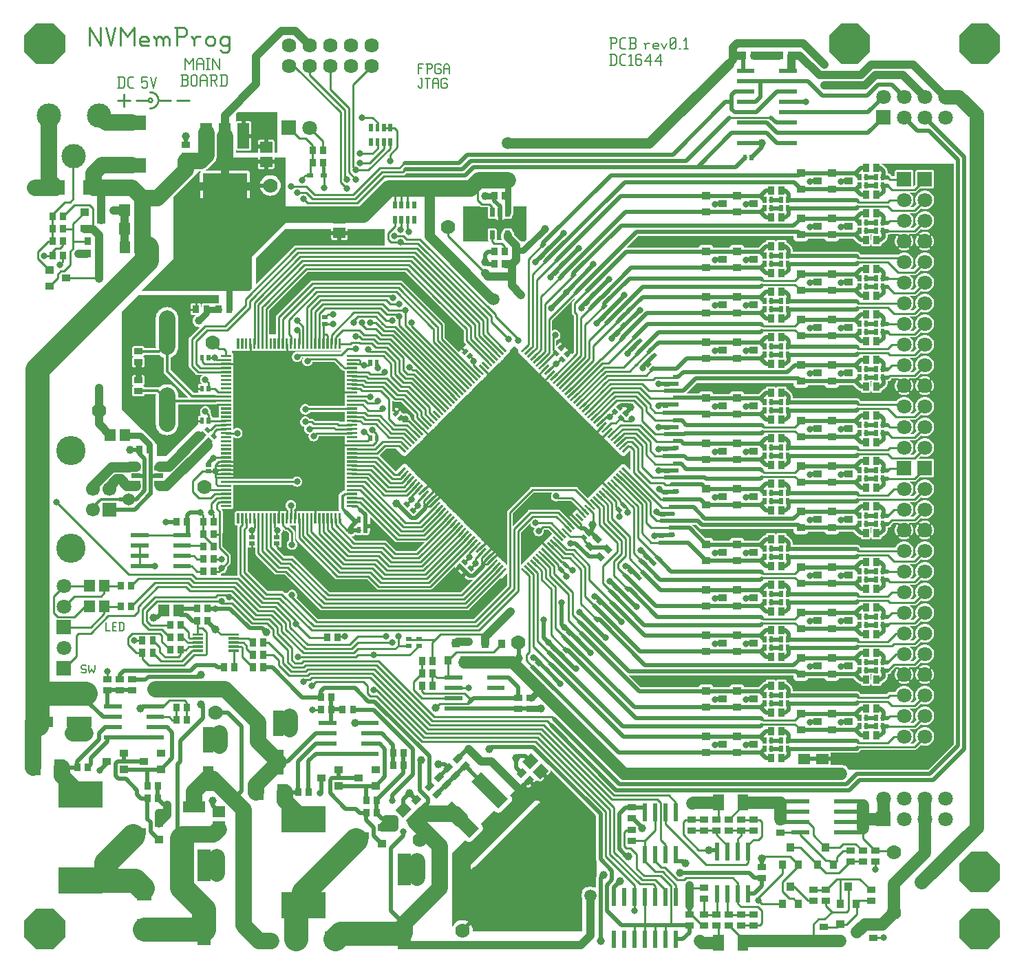
<source format=gbr>
G04 start of page 2 for group 0 idx 0 *
G04 Title: NVMemProg_Main, top *
G04 Creator: pcb v4.0.0-ga246c150 *
G04 CreationDate: Sat Sep 30 23:46:22 2017 UTC *
G04 For: wojtek *
G04 Format: Gerber/RS-274X *
G04 PCB-Dimensions (mil): 4980.31 4606.30 *
G04 PCB-Coordinate-Origin: lower left *
%MOIN*%
%FSLAX25Y25*%
%LNTOP*%
%ADD34C,0.0906*%
%ADD33C,0.0354*%
%ADD32C,0.0315*%
%ADD31C,0.0700*%
%ADD30C,0.0705*%
%ADD29C,0.1417*%
%ADD28C,0.0669*%
%ADD27C,0.0087*%
%ADD26C,0.0079*%
%ADD25C,0.0118*%
%ADD24C,0.0800*%
%ADD23C,0.1181*%
%ADD22C,0.0787*%
%ADD21C,0.0500*%
%ADD20C,0.0300*%
%ADD19C,0.0138*%
%ADD18C,0.0591*%
%ADD17C,0.0315*%
%ADD16C,0.0709*%
%ADD15C,0.0512*%
%ADD14C,0.0394*%
%ADD13C,0.0098*%
%ADD12C,0.0197*%
%ADD11C,0.0001*%
G54D11*G36*
X277675Y300647D02*X276523Y299485D01*
Y302140D01*
X276840Y302216D01*
X277213Y302370D01*
X277556Y302581D01*
X277862Y302842D01*
X278124Y303149D01*
X278334Y303492D01*
X278489Y303864D01*
X278583Y304256D01*
X278606Y304657D01*
X278583Y305059D01*
X278489Y305451D01*
X278334Y305823D01*
X278124Y306166D01*
X277862Y306473D01*
X277556Y306734D01*
X277213Y306945D01*
X276840Y307099D01*
X276449Y307193D01*
X276047Y307224D01*
X275646Y307193D01*
X275254Y307099D01*
X274882Y306945D01*
X274538Y306734D01*
X274523Y306721D01*
Y311717D01*
X285547Y322740D01*
Y322175D01*
X284544Y321172D01*
X284500Y321135D01*
X284349Y320958D01*
X284228Y320760D01*
X284139Y320545D01*
X284085Y320319D01*
X284085Y320319D01*
X284067Y320088D01*
X284071Y320030D01*
Y315715D01*
X284067Y315657D01*
X284085Y315426D01*
Y315426D01*
X284139Y315200D01*
X284228Y314985D01*
X284349Y314787D01*
X284500Y314610D01*
X284544Y314573D01*
X285071Y314046D01*
Y296148D01*
X284267Y295344D01*
X284224Y295448D01*
X284141Y295582D01*
X284037Y295700D01*
X281972Y297752D01*
X281838Y297834D01*
X281692Y297894D01*
X281539Y297931D01*
X281382Y297943D01*
X281329Y297939D01*
X281333Y297993D01*
X281321Y298149D01*
X281284Y298302D01*
X281224Y298448D01*
X281141Y298582D01*
X281037Y298700D01*
X278972Y300752D01*
X278838Y300834D01*
X278692Y300894D01*
X278539Y300931D01*
X278382Y300943D01*
X278225Y300931D01*
X278072Y300894D01*
X277927Y300834D01*
X277793Y300752D01*
X277675Y300647D01*
G37*
G36*
X270481Y210122D02*X270624Y210265D01*
X272660D01*
X274541Y208385D01*
X274521Y208368D01*
X273585Y207412D01*
X273479Y207239D01*
X273306Y207133D01*
X273130Y206976D01*
X272194Y206021D01*
X272087Y205847D01*
X271914Y205741D01*
X271738Y205584D01*
X270802Y204629D01*
X270696Y204456D01*
X270522Y204349D01*
X270346Y204193D01*
X269410Y203237D01*
X269303Y203063D01*
X269130Y202957D01*
X268954Y202800D01*
X268018Y201845D01*
X267912Y201672D01*
X267738Y201565D01*
X267562Y201409D01*
X266626Y200453D01*
X266519Y200279D01*
X266346Y200173D01*
X266170Y200016D01*
X265234Y199061D01*
X265128Y198888D01*
X264954Y198782D01*
X264777Y198625D01*
X263842Y197669D01*
X263735Y197495D01*
X263562Y197389D01*
X263386Y197232D01*
X262450Y196277D01*
X262344Y196104D01*
X262170Y195997D01*
X261994Y195841D01*
X261058Y194885D01*
X260952Y194712D01*
X260778Y194605D01*
X260602Y194449D01*
X259666Y193493D01*
X259559Y193319D01*
X259439Y193246D01*
Y209081D01*
X263983Y213624D01*
X264012Y213256D01*
X264106Y212864D01*
X264260Y212492D01*
X264471Y212149D01*
X264732Y211842D01*
X265038Y211581D01*
X265382Y211370D01*
X265754Y211216D01*
X266061Y211143D01*
X266039Y211117D01*
X265835Y210785D01*
X265686Y210425D01*
X265595Y210046D01*
X265565Y209657D01*
X265595Y209269D01*
X265686Y208890D01*
X265835Y208530D01*
X266039Y208198D01*
X266292Y207902D01*
X266588Y207649D01*
X266920Y207445D01*
X267280Y207296D01*
X267659Y207205D01*
X268047Y207175D01*
X268436Y207205D01*
X268814Y207296D01*
X269174Y207445D01*
X269506Y207649D01*
X269803Y207902D01*
X270056Y208198D01*
X270259Y208530D01*
X270408Y208890D01*
X270499Y209269D01*
X270522Y209657D01*
X270499Y210046D01*
X270481Y210122D01*
G37*
G36*
X264766Y86759D02*X266604Y88608D01*
X266634Y88657D01*
X267971D01*
X268185Y88444D01*
X268319Y88362D01*
X268465Y88301D01*
X268618Y88265D01*
X268775Y88252D01*
X268932Y88265D01*
X269085Y88301D01*
X269230Y88362D01*
X269364Y88444D01*
X269482Y88548D01*
X273761Y92840D01*
X273843Y92975D01*
X273903Y93120D01*
X273940Y93273D01*
X273952Y93430D01*
X273943Y93553D01*
X274003Y93613D01*
X295863Y71753D01*
Y50743D01*
X295856Y50657D01*
X295883Y50315D01*
X295883Y50315D01*
X295963Y49980D01*
X296047Y49778D01*
Y42537D01*
X295963Y42335D01*
X295883Y42000D01*
X295883Y42000D01*
X295856Y41657D01*
X295863Y41572D01*
Y37157D01*
X294175D01*
X293699Y37272D01*
X293047Y37323D01*
X292396Y37272D01*
X291920Y37157D01*
X290547D01*
X289047Y35657D01*
Y34285D01*
X288933Y33809D01*
X288882Y33157D01*
X288933Y32506D01*
X289047Y32030D01*
Y15657D01*
X264766D01*
Y21278D01*
X294088Y50626D01*
X294253Y50894D01*
X294373Y51185D01*
X294446Y51491D01*
X294471Y51805D01*
X294446Y52119D01*
X294373Y52425D01*
X294253Y52716D01*
X294088Y52984D01*
X293879Y53219D01*
X268311Y78762D01*
X268042Y78926D01*
X267751Y79047D01*
X267445Y79120D01*
X267131Y79145D01*
X266818Y79120D01*
X266512Y79047D01*
X266221Y78926D01*
X265952Y78762D01*
X265717Y78553D01*
X264766Y77600D01*
Y86759D01*
G37*
G36*
X226047Y16353D02*Y53657D01*
X232458Y60068D01*
X233130Y59398D01*
X233398Y59233D01*
X233689Y59113D01*
X233995Y59039D01*
X234309Y59015D01*
X234623Y59039D01*
X234929Y59113D01*
X235220Y59233D01*
X235488Y59398D01*
X235723Y59607D01*
X240665Y64574D01*
X240829Y64843D01*
X240950Y65134D01*
X241023Y65440D01*
X241048Y65753D01*
X241023Y66067D01*
X240950Y66373D01*
X240829Y66664D01*
X240665Y66933D01*
X240456Y67168D01*
X240006Y67617D01*
X246600Y74210D01*
X247272Y73540D01*
X247540Y73375D01*
X247831Y73255D01*
X248137Y73182D01*
X248451Y73157D01*
X248765Y73182D01*
X249071Y73255D01*
X249362Y73376D01*
X249630Y73540D01*
X249865Y73749D01*
X254807Y78717D01*
X254971Y78985D01*
X255092Y79276D01*
X255165Y79582D01*
X255190Y79896D01*
X255165Y80210D01*
X255092Y80516D01*
X254971Y80807D01*
X254807Y81075D01*
X254598Y81310D01*
X254148Y81759D01*
X260199Y87809D01*
X260215Y87792D01*
X262421Y85601D01*
X262555Y85519D01*
X262701Y85459D01*
X262854Y85422D01*
X263011Y85410D01*
X263167Y85422D01*
X263320Y85459D01*
X263466Y85519D01*
X263600Y85601D01*
X263718Y85706D01*
X264766Y86759D01*
Y77600D01*
X235443Y48252D01*
X235279Y47984D01*
X235158Y47693D01*
X235085Y47387D01*
X235060Y47073D01*
X235085Y46759D01*
X235158Y46453D01*
X235279Y46162D01*
X235443Y45894D01*
X235652Y45659D01*
X261220Y20117D01*
X261489Y19952D01*
X261780Y19832D01*
X262086Y19758D01*
X262400Y19734D01*
X262713Y19758D01*
X263020Y19832D01*
X263310Y19952D01*
X263579Y20117D01*
X263814Y20326D01*
X264766Y21278D01*
Y15657D01*
X236018D01*
X236047Y16157D01*
X236001Y16942D01*
X235817Y17707D01*
X235516Y18434D01*
X235105Y19105D01*
X234594Y19704D01*
X233995Y20215D01*
X233324Y20626D01*
X232597Y20927D01*
X231832Y21111D01*
X231047Y21173D01*
X230263Y21111D01*
X229497Y20927D01*
X228770Y20626D01*
X228099Y20215D01*
X227501Y19704D01*
X226990Y19105D01*
X226578Y18434D01*
X226277Y17707D01*
X226094Y16942D01*
X226047Y16353D01*
G37*
G36*
X217914Y320822D02*X231655Y307081D01*
Y302010D01*
X231651Y301956D01*
X231668Y301737D01*
X231684Y301670D01*
X231719Y301524D01*
X231803Y301322D01*
X231918Y301135D01*
X232060Y300968D01*
X232101Y300933D01*
X232962Y300072D01*
X232171Y299281D01*
X232123Y299252D01*
X232005Y299147D01*
X229953Y297082D01*
X229924Y297034D01*
X229363Y296473D01*
X222439Y303397D01*
Y309161D01*
X222455Y309200D01*
X222510Y309426D01*
X222528Y309657D01*
X222510Y309889D01*
X222455Y310115D01*
X222367Y310330D01*
X222245Y310528D01*
X222091Y310701D01*
X202132Y330660D01*
X202094Y330704D01*
X201918Y330855D01*
X201719Y330977D01*
X201505Y331066D01*
X201279Y331120D01*
X201047Y331138D01*
X200989Y331134D01*
X158605D01*
X158547Y331138D01*
X158316Y331120D01*
X158090Y331066D01*
X157875Y330977D01*
X157677Y330855D01*
X157500Y330704D01*
X157463Y330660D01*
X141123Y314321D01*
X141079Y314284D01*
X140928Y314107D01*
X140807Y313909D01*
X140718Y313694D01*
X140664Y313468D01*
X140664Y313468D01*
X140646Y313237D01*
X140650Y313179D01*
Y305157D01*
X137612D01*
Y316635D01*
X156159Y335181D01*
X203436D01*
X217503Y321114D01*
X217677Y320960D01*
X217875Y320838D01*
X217914Y320822D01*
G37*
G36*
X231547Y367157D02*X239575D01*
X239726Y367028D01*
X239913Y366913D01*
X240116Y366829D01*
X240329Y366778D01*
X240329Y366778D01*
X240547Y366761D01*
X240602Y366765D01*
X243471D01*
X243482Y366754D01*
X243432Y366633D01*
X243395Y366480D01*
X243386Y366323D01*
X243395Y361835D01*
X243432Y361682D01*
X243492Y361537D01*
X243574Y361403D01*
X243677Y361283D01*
X243796Y361181D01*
X243930Y361098D01*
X244076Y361038D01*
X244229Y361001D01*
X244386Y360992D01*
X246905Y361001D01*
X246983Y361020D01*
X247062Y360928D01*
X247242Y360775D01*
X247443Y360651D01*
X247661Y360561D01*
X247891Y360506D01*
X248126Y360492D01*
X250724Y360506D01*
X250953Y360561D01*
X251171Y360651D01*
X251373Y360775D01*
X251552Y360928D01*
X251631Y361020D01*
X251709Y361001D01*
X251866Y360992D01*
X254385Y361001D01*
X254538Y361038D01*
X254684Y361098D01*
X254818Y361181D01*
X254938Y361283D01*
X255040Y361403D01*
X255122Y361537D01*
X255182Y361682D01*
X255219Y361835D01*
X255228Y361992D01*
X255227Y362438D01*
X255299Y362521D01*
X255527Y362894D01*
X255694Y363297D01*
X255796Y363722D01*
X255822Y364157D01*
Y367157D01*
X262047D01*
Y351082D01*
X261123Y350157D01*
X259506D01*
X259295Y350405D01*
X259200Y350486D01*
X256195Y353491D01*
X256186Y353631D01*
X256070Y354116D01*
X255879Y354577D01*
X255619Y355002D01*
X255295Y355381D01*
X255219Y355446D01*
X255219Y355456D01*
X255182Y355609D01*
X255122Y355755D01*
X255040Y355889D01*
X254938Y356008D01*
X254818Y356111D01*
X254684Y356193D01*
X254538Y356253D01*
X254385Y356290D01*
X254228Y356299D01*
X253257Y356296D01*
X253047Y356312D01*
X252817Y356294D01*
X251709Y356290D01*
X251556Y356253D01*
X251411Y356193D01*
X251277Y356111D01*
X251157Y356008D01*
X251055Y355889D01*
X250972Y355755D01*
X250912Y355609D01*
X250875Y355456D01*
X250875Y355445D01*
X250800Y355381D01*
X250476Y355002D01*
X250215Y354577D01*
X250025Y354116D01*
X249908Y353631D01*
X249879Y353134D01*
Y352282D01*
X249869Y352157D01*
X249908Y351660D01*
Y351660D01*
X250025Y351175D01*
X250215Y350715D01*
X250334Y350520D01*
X250266Y350537D01*
X250265Y350537D01*
X250047Y350554D01*
X249993Y350550D01*
X247657D01*
X247702Y350659D01*
X247739Y350812D01*
X247748Y350969D01*
X247739Y355456D01*
X247702Y355609D01*
X247642Y355755D01*
X247560Y355889D01*
X247457Y356008D01*
X247338Y356111D01*
X247203Y356193D01*
X247058Y356253D01*
X246905Y356290D01*
X246748Y356299D01*
X244229Y356290D01*
X244076Y356253D01*
X243930Y356193D01*
X243796Y356111D01*
X243677Y356008D01*
X243574Y355889D01*
X243492Y355755D01*
X243432Y355609D01*
X243395Y355456D01*
X243386Y355299D01*
X243395Y350812D01*
X243432Y350659D01*
X243492Y350513D01*
X243574Y350379D01*
X243677Y350259D01*
X243796Y350157D01*
X231547D01*
Y367157D01*
G37*
G36*
X131047Y342157D02*X145047Y356157D01*
X167596D01*
X167605Y351399D01*
X167641Y351246D01*
X167701Y351100D01*
X167784Y350966D01*
X167886Y350846D01*
X168006Y350744D01*
X168140Y350662D01*
X168285Y350601D01*
X168438Y350565D01*
X168595Y350555D01*
X174656Y350565D01*
X174809Y350601D01*
X174955Y350662D01*
X175089Y350744D01*
X175209Y350846D01*
X175311Y350966D01*
X175393Y351100D01*
X175453Y351246D01*
X175490Y351399D01*
X175499Y351555D01*
X175491Y356157D01*
X193547D01*
Y348134D01*
X150790D01*
X150781Y348136D01*
X150547Y348154D01*
X150313Y348136D01*
X150085Y348081D01*
X149868Y347991D01*
X149667Y347868D01*
X149492Y347713D01*
X131047Y329268D01*
Y342157D01*
G37*
G36*
X252655Y193246D02*X252535Y193319D01*
X252429Y193492D01*
X252272Y193669D01*
X251317Y194604D01*
X251144Y194710D01*
X251037Y194885D01*
X250880Y195061D01*
X249925Y195997D01*
X249751Y196103D01*
X249645Y196276D01*
X249489Y196452D01*
X248533Y197388D01*
X248359Y197495D01*
X248253Y197669D01*
X248096Y197845D01*
X247140Y198781D01*
X246968Y198887D01*
X246862Y199060D01*
X246705Y199236D01*
X245750Y200172D01*
X245576Y200278D01*
X245469Y200453D01*
X245313Y200629D01*
X244357Y201565D01*
X244183Y201671D01*
X244078Y201844D01*
X243921Y202020D01*
X242966Y202956D01*
X242792Y203062D01*
X242685Y203236D01*
X242529Y203413D01*
X241573Y204348D01*
X241400Y204455D01*
X241294Y204628D01*
X241137Y204804D01*
X240182Y205740D01*
X240008Y205846D01*
X239902Y206020D01*
X239745Y206196D01*
X238790Y207132D01*
X238616Y207239D01*
X238510Y207412D01*
X238353Y207588D01*
X237398Y208524D01*
X237224Y208630D01*
X237118Y208804D01*
X236961Y208980D01*
X236006Y209916D01*
X235832Y210022D01*
X235726Y210196D01*
X235569Y210372D01*
X234614Y211308D01*
X234440Y211414D01*
X234334Y211588D01*
X234177Y211764D01*
X233222Y212700D01*
X233049Y212806D01*
X232942Y212980D01*
X232786Y213156D01*
X231830Y214092D01*
X231657Y214198D01*
X231550Y214372D01*
X231393Y214548D01*
X230438Y215484D01*
X230264Y215590D01*
X230158Y215764D01*
X230002Y215940D01*
X229046Y216876D01*
X228872Y216982D01*
X228766Y217156D01*
X228609Y217332D01*
X227654Y218268D01*
X227481Y218374D01*
X227374Y218547D01*
X227218Y218724D01*
X226262Y219660D01*
X226088Y219766D01*
X225982Y219940D01*
X225825Y220116D01*
X224870Y221052D01*
X224697Y221157D01*
X224591Y221331D01*
X224434Y221508D01*
X223478Y222443D01*
X223304Y222550D01*
X223198Y222724D01*
X223041Y222900D01*
X222086Y223836D01*
X221913Y223941D01*
X221807Y224115D01*
X221650Y224291D01*
X220695Y225227D01*
X220520Y225334D01*
X220414Y225507D01*
X220258Y225684D01*
X219302Y226619D01*
X219129Y226725D01*
X219023Y226899D01*
X218866Y227075D01*
X217911Y228011D01*
X217737Y228118D01*
X217630Y228291D01*
X217474Y228467D01*
X216518Y229403D01*
X216345Y229509D01*
X216239Y229683D01*
X216082Y229859D01*
X215127Y230795D01*
X214953Y230902D01*
X214847Y231075D01*
X214690Y231251D01*
X213735Y232187D01*
X213562Y232293D01*
X213455Y232467D01*
X213299Y232643D01*
X212343Y233579D01*
X212169Y233686D01*
X212063Y233859D01*
X211906Y234035D01*
X210951Y234971D01*
X210778Y235077D01*
X210671Y235251D01*
X210515Y235427D01*
X209559Y236363D01*
X209385Y236470D01*
X209279Y236643D01*
X209122Y236819D01*
X208167Y237755D01*
X207993Y237862D01*
X207887Y238034D01*
X207730Y238211D01*
X206775Y239147D01*
X206602Y239253D01*
X206495Y239427D01*
X206338Y239603D01*
X205383Y240539D01*
X205209Y240645D01*
X205103Y240818D01*
X204946Y240995D01*
X203991Y241930D01*
X203790Y242054D01*
X203571Y242144D01*
X203342Y242199D01*
X203106Y242218D01*
X202996Y242209D01*
X201047Y244157D01*
X202995Y246105D01*
X203106Y246096D01*
X203342Y246115D01*
X203571Y246170D01*
X203789Y246260D01*
X203991Y246384D01*
X204167Y246540D01*
X205103Y247496D01*
X205209Y247670D01*
X205382Y247776D01*
X205558Y247932D01*
X206494Y248888D01*
X206600Y249061D01*
X206775Y249168D01*
X206951Y249324D01*
X207887Y250280D01*
X207993Y250454D01*
X208166Y250559D01*
X208342Y250716D01*
X209278Y251671D01*
X209385Y251845D01*
X209559Y251952D01*
X209735Y252109D01*
X210671Y253064D01*
X210777Y253237D01*
X210950Y253343D01*
X211126Y253500D01*
X212062Y254455D01*
X212168Y254629D01*
X212342Y254735D01*
X212519Y254892D01*
X213454Y255847D01*
X213561Y256021D01*
X213733Y256127D01*
X213910Y256284D01*
X214846Y257239D01*
X214952Y257413D01*
X215126Y257519D01*
X215302Y257676D01*
X216238Y258631D01*
X216345Y258805D01*
X216518Y258911D01*
X216694Y259068D01*
X217630Y260023D01*
X217736Y260197D01*
X217910Y260303D01*
X218086Y260460D01*
X219022Y261415D01*
X219128Y261589D01*
X219302Y261695D01*
X219478Y261851D01*
X220414Y262807D01*
X220520Y262981D01*
X220694Y263087D01*
X220870Y263244D01*
X221806Y264199D01*
X221912Y264372D01*
X222086Y264479D01*
X222262Y264635D01*
X223198Y265591D01*
X223304Y265765D01*
X223478Y265871D01*
X223654Y266028D01*
X224590Y266983D01*
X224696Y267156D01*
X224869Y267263D01*
X225046Y267419D01*
X225982Y268375D01*
X226088Y268548D01*
X226262Y268655D01*
X226438Y268811D01*
X227374Y269767D01*
X227480Y269940D01*
X227653Y270046D01*
X227830Y270203D01*
X228765Y271159D01*
X228872Y271333D01*
X229046Y271439D01*
X229222Y271596D01*
X230158Y272551D01*
X230263Y272724D01*
X230437Y272830D01*
X230613Y272987D01*
X231549Y273942D01*
X231656Y274117D01*
X231829Y274223D01*
X232006Y274379D01*
X232941Y275335D01*
X233047Y275508D01*
X233221Y275614D01*
X233397Y275771D01*
X234333Y276726D01*
X234440Y276900D01*
X234613Y277007D01*
X234790Y277163D01*
X235725Y278119D01*
X235831Y278291D01*
X236005Y278398D01*
X236181Y278555D01*
X237117Y279510D01*
X237224Y279684D01*
X237397Y279791D01*
X237573Y279947D01*
X238509Y280903D01*
X238615Y281076D01*
X238789Y281182D01*
X238965Y281339D01*
X239901Y282294D01*
X240007Y282468D01*
X240181Y282574D01*
X240357Y282731D01*
X241293Y283686D01*
X241399Y283859D01*
X241573Y283966D01*
X241749Y284122D01*
X242685Y285078D01*
X242792Y285252D01*
X242965Y285358D01*
X243141Y285515D01*
X244077Y286470D01*
X244183Y286643D01*
X244356Y286750D01*
X244533Y286906D01*
X245469Y287862D01*
X245575Y288036D01*
X245748Y288142D01*
X245925Y288298D01*
X246861Y289254D01*
X246966Y289427D01*
X247141Y289533D01*
X247317Y289690D01*
X248253Y290646D01*
X248359Y290820D01*
X248533Y290926D01*
X248709Y291083D01*
X249645Y292038D01*
X249751Y292212D01*
X249924Y292318D01*
X250100Y292474D01*
X251036Y293430D01*
X251142Y293603D01*
X251317Y293710D01*
X251493Y293866D01*
X252429Y294822D01*
X252535Y294996D01*
X252708Y295102D01*
X252884Y295258D01*
X253820Y296214D01*
X253944Y296415D01*
X254034Y296633D01*
X254089Y296863D01*
X254107Y297098D01*
X254099Y297209D01*
X256047Y299157D01*
X256547D01*
X258084Y297621D01*
X258060Y297563D01*
X258005Y297334D01*
X257986Y297098D01*
X258005Y296863D01*
X258060Y296633D01*
X258150Y296415D01*
X258274Y296214D01*
X258430Y296038D01*
X259386Y295102D01*
X259559Y294995D01*
X259665Y294823D01*
X259822Y294646D01*
X260778Y293711D01*
X260951Y293605D01*
X261058Y293430D01*
X261214Y293254D01*
X262170Y292318D01*
X262343Y292212D01*
X262449Y292039D01*
X262606Y291863D01*
X263561Y290927D01*
X263735Y290820D01*
X263842Y290646D01*
X263998Y290470D01*
X264954Y289534D01*
X265127Y289428D01*
X265233Y289255D01*
X265390Y289079D01*
X266345Y288143D01*
X266518Y288037D01*
X266625Y287862D01*
X266782Y287686D01*
X267737Y286750D01*
X267911Y286644D01*
X268017Y286471D01*
X268173Y286295D01*
X269129Y285359D01*
X269302Y285253D01*
X269409Y285079D01*
X269566Y284902D01*
X270521Y283966D01*
X270695Y283860D01*
X270801Y283687D01*
X270957Y283511D01*
X271913Y282575D01*
X272086Y282469D01*
X272193Y282295D01*
X272349Y282118D01*
X273305Y281183D01*
X273478Y281076D01*
X273585Y280903D01*
X273741Y280727D01*
X274697Y279791D01*
X274870Y279685D01*
X274977Y279511D01*
X275133Y279335D01*
X276089Y278399D01*
X276262Y278293D01*
X276368Y278119D01*
X276525Y277943D01*
X277481Y277007D01*
X277654Y276901D01*
X277761Y276727D01*
X277917Y276551D01*
X278873Y275615D01*
X279046Y275509D01*
X279152Y275335D01*
X279309Y275159D01*
X280264Y274223D01*
X280438Y274117D01*
X280544Y273943D01*
X280701Y273767D01*
X281657Y272831D01*
X281830Y272725D01*
X281936Y272551D01*
X282093Y272375D01*
X283048Y271439D01*
X283222Y271333D01*
X283329Y271159D01*
X283485Y270983D01*
X284441Y270047D01*
X284613Y269941D01*
X284720Y269768D01*
X284877Y269591D01*
X285832Y268655D01*
X286006Y268549D01*
X286113Y268375D01*
X286269Y268199D01*
X287225Y267263D01*
X287397Y267158D01*
X287504Y266984D01*
X287660Y266807D01*
X288616Y265872D01*
X288790Y265765D01*
X288896Y265591D01*
X289053Y265415D01*
X290009Y264479D01*
X290181Y264374D01*
X290288Y264200D01*
X290444Y264024D01*
X291400Y263088D01*
X291574Y262981D01*
X291680Y262808D01*
X291837Y262631D01*
X292793Y261696D01*
X292965Y261590D01*
X293072Y261416D01*
X293228Y261240D01*
X294184Y260304D01*
X294358Y260197D01*
X294464Y260024D01*
X294621Y259848D01*
X295576Y258912D01*
X295749Y258806D01*
X295855Y258632D01*
X296012Y258456D01*
X296968Y257520D01*
X297142Y257413D01*
X297248Y257240D01*
X297405Y257064D01*
X298360Y256128D01*
X298533Y256022D01*
X298639Y255848D01*
X298796Y255672D01*
X299751Y254736D01*
X299926Y254629D01*
X300032Y254456D01*
X300188Y254280D01*
X301144Y253344D01*
X301316Y253238D01*
X301423Y253064D01*
X301580Y252888D01*
X302535Y251952D01*
X302710Y251845D01*
X302816Y251672D01*
X302972Y251496D01*
X303928Y250560D01*
X304101Y250454D01*
X304208Y250280D01*
X304364Y250104D01*
X305320Y249168D01*
X305493Y249062D01*
X305600Y248888D01*
X305756Y248712D01*
X306712Y247776D01*
X306885Y247670D01*
X306991Y247497D01*
X307148Y247320D01*
X308104Y246385D01*
X308305Y246261D01*
X308523Y246171D01*
X308753Y246116D01*
X308988Y246097D01*
X309223Y246116D01*
X309453Y246171D01*
X309671Y246261D01*
X309872Y246385D01*
X310049Y246541D01*
X312305Y248812D01*
X312571Y248546D01*
Y239248D01*
X309873Y241931D01*
X309671Y242055D01*
X309453Y242145D01*
X309224Y242200D01*
X308988Y242219D01*
X308753Y242200D01*
X308523Y242145D01*
X308305Y242055D01*
X308104Y241931D01*
X307928Y241775D01*
X306992Y240819D01*
X306885Y240645D01*
X306712Y240539D01*
X306536Y240383D01*
X305600Y239427D01*
X305494Y239254D01*
X305320Y239147D01*
X305144Y238991D01*
X304208Y238035D01*
X304101Y237861D01*
X303929Y237756D01*
X303752Y237599D01*
X302817Y236644D01*
X302710Y236470D01*
X302536Y236363D01*
X302360Y236206D01*
X301424Y235251D01*
X301318Y235078D01*
X301145Y234972D01*
X300969Y234815D01*
X300033Y233860D01*
X299926Y233686D01*
X299752Y233580D01*
X299576Y233423D01*
X298640Y232467D01*
X298534Y232294D01*
X298361Y232188D01*
X298185Y232031D01*
X297249Y231076D01*
X297142Y230902D01*
X296968Y230796D01*
X296792Y230639D01*
X295856Y229684D01*
X295750Y229510D01*
X295577Y229404D01*
X295401Y229247D01*
X294465Y228292D01*
X294358Y228118D01*
X294184Y228012D01*
X294008Y227855D01*
X293072Y226900D01*
X292966Y226726D01*
X292793Y226620D01*
X292616Y226464D01*
X291827Y225658D01*
X287195Y230290D01*
X287179Y230330D01*
X287057Y230528D01*
X286906Y230705D01*
X286730Y230856D01*
X286531Y230977D01*
X286317Y231066D01*
X286091Y231120D01*
X285859Y231134D01*
X265047D01*
X264816Y231120D01*
X264590Y231066D01*
X264375Y230977D01*
X264177Y230856D01*
X264000Y230705D01*
X263849Y230528D01*
X263728Y230330D01*
X263711Y230290D01*
X253101Y219680D01*
X253060Y219645D01*
X252918Y219478D01*
X252803Y219291D01*
X252719Y219089D01*
X252668Y218876D01*
X252668Y218876D01*
X252651Y218657D01*
X252655Y218603D01*
Y193246D01*
G37*
G36*
X265540Y228181D02*X274483D01*
X274471Y228166D01*
X274260Y227823D01*
X274106Y227451D01*
X274012Y227059D01*
X273980Y226657D01*
X274012Y226256D01*
X274106Y225864D01*
X274260Y225492D01*
X274471Y225149D01*
X274732Y224842D01*
X275038Y224581D01*
X275382Y224370D01*
X275754Y224216D01*
X276146Y224122D01*
X276547Y224091D01*
X276949Y224122D01*
X277284Y224203D01*
X277316Y224195D01*
X277316D01*
X277547Y224177D01*
X277605Y224181D01*
X283680D01*
X287007Y220854D01*
X286113Y219940D01*
X286007Y219767D01*
X285833Y219660D01*
X285657Y219504D01*
X284721Y218548D01*
X284615Y218375D01*
X284441Y218269D01*
X284265Y218112D01*
X283329Y217156D01*
X283222Y216982D01*
X283049Y216876D01*
X282873Y216719D01*
X282143Y215974D01*
X278457Y219660D01*
X278419Y219704D01*
X278243Y219855D01*
X278243Y219855D01*
X278243Y219855D01*
X278185Y219891D01*
X278045Y219977D01*
X278045Y219977D01*
X278045Y219977D01*
X277960Y220012D01*
X277830Y220066D01*
X277830Y220066D01*
X277830Y220066D01*
X277786Y220076D01*
X277604Y220120D01*
X277604Y220120D01*
X277604D01*
X277372Y220138D01*
X277315Y220134D01*
X264047D01*
X263816Y220120D01*
X263590Y220066D01*
X263375Y219977D01*
X263177Y219855D01*
X263000Y219704D01*
X262849Y219528D01*
X262728Y219330D01*
X262712Y219291D01*
X255439Y212018D01*
Y218081D01*
X265540Y228181D01*
G37*
G36*
X127024Y201837D02*X127081Y201788D01*
X127215Y201706D01*
X127360Y201645D01*
X127513Y201609D01*
X127670Y201599D01*
X130581Y201609D01*
X130734Y201645D01*
X130807Y201676D01*
Y198979D01*
X130802Y198922D01*
X130821Y198690D01*
Y198690D01*
X130875Y198464D01*
X130964Y198249D01*
X131085Y198051D01*
X131236Y197875D01*
X131280Y197837D01*
X139963Y189155D01*
X140000Y189110D01*
X140177Y188960D01*
X140375Y188838D01*
X140590Y188749D01*
X140816Y188695D01*
X140816D01*
X141047Y188677D01*
X141105Y188681D01*
X144936D01*
X161963Y171655D01*
X162000Y171610D01*
X162177Y171460D01*
X162375Y171338D01*
X162590Y171249D01*
X162816Y171195D01*
X162816D01*
X163047Y171177D01*
X163105Y171181D01*
X233265D01*
X233497Y171195D01*
X233723Y171249D01*
X233938Y171338D01*
X234136Y171460D01*
X234312Y171610D01*
X234463Y171787D01*
X234585Y171985D01*
X234601Y172024D01*
X249137Y186560D01*
X249186Y186548D01*
X249422Y186530D01*
X249657Y186548D01*
X249887Y186604D01*
X250105Y186694D01*
X250306Y186817D01*
X250482Y186974D01*
X252655Y189159D01*
Y183234D01*
X236471Y167050D01*
X161124D01*
X150776Y177397D01*
X150835Y177492D01*
X150989Y177864D01*
X151083Y178256D01*
X151106Y178657D01*
X151083Y179059D01*
X150989Y179451D01*
X150835Y179823D01*
X150624Y180166D01*
X150362Y180473D01*
X150056Y180734D01*
X149713Y180945D01*
X149341Y181099D01*
X148949Y181193D01*
X148547Y181225D01*
X148146Y181193D01*
X147754Y181099D01*
X147382Y180945D01*
X147038Y180734D01*
X146732Y180473D01*
X146470Y180166D01*
X146260Y179823D01*
X146149Y179556D01*
X146047Y179657D01*
X145135D01*
X144632Y180161D01*
X144594Y180205D01*
X144418Y180355D01*
X144418Y180356D01*
X144220Y180477D01*
X144005Y180566D01*
X143779Y180620D01*
X143547Y180638D01*
X143489Y180634D01*
X136659D01*
X127024Y190269D01*
Y201837D01*
G37*
G36*
X143977Y210641D02*X144463Y210155D01*
X144500Y210110D01*
X144677Y209960D01*
X144875Y209838D01*
X145090Y209749D01*
X145316Y209695D01*
X145316D01*
X145547Y209677D01*
X145605Y209681D01*
X145936D01*
X147071Y208546D01*
Y205254D01*
X147038Y205234D01*
X146732Y204973D01*
X146471Y204666D01*
X146260Y204323D01*
X146106Y203951D01*
X146012Y203559D01*
X145980Y203157D01*
X146012Y202756D01*
X146106Y202364D01*
X146260Y201992D01*
X146471Y201649D01*
X146732Y201342D01*
X147038Y201081D01*
X147382Y200870D01*
X147754Y200716D01*
X148146Y200622D01*
X148547Y200591D01*
X148949Y200622D01*
X149340Y200716D01*
X149713Y200870D01*
X150056Y201081D01*
X150362Y201342D01*
X150624Y201649D01*
X150834Y201992D01*
X150989Y202364D01*
X151083Y202756D01*
X151106Y203157D01*
X151083Y203559D01*
X150989Y203951D01*
X150834Y204323D01*
X150624Y204666D01*
X150362Y204973D01*
X150056Y205234D01*
X150023Y205254D01*
Y209100D01*
X150028Y209157D01*
X150010Y209389D01*
X149955Y209615D01*
X149867Y209830D01*
X149745Y210028D01*
X149594Y210204D01*
X149550Y210242D01*
X147632Y212160D01*
X147594Y212204D01*
X147511Y212276D01*
X148739Y212285D01*
X148892Y212321D01*
X149016Y212373D01*
X149139Y212321D01*
X149292Y212285D01*
X149449Y212275D01*
X150492Y212283D01*
Y206294D01*
X150487Y206237D01*
X150506Y206005D01*
Y206005D01*
X150560Y205779D01*
X150649Y205564D01*
X150770Y205366D01*
X150921Y205190D01*
X150965Y205152D01*
X169503Y186614D01*
X169677Y186460D01*
X169875Y186338D01*
X170090Y186249D01*
X170316Y186195D01*
X170547Y186177D01*
X170779Y186195D01*
X171005Y186249D01*
X171044Y186265D01*
X184971D01*
X189524Y181712D01*
X189560Y181670D01*
X189726Y181528D01*
X189913Y181413D01*
X190116Y181329D01*
X190329Y181278D01*
X190329Y181278D01*
X190547Y181261D01*
X190602Y181265D01*
X215373D01*
X215427Y181261D01*
X215645Y181278D01*
X215646Y181278D01*
X215859Y181329D01*
X216061Y181413D01*
X216248Y181528D01*
X216415Y181670D01*
X216450Y181712D01*
X227299Y192561D01*
X227311Y192512D01*
X227371Y192367D01*
X227453Y192233D01*
X227558Y192115D01*
X227881Y191794D01*
X227982Y191550D01*
X228162Y191257D01*
X228390Y191000D01*
X232716Y186674D01*
X232772Y186608D01*
X233033Y186385D01*
X233327Y186205D01*
X233644Y186074D01*
X233979Y185993D01*
X233979Y185993D01*
X234321Y185966D01*
X234407Y185973D01*
X236261D01*
X230422Y180134D01*
X166659D01*
X149632Y197160D01*
X149594Y197204D01*
X149418Y197355D01*
X149219Y197477D01*
X149005Y197566D01*
X148779Y197620D01*
X148547Y197638D01*
X148489Y197634D01*
X144659D01*
X141030Y201262D01*
X141047Y201261D01*
X141266Y201278D01*
X141479Y201329D01*
X141681Y201413D01*
X141868Y201528D01*
X141961Y201607D01*
X142581Y201609D01*
X142734Y201645D01*
X142880Y201706D01*
X143014Y201788D01*
X143134Y201890D01*
X143236Y202010D01*
X143318Y202144D01*
X143378Y202290D01*
X143415Y202443D01*
X143424Y202599D01*
X143415Y204724D01*
X143378Y204877D01*
X143318Y205023D01*
X143236Y205157D01*
X143235Y205157D01*
X143236Y205158D01*
X143318Y205292D01*
X143378Y205438D01*
X143415Y205591D01*
X143424Y205747D01*
X143415Y207872D01*
X143378Y208025D01*
X143318Y208171D01*
X143236Y208305D01*
X143216Y208328D01*
X143303Y208402D01*
X143556Y208698D01*
X143759Y209030D01*
X143908Y209390D01*
X143999Y209769D01*
X144022Y210157D01*
X143999Y210546D01*
X143977Y210641D01*
G37*
G36*
X179395Y207973D02*X179400Y207969D01*
X179534Y207887D01*
X179679Y207826D01*
X179832Y207790D01*
X179989Y207780D01*
X182114Y207790D01*
X182267Y207826D01*
X182413Y207887D01*
X182547Y207969D01*
X182547Y207969D01*
X182548Y207969D01*
X182682Y207887D01*
X182827Y207826D01*
X182980Y207790D01*
X183137Y207780D01*
X185262Y207790D01*
X185415Y207826D01*
X185561Y207887D01*
X185695Y207969D01*
X185815Y208071D01*
X185917Y208191D01*
X185999Y208325D01*
X186059Y208471D01*
X186096Y208624D01*
X186105Y208780D01*
X186104Y209236D01*
X186205Y209480D01*
X186285Y209815D01*
X186306Y210157D01*
Y216812D01*
X198463Y204655D01*
X198500Y204610D01*
X198677Y204460D01*
X198875Y204338D01*
X199090Y204249D01*
X199316Y204195D01*
X199316D01*
X199547Y204177D01*
X199605Y204181D01*
X212711D01*
X208579Y200050D01*
X199124D01*
X194570Y204603D01*
X194535Y204645D01*
X194368Y204787D01*
X194181Y204902D01*
X193979Y204986D01*
X193766Y205037D01*
X193765Y205037D01*
X193547Y205054D01*
X193493Y205050D01*
X179243D01*
X177294Y206999D01*
X177544Y207018D01*
X178029Y207135D01*
X178490Y207326D01*
X178915Y207586D01*
X179295Y207910D01*
X179349Y207973D01*
X179395D01*
G37*
G36*
X103464Y320125D02*X100355Y320116D01*
X100202Y320079D01*
X100057Y320019D01*
X99923Y319937D01*
X99803Y319835D01*
X99701Y319715D01*
X99618Y319581D01*
X99558Y319435D01*
X99522Y319282D01*
X99512Y319125D01*
X99522Y315033D01*
X99558Y314880D01*
X99618Y314734D01*
X99701Y314600D01*
X99803Y314480D01*
X99923Y314378D01*
X100057Y314296D01*
X100202Y314235D01*
X100355Y314199D01*
X100512Y314189D01*
X101637Y314193D01*
X101300Y313905D01*
X100976Y313526D01*
X100715Y313100D01*
X100525Y312640D01*
X100408Y312155D01*
X100369Y311657D01*
X100408Y311160D01*
X100525Y310675D01*
X100715Y310215D01*
X100976Y309789D01*
X101300Y309410D01*
X101679Y309086D01*
X102104Y308826D01*
X102565Y308635D01*
X103050Y308518D01*
X103547Y308479D01*
X103801Y308499D01*
X99044Y303742D01*
X99000Y303704D01*
X98849Y303528D01*
X98728Y303330D01*
X98639Y303115D01*
X98585Y302889D01*
X98585Y302889D01*
X98567Y302657D01*
X98571Y302600D01*
Y289715D01*
X98567Y289658D01*
X98585Y289426D01*
X98585Y289426D01*
X98585Y289426D01*
X98618Y289288D01*
X98639Y289200D01*
X98639Y289200D01*
X98639Y289200D01*
X98690Y289077D01*
X98728Y288985D01*
X98728Y288985D01*
X98728Y288985D01*
X98799Y288870D01*
X98849Y288787D01*
X98849Y288787D01*
X98849Y288787D01*
X99000Y288610D01*
X99044Y288573D01*
X101920Y285697D01*
X101957Y285653D01*
X102134Y285502D01*
X102134Y285502D01*
X102134Y285502D01*
X102134Y285502D01*
X102253Y285429D01*
X102332Y285381D01*
X102332Y285381D01*
X102332Y285381D01*
X102460Y285328D01*
X102547Y285292D01*
X102547Y285292D01*
X102547Y285292D01*
X102681Y285260D01*
X102773Y285237D01*
X102773Y285237D01*
X102773Y285237D01*
X102773Y285237D01*
X103004Y285219D01*
X103062Y285224D01*
X105026D01*
X104732Y284973D01*
X104471Y284666D01*
X104260Y284323D01*
X104106Y283951D01*
X104012Y283559D01*
X103980Y283157D01*
X104012Y282756D01*
X104106Y282364D01*
X104260Y281992D01*
X104471Y281649D01*
X104732Y281342D01*
X105038Y281081D01*
X105120Y281031D01*
X103832Y281025D01*
X103679Y280988D01*
X103534Y280928D01*
X103400Y280846D01*
X103280Y280744D01*
X103178Y280624D01*
X103095Y280490D01*
X103035Y280344D01*
X102999Y280191D01*
X102989Y280034D01*
X102999Y277124D01*
X103035Y276971D01*
X103093Y276830D01*
X100740D01*
X89720Y287850D01*
Y293779D01*
X89733Y293782D01*
X90523Y294109D01*
X91253Y294556D01*
X91904Y295112D01*
X92459Y295763D01*
X92907Y296493D01*
X93234Y297283D01*
X93434Y298115D01*
X93484Y298969D01*
Y312748D01*
X93434Y313601D01*
X93234Y314433D01*
X92907Y315224D01*
X92459Y315954D01*
X91904Y316604D01*
X91253Y317160D01*
X90523Y317607D01*
X89733Y317935D01*
X88900Y318135D01*
X88047Y318202D01*
X87194Y318135D01*
X86362Y317935D01*
X85571Y317607D01*
X84842Y317160D01*
X84191Y316604D01*
X83635Y315954D01*
X83188Y315224D01*
X82860Y314433D01*
X82661Y313601D01*
X82610Y312748D01*
Y298969D01*
X82644Y298390D01*
X77099D01*
X77065Y298533D01*
X76998Y298693D01*
X76908Y298841D01*
X76795Y298973D01*
X76664Y299085D01*
X76516Y299176D01*
X76356Y299242D01*
X76188Y299282D01*
X76015Y299292D01*
X71907Y299282D01*
X71738Y299242D01*
X71578Y299176D01*
X71431Y299085D01*
X71299Y298973D01*
X71187Y298841D01*
X71096Y298693D01*
X71030Y298533D01*
X70989Y298365D01*
X70979Y298192D01*
X70989Y295068D01*
X71030Y294900D01*
X71096Y294740D01*
X71187Y294592D01*
X71299Y294460D01*
X71431Y294348D01*
X71578Y294257D01*
X71738Y294191D01*
X71878Y294157D01*
X71738Y294124D01*
X71578Y294058D01*
X71431Y293967D01*
X71299Y293855D01*
X71187Y293723D01*
X71096Y293575D01*
X71030Y293415D01*
X70989Y293247D01*
X70979Y293074D01*
X70989Y289950D01*
X71030Y289782D01*
X71096Y289622D01*
X71187Y289474D01*
X71299Y289342D01*
X71431Y289230D01*
X71578Y289139D01*
X71738Y289073D01*
X71907Y289033D01*
X72079Y289022D01*
X76188Y289033D01*
X76356Y289073D01*
X76516Y289139D01*
X76664Y289230D01*
X76795Y289342D01*
X76908Y289474D01*
X76998Y289622D01*
X77065Y289782D01*
X77105Y289950D01*
X77115Y290122D01*
X77105Y293247D01*
X77065Y293415D01*
X76998Y293575D01*
X76908Y293723D01*
X76795Y293855D01*
X76664Y293967D01*
X76516Y294058D01*
X76356Y294124D01*
X76216Y294157D01*
X76356Y294191D01*
X76516Y294257D01*
X76664Y294348D01*
X76795Y294460D01*
X76908Y294592D01*
X76998Y294740D01*
X77065Y294900D01*
X77099Y295044D01*
X84041D01*
X84106Y295038D01*
X84263Y295051D01*
X84842Y294556D01*
X85571Y294109D01*
X86362Y293782D01*
X86374Y293779D01*
Y287223D01*
X86369Y287157D01*
X86390Y286895D01*
Y286895D01*
X86451Y286639D01*
X86552Y286396D01*
X86690Y286171D01*
X86690Y286171D01*
X86861Y285971D01*
X86911Y285928D01*
X98508Y274330D01*
X93484D01*
Y275346D01*
X93434Y276200D01*
X93234Y277032D01*
X92907Y277822D01*
X92459Y278552D01*
X91904Y279203D01*
X91253Y279759D01*
X90523Y280206D01*
X89733Y280533D01*
X88900Y280733D01*
X88047Y280800D01*
X87194Y280733D01*
X86362Y280533D01*
X85571Y280206D01*
X84842Y279759D01*
X84191Y279203D01*
X84168Y279176D01*
X84125Y279194D01*
X83869Y279256D01*
X83606Y279277D01*
X83541Y279271D01*
X77099D01*
X77065Y279415D01*
X76998Y279575D01*
X76908Y279723D01*
X76795Y279855D01*
X76664Y279967D01*
X76516Y280058D01*
X76356Y280124D01*
X76216Y280157D01*
X76356Y280191D01*
X76516Y280257D01*
X76664Y280348D01*
X76795Y280460D01*
X76908Y280592D01*
X76998Y280740D01*
X77065Y280900D01*
X77105Y281068D01*
X77115Y281240D01*
X77105Y284365D01*
X77065Y284533D01*
X76998Y284693D01*
X76908Y284841D01*
X76795Y284973D01*
X76664Y285085D01*
X76516Y285176D01*
X76356Y285242D01*
X76188Y285282D01*
X76015Y285292D01*
X71907Y285282D01*
X71738Y285242D01*
X71578Y285176D01*
X71431Y285085D01*
X71299Y284973D01*
X71187Y284841D01*
X71096Y284693D01*
X71030Y284533D01*
X70989Y284365D01*
X70979Y284192D01*
X70989Y281068D01*
X71030Y280900D01*
X71096Y280740D01*
X71187Y280592D01*
X71299Y280460D01*
X71431Y280348D01*
X71578Y280257D01*
X71738Y280191D01*
X71878Y280157D01*
X71738Y280124D01*
X71578Y280058D01*
X71431Y279967D01*
X71299Y279855D01*
X71187Y279723D01*
X71096Y279575D01*
X71030Y279415D01*
X70989Y279247D01*
X70979Y279074D01*
X70989Y275950D01*
X71030Y275782D01*
X71096Y275622D01*
X71187Y275474D01*
X71299Y275342D01*
X71431Y275230D01*
X71578Y275139D01*
X71738Y275073D01*
X71907Y275033D01*
X72079Y275022D01*
X76188Y275033D01*
X76356Y275073D01*
X76516Y275139D01*
X76664Y275230D01*
X76795Y275342D01*
X76908Y275474D01*
X76998Y275622D01*
X77065Y275782D01*
X77099Y275925D01*
X82644D01*
X82610Y275346D01*
Y261567D01*
X82661Y260714D01*
X82860Y259882D01*
X83188Y259091D01*
X83635Y258361D01*
X84191Y257711D01*
X84842Y257155D01*
X85571Y256708D01*
X86362Y256380D01*
X87194Y256180D01*
X88047Y256113D01*
X88900Y256180D01*
X89733Y256380D01*
X90523Y256708D01*
X91253Y257155D01*
X91904Y257711D01*
X92459Y258361D01*
X92907Y259091D01*
X93234Y259882D01*
X93434Y260714D01*
X93484Y261567D01*
Y270985D01*
X111047D01*
X111310Y271000D01*
X111566Y271061D01*
X111809Y271162D01*
X112034Y271300D01*
X112204Y271446D01*
X112977D01*
X112986Y270245D01*
X113022Y270092D01*
X113047Y270031D01*
Y269906D01*
X113022Y269845D01*
X112986Y269692D01*
X112976Y269535D01*
X112986Y268277D01*
X113022Y268124D01*
X113047Y268063D01*
Y267937D01*
X113022Y267876D01*
X112986Y267723D01*
X112976Y267566D01*
X112986Y266308D01*
X113022Y266155D01*
X113047Y266094D01*
Y265969D01*
X113022Y265908D01*
X112986Y265755D01*
X112976Y265598D01*
X112984Y264554D01*
X110096D01*
X110096Y264691D01*
X110059Y264844D01*
X109999Y264990D01*
X109917Y265124D01*
X109815Y265244D01*
X109695Y265346D01*
X109561Y265428D01*
X109523Y265444D01*
Y266100D01*
X109528Y266157D01*
X109510Y266389D01*
X109455Y266615D01*
X109367Y266830D01*
X109245Y267028D01*
X109094Y267204D01*
X109074Y267222D01*
X109083Y267256D01*
X109106Y267657D01*
X109083Y268059D01*
X108989Y268451D01*
X108834Y268823D01*
X108624Y269166D01*
X108362Y269473D01*
X108056Y269734D01*
X107713Y269945D01*
X107340Y270099D01*
X106949Y270193D01*
X106547Y270224D01*
X106146Y270193D01*
X105754Y270099D01*
X105382Y269945D01*
X105038Y269734D01*
X104732Y269473D01*
X104471Y269166D01*
X104260Y268823D01*
X104106Y268451D01*
X104012Y268059D01*
X103980Y267657D01*
X104012Y267256D01*
X104106Y266864D01*
X104260Y266492D01*
X104471Y266149D01*
X104732Y265842D01*
X105038Y265581D01*
X105120Y265531D01*
X103832Y265525D01*
X103679Y265488D01*
X103534Y265428D01*
X103400Y265346D01*
X103280Y265244D01*
X103178Y265124D01*
X103095Y264990D01*
X103035Y264844D01*
X102999Y264691D01*
X102989Y264534D01*
X102999Y261624D01*
X103001Y261612D01*
X87547Y246157D01*
X83047D01*
Y251657D01*
X82256Y252449D01*
X82253Y252459D01*
X82086Y252862D01*
X81858Y253234D01*
X81574Y253567D01*
X81491Y253637D01*
X77086Y258043D01*
X77015Y258126D01*
X76683Y258409D01*
X76311Y258637D01*
X75907Y258805D01*
X75898Y258807D01*
X66047Y268657D01*
Y316157D01*
X74047Y324157D01*
X113047D01*
Y320121D01*
X111355Y320116D01*
X111202Y320079D01*
X111057Y320019D01*
X110923Y319937D01*
X110917Y319932D01*
X109177D01*
X109172Y319937D01*
X109038Y320019D01*
X108892Y320079D01*
X108739Y320116D01*
X108582Y320125D01*
X105473Y320116D01*
X105320Y320079D01*
X105175Y320019D01*
X105041Y319937D01*
X104921Y319835D01*
X104819Y319715D01*
X104736Y319581D01*
X104676Y319435D01*
X104640Y319282D01*
X104630Y319125D01*
X104632Y318430D01*
X104626Y318421D01*
X104459Y318018D01*
X104458Y318012D01*
X104455Y319282D01*
X104418Y319435D01*
X104358Y319581D01*
X104276Y319715D01*
X104174Y319835D01*
X104054Y319937D01*
X103920Y320019D01*
X103774Y320079D01*
X103621Y320116D01*
X103464Y320125D01*
G37*
G36*
X138040Y385063D02*X139156Y385065D01*
X139309Y385101D01*
X139455Y385162D01*
X139589Y385244D01*
X139709Y385346D01*
X139811Y385466D01*
X139893Y385600D01*
X139953Y385746D01*
X139990Y385899D01*
X139999Y386055D01*
X139991Y390657D01*
X145547D01*
Y377206D01*
X145512Y377059D01*
X145480Y376657D01*
X145512Y376256D01*
X145547Y376109D01*
Y359157D01*
X138040Y351650D01*
Y372143D01*
X138047Y372142D01*
X138832Y372204D01*
X139597Y372388D01*
X140324Y372689D01*
X140995Y373100D01*
X141594Y373611D01*
X142105Y374209D01*
X142516Y374881D01*
X142817Y375608D01*
X143001Y376373D01*
X143047Y377157D01*
X143001Y377942D01*
X142817Y378707D01*
X142516Y379434D01*
X142105Y380105D01*
X141594Y380704D01*
X140995Y381215D01*
X140324Y381626D01*
X139597Y381927D01*
X138832Y382111D01*
X138047Y382173D01*
X138040Y382172D01*
Y385063D01*
G37*
G36*
X103947Y382857D02*X103961Y370422D01*
X104016Y370193D01*
X104107Y369974D01*
X104230Y369773D01*
X104383Y369594D01*
X104563Y369440D01*
X104764Y369317D01*
X104982Y369226D01*
X105212Y369171D01*
X105447Y369157D01*
X126883Y369171D01*
X127112Y369226D01*
X127330Y369317D01*
X127532Y369440D01*
X127711Y369594D01*
X127865Y369773D01*
X127988Y369974D01*
X128078Y370193D01*
X128133Y370422D01*
X128147Y370657D01*
X128133Y383093D01*
X128078Y383322D01*
X127988Y383541D01*
X127865Y383742D01*
X127711Y383921D01*
X127532Y384075D01*
X127330Y384198D01*
X127112Y384288D01*
X126883Y384344D01*
X126647Y384357D01*
X106351Y384344D01*
X106887Y384566D01*
X107576Y384989D01*
X108191Y385514D01*
X108322Y385667D01*
X110537Y387883D01*
X110691Y388014D01*
X111216Y388629D01*
X111638Y389318D01*
X111948Y390065D01*
X112090Y390657D01*
X132096D01*
X132105Y385899D01*
X132141Y385746D01*
X132201Y385600D01*
X132284Y385466D01*
X132386Y385346D01*
X132506Y385244D01*
X132640Y385162D01*
X132785Y385101D01*
X132938Y385065D01*
X133095Y385055D01*
X138040Y385063D01*
Y382172D01*
X137263Y382111D01*
X136497Y381927D01*
X135770Y381626D01*
X135099Y381215D01*
X134501Y380704D01*
X133990Y380105D01*
X133578Y379434D01*
X133277Y378707D01*
X133094Y377942D01*
X133032Y377157D01*
X133094Y376373D01*
X133277Y375608D01*
X133578Y374881D01*
X133990Y374209D01*
X134501Y373611D01*
X135099Y373100D01*
X135770Y372689D01*
X136497Y372388D01*
X137263Y372204D01*
X138040Y372143D01*
Y351650D01*
X129047Y342657D01*
Y327268D01*
X127937Y326157D01*
X75547D01*
X91047Y341657D01*
Y371393D01*
X100537Y380883D01*
X100691Y381014D01*
X101216Y381629D01*
X101529Y382139D01*
X103410Y384020D01*
X104346D01*
X104486Y384009D01*
X104383Y383921D01*
X104230Y383742D01*
X104107Y383541D01*
X104016Y383322D01*
X103961Y383093D01*
X103947Y382857D01*
G37*
G36*
X122028Y412657D02*X141547D01*
Y393157D01*
X139999D01*
X139990Y398416D01*
X139953Y398569D01*
X139893Y398715D01*
X139811Y398849D01*
X139709Y398969D01*
X139589Y399071D01*
X139455Y399153D01*
X139309Y399213D01*
X139156Y399250D01*
X138999Y399259D01*
X132938Y399250D01*
X132785Y399213D01*
X132640Y399153D01*
X132506Y399071D01*
X132386Y398969D01*
X132284Y398849D01*
X132201Y398715D01*
X132141Y398569D01*
X132105Y398416D01*
X132095Y398259D01*
X132104Y393157D01*
X121547D01*
Y394340D01*
X121658Y394246D01*
X121792Y394164D01*
X121937Y394103D01*
X122090Y394067D01*
X122247Y394057D01*
X128004Y394067D01*
X128157Y394103D01*
X128303Y394164D01*
X128437Y394246D01*
X128557Y394348D01*
X128659Y394468D01*
X128741Y394602D01*
X128801Y394748D01*
X128838Y394901D01*
X128847Y395057D01*
X128838Y407414D01*
X128801Y407567D01*
X128741Y407713D01*
X128659Y407847D01*
X128557Y407967D01*
X128437Y408069D01*
X128303Y408151D01*
X128157Y408211D01*
X128004Y408248D01*
X127847Y408257D01*
X122090Y408248D01*
X121937Y408211D01*
X121792Y408151D01*
X121658Y408069D01*
X121547Y407975D01*
Y412177D01*
X122028Y412657D01*
G37*
G36*
X122047Y188157D02*X114047D01*
Y189185D01*
X114070Y189212D01*
X114082Y189224D01*
X114159Y189205D01*
X114547Y189175D01*
X114936Y189205D01*
X115314Y189296D01*
X115674Y189445D01*
X116006Y189649D01*
X116303Y189902D01*
X116556Y190198D01*
X116759Y190530D01*
X116908Y190890D01*
X116999Y191269D01*
X117022Y191657D01*
X116999Y192046D01*
X116981Y192122D01*
X118493Y193634D01*
X118535Y193670D01*
X118677Y193837D01*
X118791Y194024D01*
X118875Y194226D01*
X118926Y194439D01*
X118944Y194657D01*
X118939Y194712D01*
Y197603D01*
X118944Y197657D01*
X118926Y197876D01*
X118926Y197876D01*
X118875Y198089D01*
X118791Y198291D01*
X118677Y198478D01*
X118535Y198645D01*
X118493Y198680D01*
X114939Y202234D01*
Y208103D01*
X114944Y208157D01*
X114939Y208212D01*
Y208661D01*
X114955Y208700D01*
X115010Y208926D01*
X115023Y209157D01*
Y219100D01*
X115028Y219157D01*
X115010Y219389D01*
X114955Y219615D01*
X114867Y219830D01*
X114745Y220028D01*
X114606Y220191D01*
X119251Y220199D01*
X119404Y220235D01*
X119550Y220296D01*
X119684Y220378D01*
X119804Y220480D01*
X119906Y220600D01*
X119941Y220657D01*
X122047D01*
Y219387D01*
X121733Y219384D01*
X121580Y219348D01*
X121435Y219287D01*
X121301Y219205D01*
X121181Y219103D01*
X121079Y218983D01*
X120996Y218849D01*
X120936Y218703D01*
X120900Y218550D01*
X120890Y218394D01*
X120900Y213119D01*
X120936Y212966D01*
X120996Y212820D01*
X121079Y212686D01*
X121181Y212566D01*
X121301Y212464D01*
X121435Y212382D01*
X121580Y212321D01*
X121733Y212285D01*
X121890Y212275D01*
X122047Y212277D01*
Y188157D01*
G37*
G36*
X119547Y219157D02*Y220295D01*
X119550Y220296D01*
X119684Y220378D01*
X119804Y220480D01*
X119906Y220600D01*
X119988Y220734D01*
X120048Y220880D01*
X120085Y221033D01*
X120094Y221189D01*
X120085Y222448D01*
X120048Y222601D01*
X119997Y222724D01*
X120048Y222848D01*
X120085Y223001D01*
X120094Y223157D01*
X120085Y224416D01*
X120048Y224569D01*
X119997Y224693D01*
X120048Y224817D01*
X120085Y224970D01*
X120094Y225126D01*
X120085Y226385D01*
X120048Y226538D01*
X119997Y226661D01*
X120048Y226785D01*
X120085Y226938D01*
X120094Y227094D01*
X120085Y228353D01*
X120048Y228506D01*
X119997Y228630D01*
X120048Y228754D01*
X120085Y228907D01*
X120094Y229063D01*
X120085Y230322D01*
X120048Y230475D01*
X119997Y230598D01*
X120048Y230722D01*
X120085Y230875D01*
X120094Y231031D01*
X120086Y232159D01*
X149072D01*
X149292Y231902D01*
X149588Y231649D01*
X149920Y231445D01*
X150280Y231296D01*
X150659Y231205D01*
X151047Y231175D01*
X151436Y231205D01*
X151814Y231296D01*
X152174Y231445D01*
X152506Y231649D01*
X152803Y231902D01*
X153056Y232198D01*
X153259Y232530D01*
X153408Y232890D01*
X153499Y233269D01*
X153522Y233657D01*
X153499Y234046D01*
X153408Y234425D01*
X153259Y234785D01*
X153056Y235117D01*
X152803Y235413D01*
X152506Y235666D01*
X152174Y235870D01*
X151814Y236019D01*
X151436Y236110D01*
X151047Y236140D01*
X150659Y236110D01*
X150280Y236019D01*
X149920Y235870D01*
X149588Y235666D01*
X149292Y235413D01*
X149039Y235117D01*
X148933Y234944D01*
X120093D01*
X120094Y234968D01*
X120085Y236227D01*
X120048Y236380D01*
X119997Y236504D01*
X120048Y236628D01*
X120085Y236781D01*
X120094Y236937D01*
X120085Y238196D01*
X120048Y238349D01*
X119997Y238472D01*
X120048Y238596D01*
X120085Y238749D01*
X120094Y238905D01*
X120085Y240164D01*
X120048Y240317D01*
X119997Y240441D01*
X120048Y240565D01*
X120085Y240718D01*
X120094Y240874D01*
X120085Y242133D01*
X120048Y242286D01*
X119997Y242409D01*
X120048Y242533D01*
X120085Y242686D01*
X120094Y242842D01*
X120085Y244101D01*
X120048Y244254D01*
X119997Y244378D01*
X120048Y244502D01*
X120085Y244655D01*
X120094Y244811D01*
X120085Y246070D01*
X120048Y246223D01*
X119997Y246346D01*
X120048Y246470D01*
X120085Y246623D01*
X120094Y246779D01*
X120085Y248038D01*
X120048Y248191D01*
X119997Y248315D01*
X120048Y248439D01*
X120085Y248592D01*
X120094Y248748D01*
X120085Y250007D01*
X120048Y250160D01*
X119997Y250283D01*
X120048Y250407D01*
X120085Y250560D01*
X120094Y250716D01*
X120085Y251975D01*
X120048Y252128D01*
X119997Y252252D01*
X120048Y252376D01*
X120085Y252529D01*
X120094Y252685D01*
X120085Y253944D01*
X120048Y254097D01*
X119997Y254220D01*
X120048Y254344D01*
X120085Y254497D01*
X120094Y254653D01*
X120088Y255511D01*
X120232Y255342D01*
X120538Y255081D01*
X120882Y254870D01*
X121254Y254716D01*
X121646Y254622D01*
X122047Y254590D01*
X122449Y254622D01*
X122841Y254716D01*
X123213Y254870D01*
X123556Y255081D01*
X123862Y255342D01*
X124124Y255649D01*
X124335Y255992D01*
X124489Y256364D01*
X124583Y256756D01*
X124606Y257157D01*
X124583Y257559D01*
X124489Y257951D01*
X124335Y258323D01*
X124124Y258666D01*
X123862Y258973D01*
X123556Y259234D01*
X123213Y259445D01*
X122841Y259599D01*
X122449Y259693D01*
X122047Y259725D01*
X121646Y259693D01*
X121254Y259599D01*
X120882Y259445D01*
X120538Y259234D01*
X120232Y258973D01*
X120093Y258810D01*
X120085Y259849D01*
X120048Y260002D01*
X119997Y260126D01*
X120048Y260250D01*
X120085Y260403D01*
X120094Y260559D01*
X120085Y261818D01*
X120048Y261971D01*
X119997Y262094D01*
X120048Y262218D01*
X120085Y262371D01*
X120094Y262527D01*
X120085Y263786D01*
X120048Y263939D01*
X119997Y264063D01*
X120048Y264187D01*
X120085Y264340D01*
X120094Y264496D01*
X120085Y265755D01*
X120048Y265908D01*
X119997Y266031D01*
X120048Y266155D01*
X120085Y266308D01*
X120094Y266464D01*
X120085Y267723D01*
X120048Y267876D01*
X119997Y268000D01*
X120048Y268124D01*
X120085Y268277D01*
X120094Y268433D01*
X120085Y269692D01*
X120048Y269845D01*
X119997Y269968D01*
X120048Y270092D01*
X120085Y270245D01*
X120094Y270401D01*
X120085Y271660D01*
X120048Y271813D01*
X119997Y271937D01*
X120048Y272061D01*
X120085Y272214D01*
X120094Y272370D01*
X120085Y273629D01*
X120048Y273782D01*
X119997Y273905D01*
X120048Y274029D01*
X120085Y274182D01*
X120094Y274338D01*
X120085Y275597D01*
X120048Y275750D01*
X119997Y275874D01*
X120048Y275998D01*
X120085Y276151D01*
X120094Y276307D01*
X120085Y277566D01*
X120048Y277719D01*
X119997Y277842D01*
X120048Y277966D01*
X120085Y278119D01*
X120094Y278275D01*
X120085Y279534D01*
X120048Y279687D01*
X119997Y279811D01*
X120048Y279935D01*
X120085Y280088D01*
X120094Y280244D01*
X120085Y281503D01*
X120048Y281656D01*
X119997Y281779D01*
X120048Y281903D01*
X120085Y282056D01*
X120094Y282212D01*
X120085Y283471D01*
X120048Y283624D01*
X119997Y283748D01*
X120048Y283872D01*
X120085Y284025D01*
X120094Y284181D01*
X120085Y285440D01*
X120048Y285593D01*
X119997Y285716D01*
X120048Y285840D01*
X120085Y285993D01*
X120094Y286149D01*
X120085Y287408D01*
X120048Y287561D01*
X119997Y287685D01*
X120048Y287809D01*
X120085Y287962D01*
X120094Y288118D01*
X120085Y289377D01*
X120048Y289530D01*
X119997Y289653D01*
X120048Y289777D01*
X120085Y289930D01*
X120094Y290086D01*
X120085Y291345D01*
X120048Y291498D01*
X119997Y291622D01*
X120048Y291746D01*
X120085Y291899D01*
X120094Y292055D01*
X120085Y293314D01*
X120048Y293467D01*
X119997Y293590D01*
X120048Y293714D01*
X120085Y293867D01*
X120094Y294023D01*
X120085Y295282D01*
X120048Y295435D01*
X119988Y295581D01*
X119906Y295715D01*
X119804Y295835D01*
X119684Y295937D01*
X119550Y296019D01*
X119547Y296020D01*
Y297157D01*
X121245D01*
X121301Y297110D01*
X121435Y297028D01*
X121580Y296967D01*
X121733Y296931D01*
X121890Y296921D01*
X123149Y296931D01*
X123302Y296967D01*
X123425Y297018D01*
X123548Y296967D01*
X123701Y296931D01*
X123858Y296921D01*
X125117Y296931D01*
X125270Y296967D01*
X125394Y297019D01*
X125517Y296967D01*
X125670Y296931D01*
X125827Y296921D01*
X127086Y296931D01*
X127239Y296967D01*
X127362Y297018D01*
X127485Y296967D01*
X127638Y296931D01*
X127795Y296921D01*
X129054Y296931D01*
X129207Y296967D01*
X129331Y297019D01*
X129454Y296967D01*
X129607Y296931D01*
X129764Y296921D01*
X131023Y296931D01*
X131176Y296967D01*
X131299Y297018D01*
X131422Y296967D01*
X131575Y296931D01*
X131732Y296921D01*
X132991Y296931D01*
X133144Y296967D01*
X133268Y297019D01*
X133391Y296967D01*
X133544Y296931D01*
X133701Y296921D01*
X134960Y296931D01*
X135113Y296967D01*
X135236Y297018D01*
X135359Y296967D01*
X135512Y296931D01*
X135669Y296921D01*
X136928Y296931D01*
X137081Y296967D01*
X137205Y297019D01*
X137328Y296967D01*
X137481Y296931D01*
X137638Y296921D01*
X138897Y296931D01*
X139050Y296967D01*
X139173Y297018D01*
X139296Y296967D01*
X139449Y296931D01*
X139606Y296921D01*
X140865Y296931D01*
X141018Y296967D01*
X141142Y297019D01*
X141265Y296967D01*
X141418Y296931D01*
X141575Y296921D01*
X142834Y296931D01*
X142987Y296967D01*
X143110Y297018D01*
X143233Y296967D01*
X143386Y296931D01*
X143543Y296921D01*
X144802Y296931D01*
X144955Y296967D01*
X145079Y297019D01*
X145202Y296967D01*
X145355Y296931D01*
X145512Y296921D01*
X146771Y296931D01*
X146924Y296967D01*
X147047Y297018D01*
X147170Y296967D01*
X147323Y296931D01*
X147480Y296921D01*
X148739Y296931D01*
X148892Y296967D01*
X149016Y297019D01*
X149139Y296967D01*
X149292Y296931D01*
X149449Y296921D01*
X150708Y296931D01*
X150861Y296967D01*
X150984Y297018D01*
X151107Y296967D01*
X151260Y296931D01*
X151417Y296921D01*
X152676Y296931D01*
X152829Y296967D01*
X152953Y297019D01*
X153076Y296967D01*
X153229Y296931D01*
X153386Y296921D01*
X154645Y296931D01*
X154798Y296967D01*
X154921Y297018D01*
X155044Y296967D01*
X155197Y296931D01*
X155354Y296921D01*
X156613Y296931D01*
X156766Y296967D01*
X156890Y297019D01*
X157013Y296967D01*
X157166Y296931D01*
X157323Y296921D01*
X158582Y296931D01*
X158735Y296967D01*
X158858Y297018D01*
X158981Y296967D01*
X159134Y296931D01*
X159291Y296921D01*
X160550Y296931D01*
X160703Y296967D01*
X160827Y297019D01*
X160950Y296967D01*
X161103Y296931D01*
X161260Y296921D01*
X162519Y296931D01*
X162672Y296967D01*
X162795Y297018D01*
X162918Y296967D01*
X163071Y296931D01*
X163228Y296921D01*
X164487Y296931D01*
X164640Y296967D01*
X164764Y297019D01*
X164887Y296967D01*
X165040Y296931D01*
X165197Y296921D01*
X166456Y296931D01*
X166609Y296967D01*
X166732Y297018D01*
X166855Y296967D01*
X167008Y296931D01*
X167165Y296921D01*
X168424Y296931D01*
X168577Y296967D01*
X168701Y297019D01*
X168824Y296967D01*
X168977Y296931D01*
X169134Y296921D01*
X170393Y296931D01*
X170546Y296967D01*
X170669Y297018D01*
X170792Y296967D01*
X170945Y296931D01*
X171102Y296921D01*
X172352Y296931D01*
X171971Y296550D01*
X152102D01*
X152047Y296554D01*
X151829Y296537D01*
X151784Y296526D01*
X151436Y296610D01*
X151047Y296640D01*
X150659Y296610D01*
X150280Y296519D01*
X149920Y296370D01*
X149588Y296166D01*
X149292Y295913D01*
X149039Y295617D01*
X148835Y295285D01*
X148686Y294925D01*
X148595Y294546D01*
X148565Y294157D01*
X148595Y293769D01*
X148686Y293390D01*
X148835Y293030D01*
X149039Y292698D01*
X149292Y292402D01*
X149588Y292149D01*
X149920Y291945D01*
X150280Y291796D01*
X150659Y291705D01*
X151047Y291675D01*
X151436Y291705D01*
X151814Y291796D01*
X152174Y291945D01*
X152506Y292149D01*
X152803Y292402D01*
X153056Y292698D01*
X153259Y293030D01*
X153408Y293390D01*
X153498Y293765D01*
X154055D01*
X153971Y293666D01*
X153760Y293323D01*
X153606Y292951D01*
X153512Y292559D01*
X153480Y292157D01*
X153512Y291756D01*
X153606Y291364D01*
X153760Y290992D01*
X153971Y290649D01*
X154232Y290342D01*
X154538Y290081D01*
X154882Y289870D01*
X155254Y289716D01*
X155646Y289622D01*
X156047Y289591D01*
X156449Y289622D01*
X156840Y289716D01*
X157213Y289870D01*
X157556Y290081D01*
X157862Y290342D01*
X158124Y290649D01*
X158334Y290992D01*
X158489Y291364D01*
X158583Y291756D01*
X158583Y291765D01*
X168971D01*
X171212Y289524D01*
X171228Y289485D01*
X171349Y289287D01*
X171503Y289114D01*
X172951Y287666D01*
X172988Y287622D01*
X173165Y287471D01*
X173363Y287350D01*
X173578Y287261D01*
X173804Y287207D01*
X173804D01*
X174001Y287191D01*
X174010Y285993D01*
X174046Y285840D01*
X174047Y285837D01*
Y285596D01*
X174046Y285593D01*
X174010Y285440D01*
X174000Y285283D01*
X174010Y284025D01*
X174046Y283872D01*
X174047Y283869D01*
Y283627D01*
X174046Y283624D01*
X174010Y283471D01*
X174000Y283314D01*
X174010Y282056D01*
X174046Y281903D01*
X174047Y281900D01*
Y281659D01*
X174046Y281656D01*
X174010Y281503D01*
X174000Y281346D01*
X174010Y280088D01*
X174046Y279935D01*
X174047Y279932D01*
Y279690D01*
X174046Y279687D01*
X174010Y279534D01*
X174000Y279377D01*
X174010Y278119D01*
X174046Y277966D01*
X174047Y277963D01*
Y277722D01*
X174046Y277719D01*
X174010Y277566D01*
X174000Y277409D01*
X174010Y276151D01*
X174046Y275998D01*
X174047Y275995D01*
Y275753D01*
X174046Y275750D01*
X174010Y275597D01*
X174000Y275440D01*
X174010Y274182D01*
X174046Y274029D01*
X174047Y274026D01*
Y273785D01*
X174046Y273782D01*
X174010Y273629D01*
X174000Y273472D01*
X174010Y272214D01*
X174046Y272061D01*
X174047Y272058D01*
Y271816D01*
X174046Y271813D01*
X174010Y271660D01*
X174000Y271503D01*
X174008Y270461D01*
X156872D01*
X156862Y270473D01*
X156556Y270734D01*
X156213Y270945D01*
X155840Y271099D01*
X155449Y271193D01*
X155047Y271224D01*
X154646Y271193D01*
X154254Y271099D01*
X153882Y270945D01*
X153538Y270734D01*
X153232Y270473D01*
X152971Y270166D01*
X152760Y269823D01*
X152606Y269451D01*
X152512Y269059D01*
X152480Y268657D01*
X152512Y268256D01*
X152606Y267864D01*
X152760Y267492D01*
X152971Y267149D01*
X153232Y266842D01*
X153538Y266581D01*
X153882Y266370D01*
X154254Y266216D01*
X154646Y266122D01*
X155047Y266091D01*
X155449Y266122D01*
X155840Y266216D01*
X156213Y266370D01*
X156556Y266581D01*
X156862Y266842D01*
X157124Y267149D01*
X157334Y267492D01*
X157341Y267509D01*
X174001D01*
X174010Y266308D01*
X174046Y266155D01*
X174047Y266152D01*
Y265911D01*
X174046Y265908D01*
X174010Y265755D01*
X174000Y265598D01*
X174010Y264340D01*
X174046Y264187D01*
X174047Y264184D01*
Y263942D01*
X174046Y263939D01*
X174010Y263786D01*
X174000Y263629D01*
X174008Y262587D01*
X171706D01*
X171591Y262701D01*
X171418Y262855D01*
X171219Y262977D01*
X171005Y263066D01*
X170779Y263120D01*
X170547Y263138D01*
X170316Y263120D01*
X170090Y263066D01*
X170051Y263050D01*
X159624D01*
X159070Y263603D01*
X159035Y263645D01*
X158868Y263787D01*
X158681Y263902D01*
X158479Y263986D01*
X158266Y264037D01*
X158265Y264037D01*
X158047Y264054D01*
X157993Y264050D01*
X157195D01*
X157124Y264166D01*
X156862Y264473D01*
X156556Y264734D01*
X156213Y264945D01*
X155840Y265099D01*
X155449Y265193D01*
X155047Y265224D01*
X154646Y265193D01*
X154254Y265099D01*
X153882Y264945D01*
X153538Y264734D01*
X153232Y264473D01*
X152971Y264166D01*
X152760Y263823D01*
X152606Y263451D01*
X152512Y263059D01*
X152480Y262657D01*
X152512Y262256D01*
X152606Y261864D01*
X152760Y261492D01*
X152971Y261149D01*
X153232Y260842D01*
X153538Y260581D01*
X153882Y260370D01*
X154254Y260216D01*
X154646Y260122D01*
X154676Y260120D01*
X154606Y259951D01*
X154512Y259559D01*
X154480Y259157D01*
X154512Y258756D01*
X154606Y258364D01*
X154760Y257992D01*
X154971Y257649D01*
X155232Y257342D01*
X155538Y257081D01*
X155882Y256870D01*
X156254Y256716D01*
X156646Y256622D01*
X156764Y256613D01*
X156686Y256425D01*
X156595Y256046D01*
X156565Y255657D01*
X156595Y255269D01*
X156686Y254890D01*
X156835Y254530D01*
X157039Y254198D01*
X157292Y253902D01*
X157588Y253649D01*
X157920Y253445D01*
X158280Y253296D01*
X158659Y253205D01*
X159047Y253175D01*
X159436Y253205D01*
X159814Y253296D01*
X160174Y253445D01*
X160506Y253649D01*
X160803Y253902D01*
X161056Y254198D01*
X161259Y254530D01*
X161408Y254890D01*
X161499Y255269D01*
X161522Y255657D01*
X161520Y255697D01*
X174001D01*
X174010Y254497D01*
X174046Y254344D01*
X174047Y254341D01*
Y254100D01*
X174046Y254097D01*
X174010Y253944D01*
X174000Y253787D01*
X174010Y252529D01*
X174046Y252376D01*
X174047Y252373D01*
Y252131D01*
X174046Y252128D01*
X174010Y251975D01*
X174000Y251818D01*
X174010Y250560D01*
X174046Y250407D01*
X174047Y250404D01*
Y250163D01*
X174046Y250160D01*
X174010Y250007D01*
X174000Y249850D01*
X174010Y248592D01*
X174046Y248439D01*
X174047Y248436D01*
Y248194D01*
X174046Y248191D01*
X174010Y248038D01*
X174000Y247881D01*
X174010Y246623D01*
X174046Y246470D01*
X174047Y246467D01*
Y246226D01*
X174046Y246223D01*
X174010Y246070D01*
X174000Y245913D01*
X174010Y244655D01*
X174046Y244502D01*
X174047Y244499D01*
Y244257D01*
X174046Y244254D01*
X174010Y244101D01*
X174000Y243944D01*
X174010Y242686D01*
X174046Y242533D01*
X174047Y242530D01*
Y242289D01*
X174046Y242286D01*
X174010Y242133D01*
X174000Y241976D01*
X174010Y240718D01*
X174046Y240565D01*
X174047Y240562D01*
Y240320D01*
X174046Y240317D01*
X174010Y240164D01*
X174000Y240007D01*
X174010Y238749D01*
X174046Y238596D01*
X174047Y238593D01*
Y238352D01*
X174046Y238349D01*
X174010Y238196D01*
X174000Y238039D01*
X174010Y236781D01*
X174046Y236628D01*
X174047Y236625D01*
Y236383D01*
X174046Y236380D01*
X174010Y236227D01*
X174000Y236070D01*
X174010Y234812D01*
X174046Y234659D01*
X174047Y234656D01*
Y234415D01*
X174046Y234412D01*
X174010Y234259D01*
X174000Y234102D01*
X174010Y232844D01*
X174046Y232691D01*
X174047Y232688D01*
Y232446D01*
X174046Y232443D01*
X174010Y232290D01*
X174000Y232133D01*
X174010Y230875D01*
X174046Y230722D01*
X174047Y230719D01*
Y230478D01*
X174046Y230475D01*
X174010Y230322D01*
X174000Y230165D01*
X174006Y229341D01*
X173770Y229322D01*
X173511Y229260D01*
X173265Y229158D01*
X173038Y229019D01*
X173038Y229019D01*
X172835Y228846D01*
X172792Y228795D01*
X172452Y228456D01*
X172187Y228346D01*
X171934Y228190D01*
X171707Y227997D01*
X171514Y227771D01*
X171359Y227518D01*
X171245Y227243D01*
X171176Y226954D01*
X171158Y226657D01*
Y220731D01*
X171152Y220657D01*
X171176Y220361D01*
Y220361D01*
X171245Y220072D01*
X171359Y219797D01*
X171514Y219544D01*
X171646Y219389D01*
X170945Y219384D01*
X170792Y219348D01*
X170669Y219297D01*
X170546Y219348D01*
X170393Y219384D01*
X170236Y219394D01*
X168977Y219384D01*
X168824Y219348D01*
X168701Y219296D01*
X168577Y219348D01*
X168424Y219384D01*
X168267Y219394D01*
X167008Y219384D01*
X166855Y219348D01*
X166732Y219297D01*
X166609Y219348D01*
X166456Y219384D01*
X166299Y219394D01*
X165040Y219384D01*
X164887Y219348D01*
X164764Y219296D01*
X164640Y219348D01*
X164487Y219384D01*
X164330Y219394D01*
X163071Y219384D01*
X162918Y219348D01*
X162795Y219297D01*
X162672Y219348D01*
X162519Y219384D01*
X162362Y219394D01*
X161103Y219384D01*
X160950Y219348D01*
X160827Y219296D01*
X160703Y219348D01*
X160550Y219384D01*
X160393Y219394D01*
X159134Y219384D01*
X158981Y219348D01*
X158858Y219297D01*
X158735Y219348D01*
X158582Y219384D01*
X158425Y219394D01*
X157166Y219384D01*
X157013Y219348D01*
X156890Y219296D01*
X156766Y219348D01*
X156613Y219384D01*
X156456Y219394D01*
X155197Y219384D01*
X155044Y219348D01*
X154921Y219297D01*
X154798Y219348D01*
X154645Y219384D01*
X154488Y219394D01*
X153229Y219384D01*
X153076Y219348D01*
X152953Y219296D01*
X152829Y219348D01*
X152676Y219384D01*
X152519Y219394D01*
X151260Y219384D01*
X151107Y219348D01*
X150984Y219297D01*
X150861Y219348D01*
X150708Y219384D01*
X150551Y219394D01*
X149507Y219386D01*
Y220051D01*
X149556Y220081D01*
X149862Y220342D01*
X150124Y220649D01*
X150334Y220992D01*
X150489Y221364D01*
X150583Y221756D01*
X150606Y222157D01*
X150583Y222559D01*
X150489Y222951D01*
X150334Y223323D01*
X150124Y223666D01*
X149862Y223973D01*
X149556Y224234D01*
X149213Y224445D01*
X148840Y224599D01*
X148449Y224693D01*
X148047Y224724D01*
X147646Y224693D01*
X147254Y224599D01*
X146882Y224445D01*
X146538Y224234D01*
X146232Y223973D01*
X145971Y223666D01*
X145760Y223323D01*
X145606Y222951D01*
X145512Y222559D01*
X145480Y222157D01*
X145512Y221756D01*
X145606Y221364D01*
X145760Y220992D01*
X145971Y220649D01*
X146232Y220342D01*
X146538Y220081D01*
X146555Y220071D01*
Y219393D01*
X145355Y219384D01*
X145202Y219348D01*
X145079Y219296D01*
X144955Y219348D01*
X144802Y219384D01*
X144645Y219394D01*
X143386Y219384D01*
X143233Y219348D01*
X143110Y219297D01*
X142987Y219348D01*
X142834Y219384D01*
X142677Y219394D01*
X141418Y219384D01*
X141265Y219348D01*
X141142Y219296D01*
X141018Y219348D01*
X140865Y219384D01*
X140708Y219394D01*
X139449Y219384D01*
X139296Y219348D01*
X139173Y219297D01*
X139050Y219348D01*
X138897Y219384D01*
X138740Y219394D01*
X137481Y219384D01*
X137328Y219348D01*
X137205Y219296D01*
X137081Y219348D01*
X136928Y219384D01*
X136771Y219394D01*
X135512Y219384D01*
X135359Y219348D01*
X135236Y219297D01*
X135113Y219348D01*
X134960Y219384D01*
X134803Y219394D01*
X133544Y219384D01*
X133391Y219348D01*
X133268Y219296D01*
X133144Y219348D01*
X132991Y219384D01*
X132834Y219394D01*
X131575Y219384D01*
X131422Y219348D01*
X131299Y219297D01*
X131176Y219348D01*
X131023Y219384D01*
X130866Y219394D01*
X129607Y219384D01*
X129454Y219348D01*
X129331Y219296D01*
X129207Y219348D01*
X129054Y219384D01*
X128897Y219394D01*
X127638Y219384D01*
X127485Y219348D01*
X127362Y219297D01*
X127239Y219348D01*
X127086Y219384D01*
X126929Y219394D01*
X125670Y219384D01*
X125517Y219348D01*
X125394Y219296D01*
X125270Y219348D01*
X125117Y219384D01*
X124960Y219394D01*
X123701Y219384D01*
X123548Y219348D01*
X123425Y219297D01*
X123302Y219348D01*
X123149Y219384D01*
X122992Y219394D01*
X121733Y219384D01*
X121580Y219348D01*
X121435Y219287D01*
X121301Y219205D01*
X121245Y219157D01*
X119547D01*
G37*
G36*
X198825Y249765D02*X198864Y249722D01*
X202222Y246384D01*
X202423Y246260D01*
X202641Y246170D01*
X202871Y246115D01*
X203106Y246096D01*
X203342Y246115D01*
X203571Y246170D01*
X203789Y246260D01*
X203885Y246319D01*
X206047Y244157D01*
X203885Y241995D01*
X203790Y242054D01*
X203571Y242144D01*
X203342Y242199D01*
X203106Y242218D01*
X202871Y242199D01*
X202642Y242144D01*
X202423Y242054D01*
X202222Y241930D01*
X202046Y241774D01*
X198925Y238634D01*
X198659D01*
X190927Y246365D01*
X190889Y246410D01*
X190824Y246465D01*
X194124Y249765D01*
X198825D01*
G37*
G36*
X202610Y266448D02*X202028Y267026D01*
X201894Y267108D01*
X201748Y267168D01*
X201595Y267205D01*
X201595Y267205D01*
X201595Y267205D01*
X201558Y267358D01*
X201498Y267504D01*
X201415Y267638D01*
X201311Y267756D01*
X199802Y269252D01*
X199668Y269334D01*
X199522Y269394D01*
X199369Y269431D01*
X199212Y269443D01*
X199055Y269431D01*
X198902Y269394D01*
X198757Y269334D01*
X198623Y269252D01*
X198505Y269147D01*
X197023Y267656D01*
Y273157D01*
X197078D01*
X197524Y272712D01*
X197560Y272670D01*
X197726Y272528D01*
X197913Y272413D01*
X198116Y272329D01*
X198329Y272278D01*
X198329Y272278D01*
X198547Y272261D01*
X198602Y272265D01*
X201471D01*
X207655Y266081D01*
Y264764D01*
X207651Y264710D01*
X207668Y264492D01*
X207668Y264491D01*
X207668Y264491D01*
X207668Y264491D01*
X207692Y264392D01*
X207719Y264278D01*
X207719Y264278D01*
X207719Y264278D01*
X207761Y264177D01*
X207803Y264076D01*
X207803Y264076D01*
X207803Y264076D01*
X207856Y263990D01*
X207918Y263889D01*
X207918Y263889D01*
X207918Y263889D01*
X207918Y263889D01*
X208060Y263723D01*
X208101Y263687D01*
X209405Y262383D01*
X209386Y262366D01*
X208597Y261561D01*
X206055Y264103D01*
X206021Y264143D01*
X206022Y264157D01*
X205999Y264546D01*
X205908Y264925D01*
X205759Y265285D01*
X205556Y265617D01*
X205303Y265913D01*
X205006Y266166D01*
X204674Y266370D01*
X204314Y266519D01*
X203936Y266610D01*
X203547Y266640D01*
X203159Y266610D01*
X202780Y266519D01*
X202610Y266448D01*
G37*
G36*
X458794Y147607D02*X459094Y148096D01*
X459366Y148754D01*
X459533Y149447D01*
X459575Y150157D01*
X459533Y150868D01*
X459366Y151561D01*
X459094Y152219D01*
X458794Y152708D01*
Y157607D01*
X459094Y158096D01*
X459366Y158754D01*
X459533Y159447D01*
X459575Y160157D01*
X459533Y160868D01*
X459366Y161561D01*
X459094Y162219D01*
X458794Y162708D01*
Y167607D01*
X459094Y168096D01*
X459366Y168754D01*
X459533Y169447D01*
X459575Y170157D01*
X459533Y170868D01*
X459366Y171561D01*
X459094Y172219D01*
X458794Y172708D01*
Y177607D01*
X459094Y178096D01*
X459366Y178754D01*
X459533Y179447D01*
X459575Y180157D01*
X459533Y180868D01*
X459366Y181561D01*
X459094Y182219D01*
X458794Y182708D01*
Y187607D01*
X459094Y188096D01*
X459366Y188754D01*
X459533Y189447D01*
X459575Y190157D01*
X459533Y190868D01*
X459366Y191561D01*
X459094Y192219D01*
X458794Y192708D01*
Y197607D01*
X459094Y198096D01*
X459366Y198754D01*
X459533Y199447D01*
X459575Y200157D01*
X459533Y200868D01*
X459366Y201561D01*
X459094Y202219D01*
X458794Y202708D01*
Y207679D01*
X458829Y207705D01*
X458883Y207760D01*
X458927Y207824D01*
X459126Y208181D01*
X459287Y208557D01*
X459414Y208945D01*
X459506Y209344D01*
X459561Y209749D01*
X459579Y210157D01*
X459561Y210566D01*
X459506Y210971D01*
X459414Y211370D01*
X459287Y211758D01*
X459126Y212134D01*
X458931Y212493D01*
X458886Y212557D01*
X458831Y212613D01*
X458794Y212640D01*
Y217607D01*
X459094Y218096D01*
X459366Y218754D01*
X459533Y219447D01*
X459575Y220157D01*
X459533Y220868D01*
X459366Y221561D01*
X459094Y222219D01*
X458794Y222708D01*
Y227607D01*
X459094Y228096D01*
X459366Y228754D01*
X459533Y229447D01*
X459575Y230157D01*
X459533Y230868D01*
X459366Y231561D01*
X459094Y232219D01*
X458794Y232708D01*
Y235651D01*
X458896Y235675D01*
X459039Y235734D01*
X459171Y235815D01*
X459289Y235916D01*
X459389Y236034D01*
X459470Y236166D01*
X459530Y236309D01*
X459566Y236460D01*
X459575Y236614D01*
X459566Y243855D01*
X459530Y244006D01*
X459470Y244149D01*
X459389Y244281D01*
X459289Y244399D01*
X459171Y244500D01*
X459039Y244580D01*
X458896Y244640D01*
X458794Y244664D01*
Y247607D01*
X459094Y248096D01*
X459366Y248754D01*
X459533Y249447D01*
X459575Y250157D01*
X459533Y250868D01*
X459366Y251561D01*
X459094Y252219D01*
X458794Y252708D01*
Y257607D01*
X459094Y258096D01*
X459366Y258754D01*
X459533Y259447D01*
X459575Y260157D01*
X459533Y260868D01*
X459366Y261561D01*
X459094Y262219D01*
X458794Y262708D01*
Y267607D01*
X459094Y268096D01*
X459366Y268754D01*
X459533Y269447D01*
X459575Y270157D01*
X459533Y270868D01*
X459366Y271561D01*
X459094Y272219D01*
X458794Y272708D01*
Y277679D01*
X458829Y277705D01*
X458883Y277760D01*
X458927Y277824D01*
X459126Y278181D01*
X459287Y278557D01*
X459414Y278945D01*
X459506Y279344D01*
X459561Y279749D01*
X459579Y280157D01*
X459561Y280566D01*
X459506Y280971D01*
X459414Y281370D01*
X459287Y281758D01*
X459126Y282134D01*
X458931Y282493D01*
X458886Y282557D01*
X458831Y282613D01*
X458794Y282640D01*
Y287607D01*
X459094Y288096D01*
X459366Y288754D01*
X459533Y289447D01*
X459575Y290157D01*
X459533Y290868D01*
X459366Y291561D01*
X459094Y292219D01*
X458794Y292708D01*
Y297607D01*
X459094Y298096D01*
X459366Y298754D01*
X459533Y299447D01*
X459575Y300157D01*
X459533Y300868D01*
X459366Y301561D01*
X459094Y302219D01*
X458794Y302708D01*
Y307607D01*
X459094Y308096D01*
X459366Y308754D01*
X459533Y309447D01*
X459575Y310157D01*
X459533Y310868D01*
X459366Y311561D01*
X459094Y312219D01*
X458794Y312708D01*
Y317607D01*
X459094Y318096D01*
X459366Y318754D01*
X459533Y319447D01*
X459575Y320157D01*
X459533Y320868D01*
X459366Y321561D01*
X459094Y322219D01*
X458794Y322708D01*
Y327607D01*
X459094Y328096D01*
X459366Y328754D01*
X459533Y329447D01*
X459575Y330157D01*
X459533Y330868D01*
X459366Y331561D01*
X459094Y332219D01*
X458794Y332708D01*
Y337607D01*
X459094Y338096D01*
X459366Y338754D01*
X459533Y339447D01*
X459575Y340157D01*
X459533Y340868D01*
X459366Y341561D01*
X459094Y342219D01*
X458794Y342708D01*
Y347679D01*
X458829Y347705D01*
X458883Y347760D01*
X458927Y347824D01*
X459126Y348181D01*
X459287Y348557D01*
X459414Y348945D01*
X459506Y349344D01*
X459561Y349749D01*
X459579Y350157D01*
X459561Y350566D01*
X459506Y350971D01*
X459414Y351370D01*
X459287Y351758D01*
X459126Y352134D01*
X458931Y352493D01*
X458886Y352557D01*
X458831Y352613D01*
X458794Y352640D01*
Y357607D01*
X459094Y358096D01*
X459366Y358754D01*
X459533Y359447D01*
X459575Y360157D01*
X459533Y360868D01*
X459366Y361561D01*
X459094Y362219D01*
X458794Y362708D01*
Y367607D01*
X459094Y368096D01*
X459366Y368754D01*
X459533Y369447D01*
X459575Y370157D01*
X459533Y370868D01*
X459366Y371561D01*
X459094Y372219D01*
X458794Y372708D01*
Y375651D01*
X458896Y375675D01*
X459039Y375734D01*
X459171Y375815D01*
X459289Y375916D01*
X459389Y376034D01*
X459470Y376166D01*
X459530Y376309D01*
X459566Y376460D01*
X459575Y376614D01*
X459566Y383855D01*
X459530Y384006D01*
X459470Y384149D01*
X459389Y384281D01*
X459289Y384399D01*
X459171Y384500D01*
X459039Y384580D01*
X458896Y384640D01*
X458794Y384664D01*
Y387657D01*
X469163D01*
Y106438D01*
X458794Y96069D01*
Y107607D01*
X459094Y108096D01*
X459366Y108754D01*
X459533Y109447D01*
X459575Y110157D01*
X459533Y110868D01*
X459366Y111561D01*
X459094Y112219D01*
X458794Y112708D01*
Y117607D01*
X459094Y118096D01*
X459366Y118754D01*
X459533Y119447D01*
X459575Y120157D01*
X459533Y120868D01*
X459366Y121561D01*
X459094Y122219D01*
X458794Y122708D01*
Y127607D01*
X459094Y128096D01*
X459366Y128754D01*
X459533Y129447D01*
X459575Y130157D01*
X459533Y130868D01*
X459366Y131561D01*
X459094Y132219D01*
X458794Y132708D01*
Y137679D01*
X458829Y137705D01*
X458883Y137760D01*
X458927Y137824D01*
X459126Y138181D01*
X459287Y138557D01*
X459414Y138945D01*
X459506Y139344D01*
X459561Y139749D01*
X459579Y140157D01*
X459561Y140566D01*
X459506Y140971D01*
X459414Y141370D01*
X459287Y141758D01*
X459126Y142134D01*
X458931Y142493D01*
X458886Y142557D01*
X458831Y142613D01*
X458794Y142640D01*
Y147607D01*
G37*
G36*
Y122708D02*X458721Y122827D01*
X458259Y123369D01*
X457717Y123832D01*
X457109Y124204D01*
X456451Y124477D01*
X455758Y124643D01*
X455049Y124699D01*
Y125616D01*
X455758Y125672D01*
X456451Y125838D01*
X457109Y126111D01*
X457717Y126483D01*
X458259Y126946D01*
X458721Y127488D01*
X458794Y127607D01*
Y122708D01*
G37*
G36*
Y112708D02*X458721Y112827D01*
X458259Y113369D01*
X457717Y113832D01*
X457109Y114204D01*
X456451Y114477D01*
X455758Y114643D01*
X455049Y114699D01*
Y115616D01*
X455758Y115672D01*
X456451Y115838D01*
X457109Y116111D01*
X457717Y116483D01*
X458259Y116946D01*
X458721Y117488D01*
X458794Y117607D01*
Y112708D01*
G37*
G36*
Y96069D02*X456883Y94157D01*
X455049D01*
Y105616D01*
X455758Y105672D01*
X456451Y105838D01*
X457109Y106111D01*
X457717Y106483D01*
X458259Y106946D01*
X458721Y107488D01*
X458794Y107607D01*
Y96069D01*
G37*
G36*
Y384664D02*X458745Y384676D01*
X458591Y384685D01*
X455049Y384681D01*
Y387657D01*
X458794D01*
Y384664D01*
G37*
G36*
Y372708D02*X458721Y372827D01*
X458259Y373369D01*
X457717Y373832D01*
X457109Y374204D01*
X456451Y374477D01*
X455758Y374643D01*
X455049Y374699D01*
Y375634D01*
X458745Y375639D01*
X458794Y375651D01*
Y372708D01*
G37*
G36*
Y362708D02*X458721Y362827D01*
X458259Y363369D01*
X457717Y363832D01*
X457109Y364204D01*
X456451Y364477D01*
X455758Y364643D01*
X455049Y364699D01*
Y365616D01*
X455758Y365672D01*
X456451Y365838D01*
X457109Y366111D01*
X457717Y366483D01*
X458259Y366946D01*
X458721Y367488D01*
X458794Y367607D01*
Y362708D01*
G37*
G36*
Y342708D02*X458721Y342827D01*
X458259Y343369D01*
X457717Y343832D01*
X457109Y344204D01*
X456451Y344477D01*
X455758Y344643D01*
X455049Y344699D01*
Y345625D01*
X455456Y345644D01*
X455861Y345699D01*
X456259Y345790D01*
X456648Y345917D01*
X457024Y346079D01*
X457383Y346274D01*
X457447Y346319D01*
X457503Y346373D01*
X457549Y346436D01*
X457585Y346505D01*
X457610Y346579D01*
X457623Y346656D01*
X457623Y346734D01*
X457612Y346811D01*
X457588Y346886D01*
X457553Y346956D01*
X457508Y347019D01*
X457453Y347075D01*
X457390Y347121D01*
X457321Y347157D01*
X457247Y347182D01*
X457170Y347195D01*
X457092Y347195D01*
X457015Y347184D01*
X456941Y347160D01*
X456872Y347124D01*
X456592Y346969D01*
X456299Y346843D01*
X455995Y346743D01*
X455683Y346672D01*
X455367Y346629D01*
X455049Y346614D01*
Y353701D01*
X455367Y353686D01*
X455683Y353643D01*
X455995Y353572D01*
X456299Y353472D01*
X456592Y353346D01*
X456874Y353194D01*
X456942Y353158D01*
X457016Y353135D01*
X457093Y353123D01*
X457170Y353124D01*
X457246Y353137D01*
X457320Y353161D01*
X457389Y353197D01*
X457451Y353243D01*
X457505Y353298D01*
X457550Y353361D01*
X457585Y353430D01*
X457608Y353504D01*
X457620Y353581D01*
X457619Y353658D01*
X457606Y353735D01*
X457582Y353808D01*
X457546Y353877D01*
X457500Y353939D01*
X457445Y353994D01*
X457381Y354037D01*
X457024Y354236D01*
X456648Y354398D01*
X456259Y354525D01*
X455861Y354616D01*
X455456Y354671D01*
X455049Y354690D01*
Y355616D01*
X455758Y355672D01*
X456451Y355838D01*
X457109Y356111D01*
X457717Y356483D01*
X458259Y356946D01*
X458721Y357488D01*
X458794Y357607D01*
Y352640D01*
X458769Y352659D01*
X458699Y352695D01*
X458625Y352720D01*
X458548Y352733D01*
X458470Y352733D01*
X458393Y352722D01*
X458319Y352698D01*
X458249Y352664D01*
X458186Y352618D01*
X458130Y352563D01*
X458084Y352501D01*
X458048Y352432D01*
X458023Y352358D01*
X458010Y352281D01*
X458009Y352203D01*
X458021Y352125D01*
X458044Y352051D01*
X458081Y351982D01*
X458236Y351703D01*
X458362Y351409D01*
X458461Y351105D01*
X458533Y350794D01*
X458576Y350477D01*
X458591Y350157D01*
X458576Y349838D01*
X458533Y349521D01*
X458461Y349210D01*
X458362Y348906D01*
X458236Y348612D01*
X458084Y348331D01*
X458048Y348263D01*
X458024Y348189D01*
X458013Y348112D01*
X458014Y348035D01*
X458026Y347958D01*
X458051Y347885D01*
X458087Y347816D01*
X458133Y347754D01*
X458188Y347700D01*
X458251Y347655D01*
X458320Y347620D01*
X458394Y347597D01*
X458471Y347585D01*
X458548Y347586D01*
X458625Y347599D01*
X458698Y347623D01*
X458767Y347659D01*
X458794Y347679D01*
Y342708D01*
G37*
G36*
Y332708D02*X458721Y332827D01*
X458259Y333369D01*
X457717Y333832D01*
X457109Y334204D01*
X456451Y334477D01*
X455758Y334643D01*
X455049Y334699D01*
Y335616D01*
X455758Y335672D01*
X456451Y335838D01*
X457109Y336111D01*
X457717Y336483D01*
X458259Y336946D01*
X458721Y337488D01*
X458794Y337607D01*
Y332708D01*
G37*
G36*
Y322708D02*X458721Y322827D01*
X458259Y323369D01*
X457717Y323832D01*
X457109Y324204D01*
X456451Y324477D01*
X455758Y324643D01*
X455049Y324699D01*
Y325616D01*
X455758Y325672D01*
X456451Y325838D01*
X457109Y326111D01*
X457717Y326483D01*
X458259Y326946D01*
X458721Y327488D01*
X458794Y327607D01*
Y322708D01*
G37*
G36*
Y312708D02*X458721Y312827D01*
X458259Y313369D01*
X457717Y313832D01*
X457109Y314204D01*
X456451Y314477D01*
X455758Y314643D01*
X455049Y314699D01*
Y315616D01*
X455758Y315672D01*
X456451Y315838D01*
X457109Y316111D01*
X457717Y316483D01*
X458259Y316946D01*
X458721Y317488D01*
X458794Y317607D01*
Y312708D01*
G37*
G36*
Y302708D02*X458721Y302827D01*
X458259Y303369D01*
X457717Y303832D01*
X457109Y304204D01*
X456451Y304477D01*
X455758Y304643D01*
X455049Y304699D01*
Y305616D01*
X455758Y305672D01*
X456451Y305838D01*
X457109Y306111D01*
X457717Y306483D01*
X458259Y306946D01*
X458721Y307488D01*
X458794Y307607D01*
Y302708D01*
G37*
G36*
Y292708D02*X458721Y292827D01*
X458259Y293369D01*
X457717Y293832D01*
X457109Y294204D01*
X456451Y294477D01*
X455758Y294643D01*
X455049Y294699D01*
Y295616D01*
X455758Y295672D01*
X456451Y295838D01*
X457109Y296111D01*
X457717Y296483D01*
X458259Y296946D01*
X458721Y297488D01*
X458794Y297607D01*
Y292708D01*
G37*
G36*
Y272708D02*X458721Y272827D01*
X458259Y273369D01*
X457717Y273832D01*
X457109Y274204D01*
X456451Y274477D01*
X455758Y274643D01*
X455049Y274699D01*
Y275625D01*
X455456Y275644D01*
X455861Y275699D01*
X456259Y275790D01*
X456648Y275917D01*
X457024Y276079D01*
X457383Y276274D01*
X457447Y276319D01*
X457503Y276373D01*
X457549Y276436D01*
X457585Y276505D01*
X457610Y276579D01*
X457623Y276656D01*
X457623Y276734D01*
X457612Y276811D01*
X457588Y276886D01*
X457553Y276956D01*
X457508Y277019D01*
X457453Y277075D01*
X457390Y277121D01*
X457321Y277157D01*
X457247Y277182D01*
X457170Y277195D01*
X457092Y277195D01*
X457015Y277184D01*
X456941Y277160D01*
X456872Y277124D01*
X456592Y276969D01*
X456299Y276843D01*
X455995Y276743D01*
X455683Y276672D01*
X455367Y276629D01*
X455049Y276614D01*
Y283701D01*
X455367Y283686D01*
X455683Y283643D01*
X455995Y283572D01*
X456299Y283472D01*
X456592Y283346D01*
X456874Y283194D01*
X456942Y283158D01*
X457016Y283135D01*
X457093Y283123D01*
X457170Y283124D01*
X457246Y283137D01*
X457320Y283161D01*
X457389Y283197D01*
X457451Y283243D01*
X457505Y283298D01*
X457550Y283361D01*
X457585Y283430D01*
X457608Y283504D01*
X457620Y283581D01*
X457619Y283658D01*
X457606Y283735D01*
X457582Y283808D01*
X457546Y283877D01*
X457500Y283939D01*
X457445Y283994D01*
X457381Y284037D01*
X457024Y284236D01*
X456648Y284398D01*
X456259Y284525D01*
X455861Y284616D01*
X455456Y284671D01*
X455049Y284690D01*
Y285616D01*
X455758Y285672D01*
X456451Y285838D01*
X457109Y286111D01*
X457717Y286483D01*
X458259Y286946D01*
X458721Y287488D01*
X458794Y287607D01*
Y282640D01*
X458769Y282659D01*
X458699Y282695D01*
X458625Y282720D01*
X458548Y282733D01*
X458470Y282733D01*
X458393Y282722D01*
X458319Y282698D01*
X458249Y282664D01*
X458186Y282618D01*
X458130Y282563D01*
X458084Y282501D01*
X458048Y282432D01*
X458023Y282358D01*
X458010Y282281D01*
X458009Y282203D01*
X458021Y282125D01*
X458044Y282051D01*
X458081Y281982D01*
X458236Y281703D01*
X458362Y281409D01*
X458461Y281105D01*
X458533Y280794D01*
X458576Y280477D01*
X458591Y280157D01*
X458576Y279838D01*
X458533Y279521D01*
X458461Y279210D01*
X458362Y278906D01*
X458236Y278612D01*
X458084Y278331D01*
X458048Y278263D01*
X458024Y278189D01*
X458013Y278112D01*
X458014Y278035D01*
X458026Y277958D01*
X458051Y277885D01*
X458087Y277816D01*
X458133Y277754D01*
X458188Y277700D01*
X458251Y277655D01*
X458320Y277620D01*
X458394Y277597D01*
X458471Y277585D01*
X458548Y277586D01*
X458625Y277599D01*
X458698Y277623D01*
X458767Y277659D01*
X458794Y277679D01*
Y272708D01*
G37*
G36*
Y262708D02*X458721Y262827D01*
X458259Y263369D01*
X457717Y263832D01*
X457109Y264204D01*
X456451Y264477D01*
X455758Y264643D01*
X455049Y264699D01*
Y265616D01*
X455758Y265672D01*
X456451Y265838D01*
X457109Y266111D01*
X457717Y266483D01*
X458259Y266946D01*
X458721Y267488D01*
X458794Y267607D01*
Y262708D01*
G37*
G36*
Y252708D02*X458721Y252827D01*
X458259Y253369D01*
X457717Y253832D01*
X457109Y254204D01*
X456451Y254477D01*
X455758Y254643D01*
X455049Y254699D01*
Y255616D01*
X455758Y255672D01*
X456451Y255838D01*
X457109Y256111D01*
X457717Y256483D01*
X458259Y256946D01*
X458721Y257488D01*
X458794Y257607D01*
Y252708D01*
G37*
G36*
Y244664D02*X458745Y244676D01*
X458591Y244685D01*
X455049Y244681D01*
Y245616D01*
X455758Y245672D01*
X456451Y245838D01*
X457109Y246111D01*
X457717Y246483D01*
X458259Y246946D01*
X458721Y247488D01*
X458794Y247607D01*
Y244664D01*
G37*
G36*
Y232708D02*X458721Y232827D01*
X458259Y233369D01*
X457717Y233832D01*
X457109Y234204D01*
X456451Y234477D01*
X455758Y234643D01*
X455049Y234699D01*
Y235634D01*
X458745Y235639D01*
X458794Y235651D01*
Y232708D01*
G37*
G36*
Y222708D02*X458721Y222827D01*
X458259Y223369D01*
X457717Y223832D01*
X457109Y224204D01*
X456451Y224477D01*
X455758Y224643D01*
X455049Y224699D01*
Y225616D01*
X455758Y225672D01*
X456451Y225838D01*
X457109Y226111D01*
X457717Y226483D01*
X458259Y226946D01*
X458721Y227488D01*
X458794Y227607D01*
Y222708D01*
G37*
G36*
Y202708D02*X458721Y202827D01*
X458259Y203369D01*
X457717Y203832D01*
X457109Y204204D01*
X456451Y204477D01*
X455758Y204643D01*
X455049Y204699D01*
Y205625D01*
X455456Y205644D01*
X455861Y205699D01*
X456259Y205790D01*
X456648Y205917D01*
X457024Y206079D01*
X457383Y206274D01*
X457447Y206319D01*
X457503Y206373D01*
X457549Y206436D01*
X457585Y206505D01*
X457610Y206579D01*
X457623Y206656D01*
X457623Y206734D01*
X457612Y206811D01*
X457588Y206886D01*
X457553Y206956D01*
X457508Y207019D01*
X457453Y207075D01*
X457390Y207121D01*
X457321Y207157D01*
X457247Y207182D01*
X457170Y207195D01*
X457092Y207195D01*
X457015Y207184D01*
X456941Y207160D01*
X456872Y207124D01*
X456592Y206969D01*
X456299Y206843D01*
X455995Y206743D01*
X455683Y206672D01*
X455367Y206629D01*
X455049Y206614D01*
Y213701D01*
X455367Y213686D01*
X455683Y213643D01*
X455995Y213572D01*
X456299Y213472D01*
X456592Y213346D01*
X456874Y213194D01*
X456942Y213158D01*
X457016Y213135D01*
X457093Y213123D01*
X457170Y213124D01*
X457246Y213137D01*
X457320Y213161D01*
X457389Y213197D01*
X457451Y213243D01*
X457505Y213298D01*
X457550Y213361D01*
X457585Y213430D01*
X457608Y213504D01*
X457620Y213581D01*
X457619Y213658D01*
X457606Y213735D01*
X457582Y213808D01*
X457546Y213877D01*
X457500Y213939D01*
X457445Y213994D01*
X457381Y214037D01*
X457024Y214236D01*
X456648Y214398D01*
X456259Y214525D01*
X455861Y214616D01*
X455456Y214671D01*
X455049Y214690D01*
Y215616D01*
X455758Y215672D01*
X456451Y215838D01*
X457109Y216111D01*
X457717Y216483D01*
X458259Y216946D01*
X458721Y217488D01*
X458794Y217607D01*
Y212640D01*
X458769Y212659D01*
X458699Y212695D01*
X458625Y212720D01*
X458548Y212733D01*
X458470Y212733D01*
X458393Y212722D01*
X458319Y212698D01*
X458249Y212664D01*
X458186Y212618D01*
X458130Y212563D01*
X458084Y212501D01*
X458048Y212432D01*
X458023Y212358D01*
X458010Y212281D01*
X458009Y212203D01*
X458021Y212125D01*
X458044Y212051D01*
X458081Y211982D01*
X458236Y211703D01*
X458362Y211409D01*
X458461Y211105D01*
X458533Y210794D01*
X458576Y210477D01*
X458591Y210157D01*
X458576Y209838D01*
X458533Y209521D01*
X458461Y209210D01*
X458362Y208906D01*
X458236Y208612D01*
X458084Y208331D01*
X458048Y208263D01*
X458024Y208189D01*
X458013Y208112D01*
X458014Y208035D01*
X458026Y207958D01*
X458051Y207885D01*
X458087Y207816D01*
X458133Y207754D01*
X458188Y207700D01*
X458251Y207655D01*
X458320Y207620D01*
X458394Y207597D01*
X458471Y207585D01*
X458548Y207586D01*
X458625Y207599D01*
X458698Y207623D01*
X458767Y207659D01*
X458794Y207679D01*
Y202708D01*
G37*
G36*
Y192708D02*X458721Y192827D01*
X458259Y193369D01*
X457717Y193832D01*
X457109Y194204D01*
X456451Y194477D01*
X455758Y194643D01*
X455049Y194699D01*
Y195616D01*
X455758Y195672D01*
X456451Y195838D01*
X457109Y196111D01*
X457717Y196483D01*
X458259Y196946D01*
X458721Y197488D01*
X458794Y197607D01*
Y192708D01*
G37*
G36*
Y182708D02*X458721Y182827D01*
X458259Y183369D01*
X457717Y183832D01*
X457109Y184204D01*
X456451Y184477D01*
X455758Y184643D01*
X455049Y184699D01*
Y185616D01*
X455758Y185672D01*
X456451Y185838D01*
X457109Y186111D01*
X457717Y186483D01*
X458259Y186946D01*
X458721Y187488D01*
X458794Y187607D01*
Y182708D01*
G37*
G36*
Y172708D02*X458721Y172827D01*
X458259Y173369D01*
X457717Y173832D01*
X457109Y174204D01*
X456451Y174477D01*
X455758Y174643D01*
X455049Y174699D01*
Y175616D01*
X455758Y175672D01*
X456451Y175838D01*
X457109Y176111D01*
X457717Y176483D01*
X458259Y176946D01*
X458721Y177488D01*
X458794Y177607D01*
Y172708D01*
G37*
G36*
Y162708D02*X458721Y162827D01*
X458259Y163369D01*
X457717Y163832D01*
X457109Y164204D01*
X456451Y164477D01*
X455758Y164643D01*
X455049Y164699D01*
Y165616D01*
X455758Y165672D01*
X456451Y165838D01*
X457109Y166111D01*
X457717Y166483D01*
X458259Y166946D01*
X458721Y167488D01*
X458794Y167607D01*
Y162708D01*
G37*
G36*
Y152708D02*X458721Y152827D01*
X458259Y153369D01*
X457717Y153832D01*
X457109Y154204D01*
X456451Y154477D01*
X455758Y154643D01*
X455049Y154699D01*
Y155616D01*
X455758Y155672D01*
X456451Y155838D01*
X457109Y156111D01*
X457717Y156483D01*
X458259Y156946D01*
X458721Y157488D01*
X458794Y157607D01*
Y152708D01*
G37*
G36*
X455049Y145616D02*X455758Y145672D01*
X456451Y145838D01*
X457109Y146111D01*
X457717Y146483D01*
X458259Y146946D01*
X458721Y147488D01*
X458794Y147607D01*
Y142640D01*
X458769Y142659D01*
X458699Y142695D01*
X458625Y142720D01*
X458548Y142733D01*
X458470Y142733D01*
X458393Y142722D01*
X458319Y142698D01*
X458249Y142664D01*
X458186Y142618D01*
X458130Y142563D01*
X458084Y142501D01*
X458048Y142432D01*
X458023Y142358D01*
X458010Y142281D01*
X458009Y142203D01*
X458021Y142125D01*
X458044Y142051D01*
X458081Y141982D01*
X458236Y141703D01*
X458362Y141409D01*
X458461Y141105D01*
X458533Y140794D01*
X458576Y140477D01*
X458591Y140157D01*
X458576Y139838D01*
X458533Y139521D01*
X458461Y139210D01*
X458362Y138906D01*
X458236Y138612D01*
X458084Y138331D01*
X458048Y138263D01*
X458024Y138189D01*
X458013Y138112D01*
X458014Y138035D01*
X458026Y137958D01*
X458051Y137885D01*
X458087Y137816D01*
X458133Y137754D01*
X458188Y137700D01*
X458251Y137655D01*
X458320Y137620D01*
X458394Y137597D01*
X458471Y137585D01*
X458548Y137586D01*
X458625Y137599D01*
X458698Y137623D01*
X458767Y137659D01*
X458794Y137679D01*
Y132708D01*
X458721Y132827D01*
X458259Y133369D01*
X457717Y133832D01*
X457109Y134204D01*
X456451Y134477D01*
X455758Y134643D01*
X455049Y134699D01*
Y135625D01*
X455456Y135644D01*
X455861Y135699D01*
X456259Y135790D01*
X456648Y135917D01*
X457024Y136079D01*
X457383Y136274D01*
X457447Y136319D01*
X457503Y136373D01*
X457549Y136436D01*
X457585Y136505D01*
X457610Y136579D01*
X457623Y136656D01*
X457623Y136734D01*
X457612Y136811D01*
X457588Y136886D01*
X457553Y136956D01*
X457508Y137019D01*
X457453Y137075D01*
X457390Y137121D01*
X457321Y137157D01*
X457247Y137182D01*
X457170Y137195D01*
X457092Y137195D01*
X457015Y137184D01*
X456941Y137160D01*
X456872Y137124D01*
X456592Y136969D01*
X456299Y136843D01*
X455995Y136743D01*
X455683Y136672D01*
X455367Y136629D01*
X455049Y136614D01*
Y143701D01*
X455367Y143686D01*
X455683Y143643D01*
X455995Y143572D01*
X456299Y143472D01*
X456592Y143346D01*
X456874Y143194D01*
X456942Y143158D01*
X457016Y143135D01*
X457093Y143123D01*
X457170Y143124D01*
X457246Y143137D01*
X457320Y143161D01*
X457389Y143197D01*
X457451Y143243D01*
X457505Y143298D01*
X457550Y143361D01*
X457585Y143430D01*
X457608Y143504D01*
X457620Y143581D01*
X457619Y143658D01*
X457606Y143735D01*
X457582Y143808D01*
X457546Y143877D01*
X457500Y143939D01*
X457445Y143994D01*
X457381Y144037D01*
X457024Y144236D01*
X456648Y144398D01*
X456259Y144525D01*
X455861Y144616D01*
X455456Y144671D01*
X455049Y144690D01*
Y145616D01*
G37*
G36*
Y124699D02*X455047Y124699D01*
X454337Y124643D01*
X453644Y124477D01*
X452985Y124204D01*
X452378Y123832D01*
X451836Y123369D01*
X451373Y122827D01*
X451001Y122219D01*
X450728Y121561D01*
X450562Y120868D01*
X450506Y120157D01*
X450562Y119447D01*
X450728Y118754D01*
X450970Y118169D01*
X449436Y116634D01*
X448794D01*
Y117607D01*
X449094Y118096D01*
X449366Y118754D01*
X449533Y119447D01*
X449575Y120157D01*
X449533Y120868D01*
X449366Y121561D01*
X449094Y122219D01*
X448794Y122708D01*
Y123681D01*
X449989D01*
X450047Y123677D01*
X450279Y123695D01*
X450505Y123749D01*
X450720Y123838D01*
X450918Y123959D01*
X451094Y124110D01*
X451132Y124154D01*
X453058Y126081D01*
X453644Y125838D01*
X454337Y125672D01*
X455047Y125616D01*
X455049Y125616D01*
Y124699D01*
G37*
G36*
Y114699D02*X455047Y114699D01*
X454337Y114643D01*
X453644Y114477D01*
X452985Y114204D01*
X452378Y113832D01*
X451836Y113369D01*
X451373Y112827D01*
X451001Y112219D01*
X450728Y111561D01*
X450562Y110868D01*
X450506Y110157D01*
X450562Y109447D01*
X450728Y108754D01*
X450970Y108169D01*
X449436Y106634D01*
X448794D01*
Y107607D01*
X449094Y108096D01*
X449366Y108754D01*
X449533Y109447D01*
X449575Y110157D01*
X449533Y110868D01*
X449366Y111561D01*
X449094Y112219D01*
X448794Y112708D01*
Y113681D01*
X449989D01*
X450047Y113677D01*
X450279Y113695D01*
X450505Y113749D01*
X450720Y113838D01*
X450918Y113959D01*
X451094Y114110D01*
X451132Y114154D01*
X453058Y116081D01*
X453644Y115838D01*
X454337Y115672D01*
X455047Y115616D01*
X455049Y115616D01*
Y114699D01*
G37*
G36*
Y94157D02*X448794D01*
Y103681D01*
X449989D01*
X450047Y103677D01*
X450279Y103695D01*
X450505Y103749D01*
X450720Y103838D01*
X450918Y103959D01*
X451094Y104110D01*
X451132Y104154D01*
X453058Y106081D01*
X453644Y105838D01*
X454337Y105672D01*
X455047Y105616D01*
X455049Y105616D01*
Y94157D01*
G37*
G36*
Y384681D02*X451349Y384676D01*
X451199Y384640D01*
X451056Y384580D01*
X450924Y384500D01*
X450806Y384399D01*
X450705Y384281D01*
X450624Y384149D01*
X450565Y384006D01*
X450529Y383855D01*
X450520Y383701D01*
X450527Y377725D01*
X449575Y376773D01*
X449566Y383855D01*
X449530Y384006D01*
X449470Y384149D01*
X449389Y384281D01*
X449289Y384399D01*
X449171Y384500D01*
X449039Y384580D01*
X448896Y384640D01*
X448794Y384664D01*
Y387657D01*
X455049D01*
Y384681D01*
G37*
G36*
Y374699D02*X455047Y374699D01*
X454337Y374643D01*
X453644Y374477D01*
X452985Y374204D01*
X452378Y373832D01*
X451836Y373369D01*
X451373Y372827D01*
X451001Y372219D01*
X450728Y371561D01*
X450562Y370868D01*
X450506Y370157D01*
X450562Y369447D01*
X450728Y368754D01*
X450970Y368169D01*
X449436Y366634D01*
X448794D01*
Y367607D01*
X449094Y368096D01*
X449366Y368754D01*
X449533Y369447D01*
X449575Y370157D01*
X449533Y370868D01*
X449366Y371561D01*
X449094Y372219D01*
X448794Y372708D01*
Y373681D01*
X449989D01*
X450047Y373677D01*
X450279Y373695D01*
X450505Y373749D01*
X450720Y373838D01*
X450918Y373959D01*
X451094Y374110D01*
X451132Y374154D01*
X452609Y375631D01*
X455049Y375634D01*
Y374699D01*
G37*
G36*
Y364699D02*X455047Y364699D01*
X454337Y364643D01*
X453644Y364477D01*
X452985Y364204D01*
X452378Y363832D01*
X451836Y363369D01*
X451373Y362827D01*
X451001Y362219D01*
X450728Y361561D01*
X450562Y360868D01*
X450506Y360157D01*
X450562Y359447D01*
X450728Y358754D01*
X450970Y358169D01*
X449436Y356634D01*
X448794D01*
Y357607D01*
X449094Y358096D01*
X449366Y358754D01*
X449533Y359447D01*
X449575Y360157D01*
X449533Y360868D01*
X449366Y361561D01*
X449094Y362219D01*
X448794Y362708D01*
Y363681D01*
X449989D01*
X450047Y363677D01*
X450279Y363695D01*
X450505Y363749D01*
X450720Y363838D01*
X450918Y363959D01*
X451094Y364110D01*
X451132Y364154D01*
X453058Y366081D01*
X453644Y365838D01*
X454337Y365672D01*
X455047Y365616D01*
X455049Y365616D01*
Y364699D01*
G37*
G36*
Y344699D02*X455047Y344699D01*
X454337Y344643D01*
X453644Y344477D01*
X452985Y344204D01*
X452378Y343832D01*
X451836Y343369D01*
X451373Y342827D01*
X451300Y342708D01*
Y347675D01*
X451326Y347656D01*
X451395Y347620D01*
X451469Y347595D01*
X451546Y347582D01*
X451624Y347582D01*
X451701Y347593D01*
X451776Y347617D01*
X451845Y347651D01*
X451909Y347697D01*
X451965Y347751D01*
X452011Y347814D01*
X452047Y347883D01*
X452072Y347957D01*
X452085Y348034D01*
X452085Y348112D01*
X452074Y348190D01*
X452050Y348264D01*
X452014Y348333D01*
X451859Y348612D01*
X451732Y348906D01*
X451633Y349210D01*
X451562Y349521D01*
X451518Y349838D01*
X451504Y350157D01*
X451518Y350477D01*
X451562Y350794D01*
X451633Y351105D01*
X451732Y351409D01*
X451859Y351703D01*
X452011Y351984D01*
X452047Y352052D01*
X452070Y352126D01*
X452082Y352203D01*
X452081Y352280D01*
X452068Y352357D01*
X452044Y352430D01*
X452008Y352499D01*
X451962Y352561D01*
X451907Y352615D01*
X451844Y352660D01*
X451774Y352695D01*
X451700Y352718D01*
X451624Y352730D01*
X451546Y352729D01*
X451470Y352716D01*
X451396Y352692D01*
X451328Y352656D01*
X451300Y352636D01*
Y354322D01*
X453058Y356081D01*
X453644Y355838D01*
X454337Y355672D01*
X455047Y355616D01*
X455049Y355616D01*
Y354690D01*
X455047Y354690D01*
X454639Y354671D01*
X454234Y354616D01*
X453835Y354525D01*
X453446Y354398D01*
X453071Y354236D01*
X452711Y354041D01*
X452648Y353996D01*
X452592Y353942D01*
X452545Y353879D01*
X452509Y353810D01*
X452485Y353736D01*
X452472Y353659D01*
X452471Y353581D01*
X452483Y353504D01*
X452506Y353429D01*
X452541Y353359D01*
X452587Y353296D01*
X452641Y353240D01*
X452704Y353194D01*
X452773Y353158D01*
X452847Y353133D01*
X452924Y353120D01*
X453002Y353120D01*
X453079Y353131D01*
X453154Y353155D01*
X453223Y353191D01*
X453502Y353346D01*
X453796Y353472D01*
X454100Y353572D01*
X454411Y353643D01*
X454728Y353686D01*
X455047Y353701D01*
X455049Y353701D01*
Y346614D01*
X455047Y346614D01*
X454728Y346629D01*
X454411Y346672D01*
X454100Y346743D01*
X453796Y346843D01*
X453502Y346969D01*
X453221Y347121D01*
X453152Y347157D01*
X453079Y347180D01*
X453002Y347192D01*
X452925Y347191D01*
X452848Y347178D01*
X452775Y347154D01*
X452706Y347118D01*
X452644Y347072D01*
X452589Y347017D01*
X452544Y346954D01*
X452510Y346884D01*
X452486Y346811D01*
X452475Y346734D01*
X452476Y346657D01*
X452488Y346580D01*
X452513Y346507D01*
X452549Y346438D01*
X452595Y346376D01*
X452650Y346321D01*
X452714Y346278D01*
X453071Y346079D01*
X453446Y345917D01*
X453835Y345790D01*
X454234Y345699D01*
X454639Y345644D01*
X455047Y345625D01*
X455049Y345625D01*
Y344699D01*
G37*
G36*
X451300Y342708D02*X451001Y342219D01*
X450728Y341561D01*
X450562Y340868D01*
X450506Y340157D01*
X450562Y339447D01*
X450728Y338754D01*
X450970Y338169D01*
X449436Y336634D01*
X448794D01*
Y337607D01*
X449094Y338096D01*
X449366Y338754D01*
X449533Y339447D01*
X449575Y340157D01*
X449533Y340868D01*
X449366Y341561D01*
X449094Y342219D01*
X448794Y342708D01*
Y347679D01*
X448829Y347705D01*
X448883Y347760D01*
X448927Y347824D01*
X449126Y348181D01*
X449287Y348557D01*
X449414Y348945D01*
X449506Y349344D01*
X449561Y349749D01*
X449579Y350157D01*
X449561Y350566D01*
X449506Y350971D01*
X449414Y351370D01*
X449287Y351758D01*
X449126Y352134D01*
X448931Y352493D01*
X448886Y352557D01*
X448831Y352613D01*
X448794Y352640D01*
Y353681D01*
X449989D01*
X450047Y353677D01*
X450279Y353695D01*
X450505Y353749D01*
X450720Y353838D01*
X450918Y353959D01*
X451094Y354110D01*
X451132Y354154D01*
X451300Y354322D01*
Y352636D01*
X451265Y352610D01*
X451211Y352555D01*
X451167Y352491D01*
X450969Y352134D01*
X450807Y351758D01*
X450680Y351370D01*
X450589Y350971D01*
X450534Y350566D01*
X450515Y350157D01*
X450534Y349749D01*
X450589Y349344D01*
X450680Y348945D01*
X450807Y348557D01*
X450969Y348181D01*
X451163Y347822D01*
X451208Y347758D01*
X451263Y347702D01*
X451300Y347675D01*
Y342708D01*
G37*
G36*
X455049Y334699D02*X455047Y334699D01*
X454337Y334643D01*
X453644Y334477D01*
X452985Y334204D01*
X452378Y333832D01*
X451836Y333369D01*
X451373Y332827D01*
X451001Y332219D01*
X450728Y331561D01*
X450562Y330868D01*
X450506Y330157D01*
X450562Y329447D01*
X450728Y328754D01*
X450970Y328169D01*
X449436Y326634D01*
X448794D01*
Y327607D01*
X449094Y328096D01*
X449366Y328754D01*
X449533Y329447D01*
X449575Y330157D01*
X449533Y330868D01*
X449366Y331561D01*
X449094Y332219D01*
X448794Y332708D01*
Y333681D01*
X449989D01*
X450047Y333677D01*
X450279Y333695D01*
X450505Y333749D01*
X450720Y333838D01*
X450918Y333959D01*
X451094Y334110D01*
X451132Y334154D01*
X453058Y336081D01*
X453644Y335838D01*
X454337Y335672D01*
X455047Y335616D01*
X455049Y335616D01*
Y334699D01*
G37*
G36*
Y324699D02*X455047Y324699D01*
X454337Y324643D01*
X453644Y324477D01*
X452985Y324204D01*
X452378Y323832D01*
X451836Y323369D01*
X451373Y322827D01*
X451001Y322219D01*
X450728Y321561D01*
X450562Y320868D01*
X450506Y320157D01*
X450562Y319447D01*
X450728Y318754D01*
X450970Y318169D01*
X449436Y316634D01*
X448794D01*
Y317607D01*
X449094Y318096D01*
X449366Y318754D01*
X449533Y319447D01*
X449575Y320157D01*
X449533Y320868D01*
X449366Y321561D01*
X449094Y322219D01*
X448794Y322708D01*
Y323681D01*
X449989D01*
X450047Y323677D01*
X450279Y323695D01*
X450505Y323749D01*
X450720Y323838D01*
X450918Y323959D01*
X451094Y324110D01*
X451132Y324154D01*
X453058Y326081D01*
X453644Y325838D01*
X454337Y325672D01*
X455047Y325616D01*
X455049Y325616D01*
Y324699D01*
G37*
G36*
Y314699D02*X455047Y314699D01*
X454337Y314643D01*
X453644Y314477D01*
X452985Y314204D01*
X452378Y313832D01*
X451836Y313369D01*
X451373Y312827D01*
X451001Y312219D01*
X450728Y311561D01*
X450562Y310868D01*
X450506Y310157D01*
X450562Y309447D01*
X450728Y308754D01*
X450970Y308169D01*
X449436Y306634D01*
X448794D01*
Y307607D01*
X449094Y308096D01*
X449366Y308754D01*
X449533Y309447D01*
X449575Y310157D01*
X449533Y310868D01*
X449366Y311561D01*
X449094Y312219D01*
X448794Y312708D01*
Y313681D01*
X449989D01*
X450047Y313677D01*
X450279Y313695D01*
X450505Y313749D01*
X450720Y313838D01*
X450918Y313959D01*
X451094Y314110D01*
X451132Y314154D01*
X453058Y316081D01*
X453644Y315838D01*
X454337Y315672D01*
X455047Y315616D01*
X455049Y315616D01*
Y314699D01*
G37*
G36*
Y304699D02*X455047Y304699D01*
X454337Y304643D01*
X453644Y304477D01*
X452985Y304204D01*
X452378Y303832D01*
X451836Y303369D01*
X451373Y302827D01*
X451001Y302219D01*
X450728Y301561D01*
X450562Y300868D01*
X450506Y300157D01*
X450562Y299447D01*
X450728Y298754D01*
X450970Y298169D01*
X449436Y296634D01*
X448794D01*
Y297607D01*
X449094Y298096D01*
X449366Y298754D01*
X449533Y299447D01*
X449575Y300157D01*
X449533Y300868D01*
X449366Y301561D01*
X449094Y302219D01*
X448794Y302708D01*
Y303681D01*
X449989D01*
X450047Y303677D01*
X450279Y303695D01*
X450505Y303749D01*
X450720Y303838D01*
X450918Y303959D01*
X451094Y304110D01*
X451132Y304154D01*
X453058Y306081D01*
X453644Y305838D01*
X454337Y305672D01*
X455047Y305616D01*
X455049Y305616D01*
Y304699D01*
G37*
G36*
Y294699D02*X455047Y294699D01*
X454337Y294643D01*
X453644Y294477D01*
X452985Y294204D01*
X452378Y293832D01*
X451836Y293369D01*
X451373Y292827D01*
X451001Y292219D01*
X450728Y291561D01*
X450562Y290868D01*
X450506Y290157D01*
X450562Y289447D01*
X450728Y288754D01*
X450970Y288169D01*
X449436Y286634D01*
X448794D01*
Y287607D01*
X449094Y288096D01*
X449366Y288754D01*
X449533Y289447D01*
X449575Y290157D01*
X449533Y290868D01*
X449366Y291561D01*
X449094Y292219D01*
X448794Y292708D01*
Y293681D01*
X449989D01*
X450047Y293677D01*
X450279Y293695D01*
X450505Y293749D01*
X450720Y293838D01*
X450918Y293959D01*
X451094Y294110D01*
X451132Y294154D01*
X453058Y296081D01*
X453644Y295838D01*
X454337Y295672D01*
X455047Y295616D01*
X455049Y295616D01*
Y294699D01*
G37*
G36*
Y274699D02*X455047Y274699D01*
X454337Y274643D01*
X453644Y274477D01*
X452985Y274204D01*
X452378Y273832D01*
X451836Y273369D01*
X451373Y272827D01*
X451300Y272708D01*
Y277675D01*
X451326Y277656D01*
X451395Y277620D01*
X451469Y277595D01*
X451546Y277582D01*
X451624Y277582D01*
X451701Y277593D01*
X451776Y277617D01*
X451845Y277651D01*
X451909Y277697D01*
X451965Y277751D01*
X452011Y277814D01*
X452047Y277883D01*
X452072Y277957D01*
X452085Y278034D01*
X452085Y278112D01*
X452074Y278190D01*
X452050Y278264D01*
X452014Y278333D01*
X451859Y278612D01*
X451732Y278906D01*
X451633Y279210D01*
X451562Y279521D01*
X451518Y279838D01*
X451504Y280157D01*
X451518Y280477D01*
X451562Y280794D01*
X451633Y281105D01*
X451732Y281409D01*
X451859Y281703D01*
X452011Y281984D01*
X452047Y282052D01*
X452070Y282126D01*
X452082Y282203D01*
X452081Y282280D01*
X452068Y282357D01*
X452044Y282430D01*
X452008Y282499D01*
X451962Y282561D01*
X451907Y282615D01*
X451844Y282660D01*
X451774Y282695D01*
X451700Y282718D01*
X451624Y282730D01*
X451546Y282729D01*
X451470Y282716D01*
X451396Y282692D01*
X451328Y282656D01*
X451300Y282636D01*
Y284322D01*
X453058Y286081D01*
X453644Y285838D01*
X454337Y285672D01*
X455047Y285616D01*
X455049Y285616D01*
Y284690D01*
X455047Y284690D01*
X454639Y284671D01*
X454234Y284616D01*
X453835Y284525D01*
X453446Y284398D01*
X453071Y284236D01*
X452711Y284041D01*
X452648Y283996D01*
X452592Y283942D01*
X452545Y283879D01*
X452509Y283810D01*
X452485Y283736D01*
X452472Y283659D01*
X452471Y283581D01*
X452483Y283504D01*
X452506Y283429D01*
X452541Y283359D01*
X452587Y283296D01*
X452641Y283240D01*
X452704Y283194D01*
X452773Y283158D01*
X452847Y283133D01*
X452924Y283120D01*
X453002Y283120D01*
X453079Y283131D01*
X453154Y283155D01*
X453223Y283191D01*
X453502Y283346D01*
X453796Y283472D01*
X454100Y283572D01*
X454411Y283643D01*
X454728Y283686D01*
X455047Y283701D01*
X455049Y283701D01*
Y276614D01*
X455047Y276614D01*
X454728Y276629D01*
X454411Y276672D01*
X454100Y276743D01*
X453796Y276843D01*
X453502Y276969D01*
X453221Y277121D01*
X453152Y277157D01*
X453079Y277180D01*
X453002Y277192D01*
X452925Y277191D01*
X452848Y277178D01*
X452775Y277154D01*
X452706Y277118D01*
X452644Y277072D01*
X452589Y277017D01*
X452544Y276954D01*
X452510Y276884D01*
X452486Y276811D01*
X452475Y276734D01*
X452476Y276657D01*
X452488Y276580D01*
X452513Y276507D01*
X452549Y276438D01*
X452595Y276376D01*
X452650Y276321D01*
X452714Y276278D01*
X453071Y276079D01*
X453446Y275917D01*
X453835Y275790D01*
X454234Y275699D01*
X454639Y275644D01*
X455047Y275625D01*
X455049Y275625D01*
Y274699D01*
G37*
G36*
X451300Y272708D02*X451001Y272219D01*
X450728Y271561D01*
X450562Y270868D01*
X450506Y270157D01*
X450562Y269447D01*
X450728Y268754D01*
X450970Y268169D01*
X449436Y266634D01*
X448794D01*
Y267607D01*
X449094Y268096D01*
X449366Y268754D01*
X449533Y269447D01*
X449575Y270157D01*
X449533Y270868D01*
X449366Y271561D01*
X449094Y272219D01*
X448794Y272708D01*
Y277679D01*
X448829Y277705D01*
X448883Y277760D01*
X448927Y277824D01*
X449126Y278181D01*
X449287Y278557D01*
X449414Y278945D01*
X449506Y279344D01*
X449561Y279749D01*
X449579Y280157D01*
X449561Y280566D01*
X449506Y280971D01*
X449414Y281370D01*
X449287Y281758D01*
X449126Y282134D01*
X448931Y282493D01*
X448886Y282557D01*
X448831Y282613D01*
X448794Y282640D01*
Y283681D01*
X449989D01*
X450047Y283677D01*
X450279Y283695D01*
X450505Y283749D01*
X450720Y283838D01*
X450918Y283959D01*
X451094Y284110D01*
X451132Y284154D01*
X451300Y284322D01*
Y282636D01*
X451265Y282610D01*
X451211Y282555D01*
X451167Y282491D01*
X450969Y282134D01*
X450807Y281758D01*
X450680Y281370D01*
X450589Y280971D01*
X450534Y280566D01*
X450515Y280157D01*
X450534Y279749D01*
X450589Y279344D01*
X450680Y278945D01*
X450807Y278557D01*
X450969Y278181D01*
X451163Y277822D01*
X451208Y277758D01*
X451263Y277702D01*
X451300Y277675D01*
Y272708D01*
G37*
G36*
X455049Y264699D02*X455047Y264699D01*
X454337Y264643D01*
X453644Y264477D01*
X452985Y264204D01*
X452378Y263832D01*
X451836Y263369D01*
X451373Y262827D01*
X451001Y262219D01*
X450728Y261561D01*
X450562Y260868D01*
X450506Y260157D01*
X450562Y259447D01*
X450728Y258754D01*
X450970Y258169D01*
X449436Y256634D01*
X448794D01*
Y257607D01*
X449094Y258096D01*
X449366Y258754D01*
X449533Y259447D01*
X449575Y260157D01*
X449533Y260868D01*
X449366Y261561D01*
X449094Y262219D01*
X448794Y262708D01*
Y263681D01*
X449989D01*
X450047Y263677D01*
X450279Y263695D01*
X450505Y263749D01*
X450720Y263838D01*
X450918Y263959D01*
X451094Y264110D01*
X451132Y264154D01*
X453058Y266081D01*
X453644Y265838D01*
X454337Y265672D01*
X455047Y265616D01*
X455049Y265616D01*
Y264699D01*
G37*
G36*
Y254699D02*X455047Y254699D01*
X454337Y254643D01*
X453644Y254477D01*
X452985Y254204D01*
X452378Y253832D01*
X451836Y253369D01*
X451373Y252827D01*
X451001Y252219D01*
X450728Y251561D01*
X450562Y250868D01*
X450506Y250157D01*
X450562Y249447D01*
X450728Y248754D01*
X450970Y248169D01*
X449436Y246634D01*
X448794D01*
Y247607D01*
X449094Y248096D01*
X449366Y248754D01*
X449533Y249447D01*
X449575Y250157D01*
X449533Y250868D01*
X449366Y251561D01*
X449094Y252219D01*
X448794Y252708D01*
Y253681D01*
X449989D01*
X450047Y253677D01*
X450279Y253695D01*
X450505Y253749D01*
X450720Y253838D01*
X450918Y253959D01*
X451094Y254110D01*
X451132Y254154D01*
X453058Y256081D01*
X453644Y255838D01*
X454337Y255672D01*
X455047Y255616D01*
X455049Y255616D01*
Y254699D01*
G37*
G36*
Y244681D02*X451654Y244676D01*
X453058Y246081D01*
X453644Y245838D01*
X454337Y245672D01*
X455047Y245616D01*
X455049Y245616D01*
Y244681D01*
G37*
G36*
Y234699D02*X455047Y234699D01*
X454337Y234643D01*
X453644Y234477D01*
X452985Y234204D01*
X452378Y233832D01*
X451836Y233369D01*
X451373Y232827D01*
X451001Y232219D01*
X450728Y231561D01*
X450562Y230868D01*
X450506Y230157D01*
X450562Y229447D01*
X450728Y228754D01*
X450970Y228169D01*
X449436Y226634D01*
X448794D01*
Y227607D01*
X449094Y228096D01*
X449366Y228754D01*
X449533Y229447D01*
X449575Y230157D01*
X449533Y230868D01*
X449366Y231561D01*
X449094Y232219D01*
X448794Y232708D01*
Y233681D01*
X449989D01*
X450047Y233677D01*
X450279Y233695D01*
X450505Y233749D01*
X450720Y233838D01*
X450918Y233959D01*
X451094Y234110D01*
X451132Y234154D01*
X452609Y235631D01*
X455049Y235634D01*
Y234699D01*
G37*
G36*
Y224699D02*X455047Y224699D01*
X454337Y224643D01*
X453644Y224477D01*
X452985Y224204D01*
X452378Y223832D01*
X451836Y223369D01*
X451373Y222827D01*
X451001Y222219D01*
X450728Y221561D01*
X450562Y220868D01*
X450506Y220157D01*
X450562Y219447D01*
X450728Y218754D01*
X450970Y218169D01*
X449436Y216634D01*
X448794D01*
Y217607D01*
X449094Y218096D01*
X449366Y218754D01*
X449533Y219447D01*
X449575Y220157D01*
X449533Y220868D01*
X449366Y221561D01*
X449094Y222219D01*
X448794Y222708D01*
Y223681D01*
X449989D01*
X450047Y223677D01*
X450279Y223695D01*
X450505Y223749D01*
X450720Y223838D01*
X450918Y223959D01*
X451094Y224110D01*
X451132Y224154D01*
X453058Y226081D01*
X453644Y225838D01*
X454337Y225672D01*
X455047Y225616D01*
X455049Y225616D01*
Y224699D01*
G37*
G36*
Y204699D02*X455047Y204699D01*
X454337Y204643D01*
X453644Y204477D01*
X452985Y204204D01*
X452378Y203832D01*
X451836Y203369D01*
X451373Y202827D01*
X451300Y202708D01*
Y207675D01*
X451326Y207656D01*
X451395Y207620D01*
X451469Y207595D01*
X451546Y207582D01*
X451624Y207582D01*
X451701Y207593D01*
X451776Y207617D01*
X451845Y207651D01*
X451909Y207697D01*
X451965Y207751D01*
X452011Y207814D01*
X452047Y207883D01*
X452072Y207957D01*
X452085Y208034D01*
X452085Y208112D01*
X452074Y208190D01*
X452050Y208264D01*
X452014Y208333D01*
X451859Y208612D01*
X451732Y208906D01*
X451633Y209210D01*
X451562Y209521D01*
X451518Y209838D01*
X451504Y210157D01*
X451518Y210477D01*
X451562Y210794D01*
X451633Y211105D01*
X451732Y211409D01*
X451859Y211703D01*
X452011Y211984D01*
X452047Y212052D01*
X452070Y212126D01*
X452082Y212203D01*
X452081Y212280D01*
X452068Y212357D01*
X452044Y212430D01*
X452008Y212499D01*
X451962Y212561D01*
X451907Y212615D01*
X451844Y212660D01*
X451774Y212695D01*
X451700Y212718D01*
X451624Y212730D01*
X451546Y212729D01*
X451470Y212716D01*
X451396Y212692D01*
X451328Y212656D01*
X451300Y212636D01*
Y214322D01*
X453058Y216081D01*
X453644Y215838D01*
X454337Y215672D01*
X455047Y215616D01*
X455049Y215616D01*
Y214690D01*
X455047Y214690D01*
X454639Y214671D01*
X454234Y214616D01*
X453835Y214525D01*
X453446Y214398D01*
X453071Y214236D01*
X452711Y214041D01*
X452648Y213996D01*
X452592Y213942D01*
X452545Y213879D01*
X452509Y213810D01*
X452485Y213736D01*
X452472Y213659D01*
X452471Y213581D01*
X452483Y213504D01*
X452506Y213429D01*
X452541Y213359D01*
X452587Y213296D01*
X452641Y213240D01*
X452704Y213194D01*
X452773Y213158D01*
X452847Y213133D01*
X452924Y213120D01*
X453002Y213120D01*
X453079Y213131D01*
X453154Y213155D01*
X453223Y213191D01*
X453502Y213346D01*
X453796Y213472D01*
X454100Y213572D01*
X454411Y213643D01*
X454728Y213686D01*
X455047Y213701D01*
X455049Y213701D01*
Y206614D01*
X455047Y206614D01*
X454728Y206629D01*
X454411Y206672D01*
X454100Y206743D01*
X453796Y206843D01*
X453502Y206969D01*
X453221Y207121D01*
X453152Y207157D01*
X453079Y207180D01*
X453002Y207192D01*
X452925Y207191D01*
X452848Y207178D01*
X452775Y207154D01*
X452706Y207118D01*
X452644Y207072D01*
X452589Y207017D01*
X452544Y206954D01*
X452510Y206884D01*
X452486Y206811D01*
X452475Y206734D01*
X452476Y206657D01*
X452488Y206580D01*
X452513Y206507D01*
X452549Y206438D01*
X452595Y206376D01*
X452650Y206321D01*
X452714Y206278D01*
X453071Y206079D01*
X453446Y205917D01*
X453835Y205790D01*
X454234Y205699D01*
X454639Y205644D01*
X455047Y205625D01*
X455049Y205625D01*
Y204699D01*
G37*
G36*
X451300Y202708D02*X451001Y202219D01*
X450728Y201561D01*
X450562Y200868D01*
X450506Y200157D01*
X450562Y199447D01*
X450728Y198754D01*
X450970Y198169D01*
X449436Y196634D01*
X448794D01*
Y197607D01*
X449094Y198096D01*
X449366Y198754D01*
X449533Y199447D01*
X449575Y200157D01*
X449533Y200868D01*
X449366Y201561D01*
X449094Y202219D01*
X448794Y202708D01*
Y207679D01*
X448829Y207705D01*
X448883Y207760D01*
X448927Y207824D01*
X449126Y208181D01*
X449287Y208557D01*
X449414Y208945D01*
X449506Y209344D01*
X449561Y209749D01*
X449579Y210157D01*
X449561Y210566D01*
X449506Y210971D01*
X449414Y211370D01*
X449287Y211758D01*
X449126Y212134D01*
X448931Y212493D01*
X448886Y212557D01*
X448831Y212613D01*
X448794Y212640D01*
Y213681D01*
X449989D01*
X450047Y213677D01*
X450279Y213695D01*
X450505Y213749D01*
X450720Y213838D01*
X450918Y213959D01*
X451094Y214110D01*
X451132Y214154D01*
X451300Y214322D01*
Y212636D01*
X451265Y212610D01*
X451211Y212555D01*
X451167Y212491D01*
X450969Y212134D01*
X450807Y211758D01*
X450680Y211370D01*
X450589Y210971D01*
X450534Y210566D01*
X450515Y210157D01*
X450534Y209749D01*
X450589Y209344D01*
X450680Y208945D01*
X450807Y208557D01*
X450969Y208181D01*
X451163Y207822D01*
X451208Y207758D01*
X451263Y207702D01*
X451300Y207675D01*
Y202708D01*
G37*
G36*
X455049Y194699D02*X455047Y194699D01*
X454337Y194643D01*
X453644Y194477D01*
X452985Y194204D01*
X452378Y193832D01*
X451836Y193369D01*
X451373Y192827D01*
X451001Y192219D01*
X450728Y191561D01*
X450562Y190868D01*
X450506Y190157D01*
X450562Y189447D01*
X450728Y188754D01*
X450970Y188169D01*
X449436Y186634D01*
X448794D01*
Y187607D01*
X449094Y188096D01*
X449366Y188754D01*
X449533Y189447D01*
X449575Y190157D01*
X449533Y190868D01*
X449366Y191561D01*
X449094Y192219D01*
X448794Y192708D01*
Y193681D01*
X449989D01*
X450047Y193677D01*
X450279Y193695D01*
X450505Y193749D01*
X450720Y193838D01*
X450918Y193959D01*
X451094Y194110D01*
X451132Y194154D01*
X453058Y196081D01*
X453644Y195838D01*
X454337Y195672D01*
X455047Y195616D01*
X455049Y195616D01*
Y194699D01*
G37*
G36*
Y184699D02*X455047Y184699D01*
X454337Y184643D01*
X453644Y184477D01*
X452985Y184204D01*
X452378Y183832D01*
X451836Y183369D01*
X451373Y182827D01*
X451001Y182219D01*
X450728Y181561D01*
X450562Y180868D01*
X450506Y180157D01*
X450562Y179447D01*
X450728Y178754D01*
X450970Y178169D01*
X449436Y176634D01*
X448794D01*
Y177607D01*
X449094Y178096D01*
X449366Y178754D01*
X449533Y179447D01*
X449575Y180157D01*
X449533Y180868D01*
X449366Y181561D01*
X449094Y182219D01*
X448794Y182708D01*
Y183681D01*
X449989D01*
X450047Y183677D01*
X450279Y183695D01*
X450505Y183749D01*
X450720Y183838D01*
X450918Y183959D01*
X451094Y184110D01*
X451132Y184154D01*
X453058Y186081D01*
X453644Y185838D01*
X454337Y185672D01*
X455047Y185616D01*
X455049Y185616D01*
Y184699D01*
G37*
G36*
Y174699D02*X455047Y174699D01*
X454337Y174643D01*
X453644Y174477D01*
X452985Y174204D01*
X452378Y173832D01*
X451836Y173369D01*
X451373Y172827D01*
X451001Y172219D01*
X450728Y171561D01*
X450562Y170868D01*
X450506Y170157D01*
X450562Y169447D01*
X450728Y168754D01*
X450970Y168169D01*
X449436Y166634D01*
X448794D01*
Y167607D01*
X449094Y168096D01*
X449366Y168754D01*
X449533Y169447D01*
X449575Y170157D01*
X449533Y170868D01*
X449366Y171561D01*
X449094Y172219D01*
X448794Y172708D01*
Y173681D01*
X449989D01*
X450047Y173677D01*
X450279Y173695D01*
X450505Y173749D01*
X450720Y173838D01*
X450918Y173959D01*
X451094Y174110D01*
X451132Y174154D01*
X453058Y176081D01*
X453644Y175838D01*
X454337Y175672D01*
X455047Y175616D01*
X455049Y175616D01*
Y174699D01*
G37*
G36*
Y164699D02*X455047Y164699D01*
X454337Y164643D01*
X453644Y164477D01*
X452985Y164204D01*
X452378Y163832D01*
X451836Y163369D01*
X451373Y162827D01*
X451001Y162219D01*
X450728Y161561D01*
X450562Y160868D01*
X450506Y160157D01*
X450562Y159447D01*
X450728Y158754D01*
X450970Y158169D01*
X449436Y156634D01*
X448794D01*
Y157607D01*
X449094Y158096D01*
X449366Y158754D01*
X449533Y159447D01*
X449575Y160157D01*
X449533Y160868D01*
X449366Y161561D01*
X449094Y162219D01*
X448794Y162708D01*
Y163681D01*
X449989D01*
X450047Y163677D01*
X450279Y163695D01*
X450505Y163749D01*
X450720Y163838D01*
X450918Y163959D01*
X451094Y164110D01*
X451132Y164154D01*
X453058Y166081D01*
X453644Y165838D01*
X454337Y165672D01*
X455047Y165616D01*
X455049Y165616D01*
Y164699D01*
G37*
G36*
Y154699D02*X455047Y154699D01*
X454337Y154643D01*
X453644Y154477D01*
X452985Y154204D01*
X452378Y153832D01*
X451836Y153369D01*
X451373Y152827D01*
X451001Y152219D01*
X450728Y151561D01*
X450562Y150868D01*
X450506Y150157D01*
X450562Y149447D01*
X450728Y148754D01*
X450970Y148169D01*
X449436Y146634D01*
X448794D01*
Y147607D01*
X449094Y148096D01*
X449366Y148754D01*
X449533Y149447D01*
X449575Y150157D01*
X449533Y150868D01*
X449366Y151561D01*
X449094Y152219D01*
X448794Y152708D01*
Y153681D01*
X449989D01*
X450047Y153677D01*
X450279Y153695D01*
X450505Y153749D01*
X450720Y153838D01*
X450918Y153959D01*
X451094Y154110D01*
X451132Y154154D01*
X453058Y156081D01*
X453644Y155838D01*
X454337Y155672D01*
X455047Y155616D01*
X455049Y155616D01*
Y154699D01*
G37*
G36*
X451300Y144322D02*X453058Y146081D01*
X453644Y145838D01*
X454337Y145672D01*
X455047Y145616D01*
X455049Y145616D01*
Y144690D01*
X455047Y144690D01*
X454639Y144671D01*
X454234Y144616D01*
X453835Y144525D01*
X453446Y144398D01*
X453071Y144236D01*
X452711Y144041D01*
X452648Y143996D01*
X452592Y143942D01*
X452545Y143879D01*
X452509Y143810D01*
X452485Y143736D01*
X452472Y143659D01*
X452471Y143581D01*
X452483Y143504D01*
X452506Y143429D01*
X452541Y143359D01*
X452587Y143296D01*
X452641Y143240D01*
X452704Y143194D01*
X452773Y143158D01*
X452847Y143133D01*
X452924Y143120D01*
X453002Y143120D01*
X453079Y143131D01*
X453154Y143155D01*
X453223Y143191D01*
X453502Y143346D01*
X453796Y143472D01*
X454100Y143572D01*
X454411Y143643D01*
X454728Y143686D01*
X455047Y143701D01*
X455049Y143701D01*
Y136614D01*
X455047Y136614D01*
X454728Y136629D01*
X454411Y136672D01*
X454100Y136743D01*
X453796Y136843D01*
X453502Y136969D01*
X453221Y137121D01*
X453152Y137157D01*
X453079Y137180D01*
X453002Y137192D01*
X452925Y137191D01*
X452848Y137178D01*
X452775Y137154D01*
X452706Y137118D01*
X452644Y137072D01*
X452589Y137017D01*
X452544Y136954D01*
X452510Y136884D01*
X452486Y136811D01*
X452475Y136734D01*
X452476Y136657D01*
X452488Y136580D01*
X452513Y136507D01*
X452549Y136438D01*
X452595Y136376D01*
X452650Y136321D01*
X452714Y136278D01*
X453071Y136079D01*
X453446Y135917D01*
X453835Y135790D01*
X454234Y135699D01*
X454639Y135644D01*
X455047Y135625D01*
X455049Y135625D01*
Y134699D01*
X455047Y134699D01*
X454337Y134643D01*
X453644Y134477D01*
X452985Y134204D01*
X452378Y133832D01*
X451836Y133369D01*
X451373Y132827D01*
X451300Y132708D01*
Y137675D01*
X451326Y137656D01*
X451395Y137620D01*
X451469Y137595D01*
X451546Y137582D01*
X451624Y137582D01*
X451701Y137593D01*
X451776Y137617D01*
X451845Y137651D01*
X451909Y137697D01*
X451965Y137751D01*
X452011Y137814D01*
X452047Y137883D01*
X452072Y137957D01*
X452085Y138034D01*
X452085Y138112D01*
X452074Y138190D01*
X452050Y138264D01*
X452014Y138333D01*
X451859Y138612D01*
X451732Y138906D01*
X451633Y139210D01*
X451562Y139521D01*
X451518Y139838D01*
X451504Y140157D01*
X451518Y140477D01*
X451562Y140794D01*
X451633Y141105D01*
X451732Y141409D01*
X451859Y141703D01*
X452011Y141984D01*
X452047Y142052D01*
X452070Y142126D01*
X452082Y142203D01*
X452081Y142280D01*
X452068Y142357D01*
X452044Y142430D01*
X452008Y142499D01*
X451962Y142561D01*
X451907Y142615D01*
X451844Y142660D01*
X451774Y142695D01*
X451700Y142718D01*
X451624Y142730D01*
X451546Y142729D01*
X451470Y142716D01*
X451396Y142692D01*
X451328Y142656D01*
X451300Y142636D01*
Y144322D01*
G37*
G36*
X448794Y143681D02*X449989D01*
X450047Y143677D01*
X450279Y143695D01*
X450505Y143749D01*
X450720Y143838D01*
X450918Y143959D01*
X451094Y144110D01*
X451132Y144154D01*
X451300Y144322D01*
Y142636D01*
X451265Y142610D01*
X451211Y142555D01*
X451167Y142491D01*
X450969Y142134D01*
X450807Y141758D01*
X450680Y141370D01*
X450589Y140971D01*
X450534Y140566D01*
X450515Y140157D01*
X450534Y139749D01*
X450589Y139344D01*
X450680Y138945D01*
X450807Y138557D01*
X450969Y138181D01*
X451163Y137822D01*
X451208Y137758D01*
X451263Y137702D01*
X451300Y137675D01*
Y132708D01*
X451001Y132219D01*
X450728Y131561D01*
X450562Y130868D01*
X450506Y130157D01*
X450562Y129447D01*
X450728Y128754D01*
X450970Y128169D01*
X449436Y126634D01*
X448794D01*
Y127607D01*
X449094Y128096D01*
X449366Y128754D01*
X449533Y129447D01*
X449575Y130157D01*
X449533Y130868D01*
X449366Y131561D01*
X449094Y132219D01*
X448794Y132708D01*
Y137679D01*
X448829Y137705D01*
X448883Y137760D01*
X448927Y137824D01*
X449126Y138181D01*
X449287Y138557D01*
X449414Y138945D01*
X449506Y139344D01*
X449561Y139749D01*
X449579Y140157D01*
X449561Y140566D01*
X449506Y140971D01*
X449414Y141370D01*
X449287Y141758D01*
X449126Y142134D01*
X448931Y142493D01*
X448886Y142557D01*
X448831Y142613D01*
X448794Y142640D01*
Y143681D01*
G37*
G36*
Y126634D02*X447893D01*
X448259Y126946D01*
X448721Y127488D01*
X448794Y127607D01*
Y126634D01*
G37*
G36*
Y122708D02*X448721Y122827D01*
X448259Y123369D01*
X447893Y123681D01*
X448794D01*
Y122708D01*
G37*
G36*
Y116634D02*X447893D01*
X448259Y116946D01*
X448721Y117488D01*
X448794Y117607D01*
Y116634D01*
G37*
G36*
Y112708D02*X448721Y112827D01*
X448259Y113369D01*
X447893Y113681D01*
X448794D01*
Y112708D01*
G37*
G36*
Y106634D02*X447893D01*
X448259Y106946D01*
X448721Y107488D01*
X448794Y107607D01*
Y106634D01*
G37*
G36*
Y94157D02*X445049D01*
Y103681D01*
X448794D01*
Y94157D01*
G37*
G36*
Y384664D02*X448745Y384676D01*
X448591Y384685D01*
X445049Y384681D01*
Y387657D01*
X448794D01*
Y384664D01*
G37*
G36*
Y372708D02*X448721Y372827D01*
X448259Y373369D01*
X447893Y373681D01*
X448794D01*
Y372708D01*
G37*
G36*
Y366634D02*X447893D01*
X448259Y366946D01*
X448721Y367488D01*
X448794Y367607D01*
Y366634D01*
G37*
G36*
Y362708D02*X448721Y362827D01*
X448259Y363369D01*
X447893Y363681D01*
X448794D01*
Y362708D01*
G37*
G36*
Y356634D02*X447893D01*
X448259Y356946D01*
X448721Y357488D01*
X448794Y357607D01*
Y356634D01*
G37*
G36*
Y342708D02*X448721Y342827D01*
X448259Y343369D01*
X447717Y343832D01*
X447109Y344204D01*
X446451Y344477D01*
X445758Y344643D01*
X445049Y344699D01*
Y345625D01*
X445456Y345644D01*
X445861Y345699D01*
X446259Y345790D01*
X446648Y345917D01*
X447024Y346079D01*
X447383Y346274D01*
X447447Y346319D01*
X447503Y346373D01*
X447549Y346436D01*
X447585Y346505D01*
X447610Y346579D01*
X447623Y346656D01*
X447623Y346734D01*
X447612Y346811D01*
X447588Y346886D01*
X447553Y346956D01*
X447508Y347019D01*
X447453Y347075D01*
X447390Y347121D01*
X447321Y347157D01*
X447247Y347182D01*
X447170Y347195D01*
X447092Y347195D01*
X447015Y347184D01*
X446941Y347160D01*
X446872Y347124D01*
X446592Y346969D01*
X446299Y346843D01*
X445995Y346743D01*
X445683Y346672D01*
X445367Y346629D01*
X445049Y346614D01*
Y353681D01*
X445405D01*
X445683Y353643D01*
X445995Y353572D01*
X446299Y353472D01*
X446592Y353346D01*
X446874Y353194D01*
X446942Y353158D01*
X447016Y353135D01*
X447093Y353123D01*
X447170Y353124D01*
X447246Y353137D01*
X447320Y353161D01*
X447389Y353197D01*
X447451Y353243D01*
X447505Y353298D01*
X447550Y353361D01*
X447585Y353430D01*
X447608Y353504D01*
X447620Y353581D01*
X447619Y353658D01*
X447615Y353681D01*
X448794D01*
Y352640D01*
X448769Y352659D01*
X448699Y352695D01*
X448625Y352720D01*
X448548Y352733D01*
X448470Y352733D01*
X448393Y352722D01*
X448319Y352698D01*
X448249Y352664D01*
X448186Y352618D01*
X448130Y352563D01*
X448084Y352501D01*
X448048Y352432D01*
X448023Y352358D01*
X448010Y352281D01*
X448009Y352203D01*
X448021Y352125D01*
X448044Y352051D01*
X448081Y351982D01*
X448236Y351703D01*
X448362Y351409D01*
X448461Y351105D01*
X448533Y350794D01*
X448576Y350477D01*
X448591Y350157D01*
X448576Y349838D01*
X448533Y349521D01*
X448461Y349210D01*
X448362Y348906D01*
X448236Y348612D01*
X448084Y348331D01*
X448048Y348263D01*
X448024Y348189D01*
X448013Y348112D01*
X448014Y348035D01*
X448026Y347958D01*
X448051Y347885D01*
X448087Y347816D01*
X448133Y347754D01*
X448188Y347700D01*
X448251Y347655D01*
X448320Y347620D01*
X448394Y347597D01*
X448471Y347585D01*
X448548Y347586D01*
X448625Y347599D01*
X448698Y347623D01*
X448767Y347659D01*
X448794Y347679D01*
Y342708D01*
G37*
G36*
Y336634D02*X447893D01*
X448259Y336946D01*
X448721Y337488D01*
X448794Y337607D01*
Y336634D01*
G37*
G36*
Y332708D02*X448721Y332827D01*
X448259Y333369D01*
X447893Y333681D01*
X448794D01*
Y332708D01*
G37*
G36*
Y326634D02*X447893D01*
X448259Y326946D01*
X448721Y327488D01*
X448794Y327607D01*
Y326634D01*
G37*
G36*
Y322708D02*X448721Y322827D01*
X448259Y323369D01*
X447893Y323681D01*
X448794D01*
Y322708D01*
G37*
G36*
Y316634D02*X447893D01*
X448259Y316946D01*
X448721Y317488D01*
X448794Y317607D01*
Y316634D01*
G37*
G36*
Y312708D02*X448721Y312827D01*
X448259Y313369D01*
X447893Y313681D01*
X448794D01*
Y312708D01*
G37*
G36*
Y306634D02*X447893D01*
X448259Y306946D01*
X448721Y307488D01*
X448794Y307607D01*
Y306634D01*
G37*
G36*
Y302708D02*X448721Y302827D01*
X448259Y303369D01*
X447893Y303681D01*
X448794D01*
Y302708D01*
G37*
G36*
Y296634D02*X447893D01*
X448259Y296946D01*
X448721Y297488D01*
X448794Y297607D01*
Y296634D01*
G37*
G36*
Y292708D02*X448721Y292827D01*
X448259Y293369D01*
X447893Y293681D01*
X448794D01*
Y292708D01*
G37*
G36*
Y286634D02*X447893D01*
X448259Y286946D01*
X448721Y287488D01*
X448794Y287607D01*
Y286634D01*
G37*
G36*
Y272708D02*X448721Y272827D01*
X448259Y273369D01*
X447717Y273832D01*
X447109Y274204D01*
X446451Y274477D01*
X445758Y274643D01*
X445049Y274699D01*
Y275625D01*
X445456Y275644D01*
X445861Y275699D01*
X446259Y275790D01*
X446648Y275917D01*
X447024Y276079D01*
X447383Y276274D01*
X447447Y276319D01*
X447503Y276373D01*
X447549Y276436D01*
X447585Y276505D01*
X447610Y276579D01*
X447623Y276656D01*
X447623Y276734D01*
X447612Y276811D01*
X447588Y276886D01*
X447553Y276956D01*
X447508Y277019D01*
X447453Y277075D01*
X447390Y277121D01*
X447321Y277157D01*
X447247Y277182D01*
X447170Y277195D01*
X447092Y277195D01*
X447015Y277184D01*
X446941Y277160D01*
X446872Y277124D01*
X446592Y276969D01*
X446299Y276843D01*
X445995Y276743D01*
X445683Y276672D01*
X445367Y276629D01*
X445049Y276614D01*
Y283681D01*
X445405D01*
X445683Y283643D01*
X445995Y283572D01*
X446299Y283472D01*
X446592Y283346D01*
X446874Y283194D01*
X446942Y283158D01*
X447016Y283135D01*
X447093Y283123D01*
X447170Y283124D01*
X447246Y283137D01*
X447320Y283161D01*
X447389Y283197D01*
X447451Y283243D01*
X447505Y283298D01*
X447550Y283361D01*
X447585Y283430D01*
X447608Y283504D01*
X447620Y283581D01*
X447619Y283658D01*
X447615Y283681D01*
X448794D01*
Y282640D01*
X448769Y282659D01*
X448699Y282695D01*
X448625Y282720D01*
X448548Y282733D01*
X448470Y282733D01*
X448393Y282722D01*
X448319Y282698D01*
X448249Y282664D01*
X448186Y282618D01*
X448130Y282563D01*
X448084Y282501D01*
X448048Y282432D01*
X448023Y282358D01*
X448010Y282281D01*
X448009Y282203D01*
X448021Y282125D01*
X448044Y282051D01*
X448081Y281982D01*
X448236Y281703D01*
X448362Y281409D01*
X448461Y281105D01*
X448533Y280794D01*
X448576Y280477D01*
X448591Y280157D01*
X448576Y279838D01*
X448533Y279521D01*
X448461Y279210D01*
X448362Y278906D01*
X448236Y278612D01*
X448084Y278331D01*
X448048Y278263D01*
X448024Y278189D01*
X448013Y278112D01*
X448014Y278035D01*
X448026Y277958D01*
X448051Y277885D01*
X448087Y277816D01*
X448133Y277754D01*
X448188Y277700D01*
X448251Y277655D01*
X448320Y277620D01*
X448394Y277597D01*
X448471Y277585D01*
X448548Y277586D01*
X448625Y277599D01*
X448698Y277623D01*
X448767Y277659D01*
X448794Y277679D01*
Y272708D01*
G37*
G36*
Y266634D02*X447893D01*
X448259Y266946D01*
X448721Y267488D01*
X448794Y267607D01*
Y266634D01*
G37*
G36*
Y262708D02*X448721Y262827D01*
X448259Y263369D01*
X447893Y263681D01*
X448794D01*
Y262708D01*
G37*
G36*
Y256634D02*X447893D01*
X448259Y256946D01*
X448721Y257488D01*
X448794Y257607D01*
Y256634D01*
G37*
G36*
Y252708D02*X448721Y252827D01*
X448259Y253369D01*
X447893Y253681D01*
X448794D01*
Y252708D01*
G37*
G36*
Y246634D02*X447893D01*
X448259Y246946D01*
X448721Y247488D01*
X448794Y247607D01*
Y246634D01*
G37*
G36*
Y232708D02*X448721Y232827D01*
X448259Y233369D01*
X447893Y233681D01*
X448794D01*
Y232708D01*
G37*
G36*
Y226634D02*X447893D01*
X448259Y226946D01*
X448721Y227488D01*
X448794Y227607D01*
Y226634D01*
G37*
G36*
Y222708D02*X448721Y222827D01*
X448259Y223369D01*
X447893Y223681D01*
X448794D01*
Y222708D01*
G37*
G36*
Y216634D02*X447893D01*
X448259Y216946D01*
X448721Y217488D01*
X448794Y217607D01*
Y216634D01*
G37*
G36*
Y202708D02*X448721Y202827D01*
X448259Y203369D01*
X447717Y203832D01*
X447109Y204204D01*
X446451Y204477D01*
X445758Y204643D01*
X445049Y204699D01*
Y205625D01*
X445456Y205644D01*
X445861Y205699D01*
X446259Y205790D01*
X446648Y205917D01*
X447024Y206079D01*
X447383Y206274D01*
X447447Y206319D01*
X447503Y206373D01*
X447549Y206436D01*
X447585Y206505D01*
X447610Y206579D01*
X447623Y206656D01*
X447623Y206734D01*
X447612Y206811D01*
X447588Y206886D01*
X447553Y206956D01*
X447508Y207019D01*
X447453Y207075D01*
X447390Y207121D01*
X447321Y207157D01*
X447247Y207182D01*
X447170Y207195D01*
X447092Y207195D01*
X447015Y207184D01*
X446941Y207160D01*
X446872Y207124D01*
X446592Y206969D01*
X446299Y206843D01*
X445995Y206743D01*
X445683Y206672D01*
X445367Y206629D01*
X445049Y206614D01*
Y213681D01*
X445405D01*
X445683Y213643D01*
X445995Y213572D01*
X446299Y213472D01*
X446592Y213346D01*
X446874Y213194D01*
X446942Y213158D01*
X447016Y213135D01*
X447093Y213123D01*
X447170Y213124D01*
X447246Y213137D01*
X447320Y213161D01*
X447389Y213197D01*
X447451Y213243D01*
X447505Y213298D01*
X447550Y213361D01*
X447585Y213430D01*
X447608Y213504D01*
X447620Y213581D01*
X447619Y213658D01*
X447615Y213681D01*
X448794D01*
Y212640D01*
X448769Y212659D01*
X448699Y212695D01*
X448625Y212720D01*
X448548Y212733D01*
X448470Y212733D01*
X448393Y212722D01*
X448319Y212698D01*
X448249Y212664D01*
X448186Y212618D01*
X448130Y212563D01*
X448084Y212501D01*
X448048Y212432D01*
X448023Y212358D01*
X448010Y212281D01*
X448009Y212203D01*
X448021Y212125D01*
X448044Y212051D01*
X448081Y211982D01*
X448236Y211703D01*
X448362Y211409D01*
X448461Y211105D01*
X448533Y210794D01*
X448576Y210477D01*
X448591Y210157D01*
X448576Y209838D01*
X448533Y209521D01*
X448461Y209210D01*
X448362Y208906D01*
X448236Y208612D01*
X448084Y208331D01*
X448048Y208263D01*
X448024Y208189D01*
X448013Y208112D01*
X448014Y208035D01*
X448026Y207958D01*
X448051Y207885D01*
X448087Y207816D01*
X448133Y207754D01*
X448188Y207700D01*
X448251Y207655D01*
X448320Y207620D01*
X448394Y207597D01*
X448471Y207585D01*
X448548Y207586D01*
X448625Y207599D01*
X448698Y207623D01*
X448767Y207659D01*
X448794Y207679D01*
Y202708D01*
G37*
G36*
Y196634D02*X447893D01*
X448259Y196946D01*
X448721Y197488D01*
X448794Y197607D01*
Y196634D01*
G37*
G36*
Y192708D02*X448721Y192827D01*
X448259Y193369D01*
X447893Y193681D01*
X448794D01*
Y192708D01*
G37*
G36*
Y186634D02*X447893D01*
X448259Y186946D01*
X448721Y187488D01*
X448794Y187607D01*
Y186634D01*
G37*
G36*
Y182708D02*X448721Y182827D01*
X448259Y183369D01*
X447893Y183681D01*
X448794D01*
Y182708D01*
G37*
G36*
Y176634D02*X447893D01*
X448259Y176946D01*
X448721Y177488D01*
X448794Y177607D01*
Y176634D01*
G37*
G36*
Y172708D02*X448721Y172827D01*
X448259Y173369D01*
X447893Y173681D01*
X448794D01*
Y172708D01*
G37*
G36*
Y166634D02*X447893D01*
X448259Y166946D01*
X448721Y167488D01*
X448794Y167607D01*
Y166634D01*
G37*
G36*
Y162708D02*X448721Y162827D01*
X448259Y163369D01*
X447893Y163681D01*
X448794D01*
Y162708D01*
G37*
G36*
Y156634D02*X447893D01*
X448259Y156946D01*
X448721Y157488D01*
X448794Y157607D01*
Y156634D01*
G37*
G36*
Y152708D02*X448721Y152827D01*
X448259Y153369D01*
X447893Y153681D01*
X448794D01*
Y152708D01*
G37*
G36*
Y146634D02*X447893D01*
X448259Y146946D01*
X448721Y147488D01*
X448794Y147607D01*
Y146634D01*
G37*
G36*
X445049Y143681D02*X445405D01*
X445683Y143643D01*
X445995Y143572D01*
X446299Y143472D01*
X446592Y143346D01*
X446874Y143194D01*
X446942Y143158D01*
X447016Y143135D01*
X447093Y143123D01*
X447170Y143124D01*
X447246Y143137D01*
X447320Y143161D01*
X447389Y143197D01*
X447451Y143243D01*
X447505Y143298D01*
X447550Y143361D01*
X447585Y143430D01*
X447608Y143504D01*
X447620Y143581D01*
X447619Y143658D01*
X447615Y143681D01*
X448794D01*
Y142640D01*
X448769Y142659D01*
X448699Y142695D01*
X448625Y142720D01*
X448548Y142733D01*
X448470Y142733D01*
X448393Y142722D01*
X448319Y142698D01*
X448249Y142664D01*
X448186Y142618D01*
X448130Y142563D01*
X448084Y142501D01*
X448048Y142432D01*
X448023Y142358D01*
X448010Y142281D01*
X448009Y142203D01*
X448021Y142125D01*
X448044Y142051D01*
X448081Y141982D01*
X448236Y141703D01*
X448362Y141409D01*
X448461Y141105D01*
X448533Y140794D01*
X448576Y140477D01*
X448591Y140157D01*
X448576Y139838D01*
X448533Y139521D01*
X448461Y139210D01*
X448362Y138906D01*
X448236Y138612D01*
X448084Y138331D01*
X448048Y138263D01*
X448024Y138189D01*
X448013Y138112D01*
X448014Y138035D01*
X448026Y137958D01*
X448051Y137885D01*
X448087Y137816D01*
X448133Y137754D01*
X448188Y137700D01*
X448251Y137655D01*
X448320Y137620D01*
X448394Y137597D01*
X448471Y137585D01*
X448548Y137586D01*
X448625Y137599D01*
X448698Y137623D01*
X448767Y137659D01*
X448794Y137679D01*
Y132708D01*
X448721Y132827D01*
X448259Y133369D01*
X447717Y133832D01*
X447109Y134204D01*
X446451Y134477D01*
X445758Y134643D01*
X445049Y134699D01*
Y135625D01*
X445456Y135644D01*
X445861Y135699D01*
X446259Y135790D01*
X446648Y135917D01*
X447024Y136079D01*
X447383Y136274D01*
X447447Y136319D01*
X447503Y136373D01*
X447549Y136436D01*
X447585Y136505D01*
X447610Y136579D01*
X447623Y136656D01*
X447623Y136734D01*
X447612Y136811D01*
X447588Y136886D01*
X447553Y136956D01*
X447508Y137019D01*
X447453Y137075D01*
X447390Y137121D01*
X447321Y137157D01*
X447247Y137182D01*
X447170Y137195D01*
X447092Y137195D01*
X447015Y137184D01*
X446941Y137160D01*
X446872Y137124D01*
X446592Y136969D01*
X446299Y136843D01*
X445995Y136743D01*
X445683Y136672D01*
X445367Y136629D01*
X445049Y136614D01*
Y143681D01*
G37*
G36*
Y94157D02*X418192D01*
X417917Y94606D01*
X417493Y95103D01*
X416996Y95527D01*
X416438Y95869D01*
X415834Y96119D01*
X415199Y96272D01*
X414547Y96323D01*
X414385Y96310D01*
X409444D01*
X409453Y96332D01*
X409490Y96485D01*
X409499Y96641D01*
X409490Y101916D01*
X409453Y102069D01*
X409404Y102189D01*
X421970D01*
X422047Y102183D01*
X422356Y102207D01*
X422657Y102280D01*
X422944Y102398D01*
X423208Y102560D01*
X423443Y102761D01*
X423494Y102820D01*
X423939Y103266D01*
X424145Y103497D01*
X424258Y103681D01*
X445049D01*
Y94157D01*
G37*
G36*
Y384681D02*X441349Y384676D01*
X441199Y384640D01*
X441056Y384580D01*
X440924Y384500D01*
X440806Y384399D01*
X440705Y384281D01*
X440624Y384149D01*
X440565Y384006D01*
X440529Y383855D01*
X440520Y383701D01*
X440522Y381634D01*
X438957D01*
X438925Y381768D01*
X438807Y382054D01*
X438645Y382318D01*
X438443Y382554D01*
X438208Y382755D01*
X437944Y382917D01*
X437657Y383035D01*
X437356Y383108D01*
X437047Y383126D01*
X437016D01*
Y384080D01*
X437022Y384157D01*
X436998Y384466D01*
X436925Y384768D01*
X436807Y385054D01*
X436645Y385318D01*
X436645Y385318D01*
X436443Y385554D01*
X436385Y385604D01*
X434994Y386995D01*
X434943Y387054D01*
X434708Y387255D01*
X434708Y387255D01*
X434444Y387417D01*
X434157Y387535D01*
X434073Y387556D01*
X434073Y387657D01*
X445049D01*
Y384681D01*
G37*
G36*
Y344699D02*X445047Y344699D01*
X444337Y344643D01*
X443644Y344477D01*
X442985Y344204D01*
X442378Y343832D01*
X442146Y343634D01*
X441300D01*
Y347675D01*
X441326Y347656D01*
X441395Y347620D01*
X441469Y347595D01*
X441546Y347582D01*
X441624Y347582D01*
X441701Y347593D01*
X441776Y347617D01*
X441845Y347651D01*
X441909Y347697D01*
X441965Y347751D01*
X442011Y347814D01*
X442047Y347883D01*
X442072Y347957D01*
X442085Y348034D01*
X442085Y348112D01*
X442074Y348190D01*
X442050Y348264D01*
X442014Y348333D01*
X441859Y348612D01*
X441732Y348906D01*
X441633Y349210D01*
X441562Y349521D01*
X441518Y349838D01*
X441504Y350157D01*
X441518Y350477D01*
X441562Y350794D01*
X441633Y351105D01*
X441732Y351409D01*
X441859Y351703D01*
X442011Y351984D01*
X442047Y352052D01*
X442070Y352126D01*
X442082Y352203D01*
X442081Y352280D01*
X442068Y352357D01*
X442044Y352430D01*
X442008Y352499D01*
X441962Y352561D01*
X441907Y352615D01*
X441844Y352660D01*
X441774Y352695D01*
X441700Y352718D01*
X441624Y352730D01*
X441546Y352729D01*
X441470Y352716D01*
X441396Y352692D01*
X441328Y352656D01*
X441300Y352636D01*
Y353681D01*
X442476D01*
X442472Y353659D01*
X442471Y353581D01*
X442483Y353504D01*
X442506Y353429D01*
X442541Y353359D01*
X442587Y353296D01*
X442641Y353240D01*
X442704Y353194D01*
X442773Y353158D01*
X442847Y353133D01*
X442924Y353120D01*
X443002Y353120D01*
X443079Y353131D01*
X443154Y353155D01*
X443223Y353191D01*
X443502Y353346D01*
X443796Y353472D01*
X444100Y353572D01*
X444411Y353643D01*
X444689Y353681D01*
X445049D01*
Y346614D01*
X445047Y346614D01*
X444728Y346629D01*
X444411Y346672D01*
X444100Y346743D01*
X443796Y346843D01*
X443502Y346969D01*
X443221Y347121D01*
X443152Y347157D01*
X443079Y347180D01*
X443002Y347192D01*
X442925Y347191D01*
X442848Y347178D01*
X442775Y347154D01*
X442706Y347118D01*
X442644Y347072D01*
X442589Y347017D01*
X442544Y346954D01*
X442510Y346884D01*
X442486Y346811D01*
X442475Y346734D01*
X442476Y346657D01*
X442488Y346580D01*
X442513Y346507D01*
X442549Y346438D01*
X442595Y346376D01*
X442650Y346321D01*
X442714Y346278D01*
X443071Y346079D01*
X443446Y345917D01*
X443835Y345790D01*
X444234Y345699D01*
X444639Y345644D01*
X445047Y345625D01*
X445049Y345625D01*
Y344699D01*
G37*
G36*
X441300Y343634D02*X424258D01*
X424145Y343818D01*
X423939Y344049D01*
X423494Y344495D01*
X423443Y344554D01*
X423208Y344755D01*
X423208Y344755D01*
X422944Y344917D01*
X422657Y345035D01*
X422356Y345108D01*
X422047Y345132D01*
X421970Y345126D01*
X391016D01*
Y346080D01*
X391022Y346157D01*
X390998Y346466D01*
X390925Y346768D01*
X390807Y347054D01*
X390645Y347318D01*
X390645Y347318D01*
X390443Y347554D01*
X390385Y347604D01*
X388994Y348995D01*
X388943Y349054D01*
X388708Y349255D01*
X388708Y349255D01*
X388444Y349417D01*
X388173Y349529D01*
X388172Y349798D01*
X388132Y349966D01*
X388065Y350126D01*
X387975Y350274D01*
X387862Y350406D01*
X387731Y350518D01*
X387583Y350609D01*
X387423Y350675D01*
X387255Y350715D01*
X387082Y350725D01*
X383958Y350715D01*
X383789Y350675D01*
X383629Y350609D01*
X383482Y350518D01*
X383350Y350406D01*
X383238Y350274D01*
X383147Y350126D01*
X383081Y349966D01*
X383047Y349826D01*
X383014Y349966D01*
X382947Y350126D01*
X382857Y350274D01*
X382744Y350406D01*
X382613Y350518D01*
X382465Y350609D01*
X382305Y350675D01*
X382137Y350715D01*
X381964Y350725D01*
X378840Y350715D01*
X378671Y350675D01*
X378511Y350609D01*
X378364Y350518D01*
X378232Y350406D01*
X378120Y350274D01*
X378029Y350126D01*
X377963Y349966D01*
X377922Y349798D01*
X377912Y349627D01*
X377664Y349608D01*
X377363Y349535D01*
X377077Y349417D01*
X376813Y349255D01*
X376812Y349255D01*
X376577Y349054D01*
X376527Y348995D01*
X374658Y347126D01*
X367525D01*
X367478Y347322D01*
X367388Y347541D01*
X367265Y347742D01*
X367111Y347921D01*
X366932Y348075D01*
X366730Y348198D01*
X366512Y348288D01*
X366283Y348344D01*
X366047Y348357D01*
X361812Y348344D01*
X361582Y348288D01*
X361364Y348198D01*
X361163Y348075D01*
X360983Y347921D01*
X360830Y347742D01*
X360707Y347541D01*
X360616Y347322D01*
X360569Y347126D01*
X352525D01*
X352478Y347322D01*
X352388Y347541D01*
X352265Y347742D01*
X352111Y347921D01*
X351932Y348075D01*
X351730Y348198D01*
X351512Y348288D01*
X351283Y348344D01*
X351047Y348357D01*
X346812Y348344D01*
X346582Y348288D01*
X346364Y348198D01*
X346163Y348075D01*
X345983Y347921D01*
X345830Y347742D01*
X345707Y347541D01*
X345616Y347322D01*
X345569Y347126D01*
X343547D01*
X343543Y347126D01*
X310694D01*
X310634Y347131D01*
X316192Y352689D01*
X347043D01*
X347047Y352689D01*
X391556D01*
X391561Y351422D01*
X391616Y351193D01*
X391707Y350974D01*
X391830Y350773D01*
X391983Y350594D01*
X392163Y350440D01*
X392364Y350317D01*
X392582Y350226D01*
X392812Y350171D01*
X393047Y350157D01*
X397283Y350171D01*
X397512Y350226D01*
X397730Y350317D01*
X397932Y350440D01*
X398111Y350594D01*
X398265Y350773D01*
X398388Y350974D01*
X398478Y351193D01*
X398525Y351389D01*
X406569D01*
X406616Y351193D01*
X406707Y350974D01*
X406830Y350773D01*
X406983Y350594D01*
X407163Y350440D01*
X407364Y350317D01*
X407582Y350226D01*
X407812Y350171D01*
X408047Y350157D01*
X412283Y350171D01*
X412512Y350226D01*
X412730Y350317D01*
X412932Y350440D01*
X413111Y350594D01*
X413265Y350773D01*
X413388Y350974D01*
X413478Y351193D01*
X413525Y351389D01*
X420532D01*
X422601Y349320D01*
X422651Y349261D01*
X422887Y349060D01*
X422887Y349060D01*
X423151Y348898D01*
X423353Y348814D01*
X423437Y348780D01*
X423495Y348766D01*
X423738Y348707D01*
X424021Y348685D01*
X424022Y348533D01*
X424058Y348380D01*
X424118Y348234D01*
X424201Y348100D01*
X424303Y347980D01*
X424423Y347878D01*
X424557Y347796D01*
X424702Y347735D01*
X424855Y347699D01*
X425012Y347689D01*
X428121Y347699D01*
X428274Y347735D01*
X428420Y347796D01*
X428554Y347878D01*
X428674Y347980D01*
X428776Y348100D01*
X428858Y348234D01*
X428918Y348380D01*
X428955Y348533D01*
X428964Y348689D01*
X428955Y352782D01*
X428918Y352935D01*
X428858Y353081D01*
X428792Y353189D01*
X429303D01*
X429236Y353081D01*
X429176Y352935D01*
X429140Y352782D01*
X429130Y352625D01*
X429140Y348533D01*
X429176Y348380D01*
X429236Y348234D01*
X429319Y348100D01*
X429421Y347980D01*
X429541Y347878D01*
X429675Y347796D01*
X429820Y347735D01*
X429973Y347699D01*
X430130Y347689D01*
X433239Y347699D01*
X433392Y347735D01*
X433538Y347796D01*
X433672Y347878D01*
X433792Y347980D01*
X433894Y348100D01*
X433976Y348234D01*
X434036Y348380D01*
X434073Y348533D01*
X434082Y348689D01*
X434082Y348761D01*
X434157Y348780D01*
X434444Y348898D01*
X434708Y349060D01*
X434943Y349261D01*
X434994Y349320D01*
X436385Y350711D01*
X436443Y350761D01*
X436645Y350997D01*
X436645Y350997D01*
X436807Y351261D01*
X436925Y351547D01*
X436998Y351849D01*
X437022Y352157D01*
X437016Y352235D01*
Y353189D01*
X437047D01*
X437356Y353207D01*
X437657Y353280D01*
X437944Y353398D01*
X438208Y353560D01*
X438350Y353681D01*
X441300D01*
Y352636D01*
X441265Y352610D01*
X441211Y352555D01*
X441167Y352491D01*
X440969Y352134D01*
X440807Y351758D01*
X440680Y351370D01*
X440589Y350971D01*
X440534Y350566D01*
X440515Y350157D01*
X440534Y349749D01*
X440589Y349344D01*
X440680Y348945D01*
X440807Y348557D01*
X440969Y348181D01*
X441163Y347822D01*
X441208Y347758D01*
X441263Y347702D01*
X441300Y347675D01*
Y343634D01*
G37*
G36*
X445049Y274699D02*X445047Y274699D01*
X444337Y274643D01*
X443644Y274477D01*
X442985Y274204D01*
X442378Y273832D01*
X441836Y273369D01*
X441373Y272827D01*
X441300Y272708D01*
Y277675D01*
X441326Y277656D01*
X441395Y277620D01*
X441469Y277595D01*
X441546Y277582D01*
X441624Y277582D01*
X441701Y277593D01*
X441776Y277617D01*
X441845Y277651D01*
X441909Y277697D01*
X441965Y277751D01*
X442011Y277814D01*
X442047Y277883D01*
X442072Y277957D01*
X442085Y278034D01*
X442085Y278112D01*
X442074Y278190D01*
X442050Y278264D01*
X442014Y278333D01*
X441859Y278612D01*
X441732Y278906D01*
X441633Y279210D01*
X441562Y279521D01*
X441518Y279838D01*
X441504Y280157D01*
X441518Y280477D01*
X441562Y280794D01*
X441633Y281105D01*
X441732Y281409D01*
X441859Y281703D01*
X442011Y281984D01*
X442047Y282052D01*
X442070Y282126D01*
X442082Y282203D01*
X442081Y282280D01*
X442068Y282357D01*
X442044Y282430D01*
X442008Y282499D01*
X441962Y282561D01*
X441907Y282615D01*
X441844Y282660D01*
X441774Y282695D01*
X441700Y282718D01*
X441624Y282730D01*
X441546Y282729D01*
X441470Y282716D01*
X441396Y282692D01*
X441328Y282656D01*
X441300Y282636D01*
Y283681D01*
X442476D01*
X442472Y283659D01*
X442471Y283581D01*
X442483Y283504D01*
X442506Y283429D01*
X442541Y283359D01*
X442587Y283296D01*
X442641Y283240D01*
X442704Y283194D01*
X442773Y283158D01*
X442847Y283133D01*
X442924Y283120D01*
X443002Y283120D01*
X443079Y283131D01*
X443154Y283155D01*
X443223Y283191D01*
X443502Y283346D01*
X443796Y283472D01*
X444100Y283572D01*
X444411Y283643D01*
X444689Y283681D01*
X445049D01*
Y276614D01*
X445047Y276614D01*
X444728Y276629D01*
X444411Y276672D01*
X444100Y276743D01*
X443796Y276843D01*
X443502Y276969D01*
X443221Y277121D01*
X443152Y277157D01*
X443079Y277180D01*
X443002Y277192D01*
X442925Y277191D01*
X442848Y277178D01*
X442775Y277154D01*
X442706Y277118D01*
X442644Y277072D01*
X442589Y277017D01*
X442544Y276954D01*
X442510Y276884D01*
X442486Y276811D01*
X442475Y276734D01*
X442476Y276657D01*
X442488Y276580D01*
X442513Y276507D01*
X442549Y276438D01*
X442595Y276376D01*
X442650Y276321D01*
X442714Y276278D01*
X443071Y276079D01*
X443446Y275917D01*
X443835Y275790D01*
X444234Y275699D01*
X444639Y275644D01*
X445047Y275625D01*
X445049Y275625D01*
Y274699D01*
G37*
G36*
X441300Y272708D02*X441255Y272634D01*
X424258D01*
X424145Y272818D01*
X423939Y273049D01*
X423494Y273495D01*
X423443Y273554D01*
X423208Y273755D01*
X423208Y273755D01*
X422944Y273917D01*
X422657Y274035D01*
X422356Y274108D01*
X422047Y274132D01*
X421970Y274126D01*
X391016D01*
Y275080D01*
X391022Y275157D01*
X390998Y275466D01*
X390925Y275768D01*
X390807Y276054D01*
X390645Y276318D01*
X390645Y276318D01*
X390443Y276554D01*
X390385Y276604D01*
X388994Y277995D01*
X388943Y278054D01*
X388708Y278255D01*
X388708Y278255D01*
X388444Y278417D01*
X388173Y278529D01*
X388172Y278798D01*
X388132Y278966D01*
X388065Y279126D01*
X387975Y279274D01*
X387862Y279406D01*
X387731Y279518D01*
X387583Y279609D01*
X387423Y279675D01*
X387255Y279715D01*
X387082Y279725D01*
X383958Y279715D01*
X383789Y279675D01*
X383629Y279609D01*
X383482Y279518D01*
X383350Y279406D01*
X383238Y279274D01*
X383147Y279126D01*
X383081Y278966D01*
X383047Y278826D01*
X383014Y278966D01*
X382947Y279126D01*
X382857Y279274D01*
X382744Y279406D01*
X382613Y279518D01*
X382465Y279609D01*
X382305Y279675D01*
X382137Y279715D01*
X381964Y279725D01*
X378840Y279715D01*
X378671Y279675D01*
X378511Y279609D01*
X378364Y279518D01*
X378232Y279406D01*
X378120Y279274D01*
X378029Y279126D01*
X377963Y278966D01*
X377922Y278798D01*
X377912Y278627D01*
X377664Y278608D01*
X377363Y278535D01*
X377077Y278417D01*
X376813Y278255D01*
X376812Y278255D01*
X376577Y278054D01*
X376527Y277995D01*
X374658Y276126D01*
X367525D01*
X367478Y276322D01*
X367388Y276541D01*
X367265Y276742D01*
X367111Y276921D01*
X366932Y277075D01*
X366730Y277198D01*
X366512Y277288D01*
X366283Y277344D01*
X366047Y277357D01*
X361812Y277344D01*
X361582Y277288D01*
X361364Y277198D01*
X361163Y277075D01*
X360983Y276921D01*
X360830Y276742D01*
X360707Y276541D01*
X360616Y276322D01*
X360569Y276126D01*
X352525D01*
X352478Y276322D01*
X352388Y276541D01*
X352265Y276742D01*
X352111Y276921D01*
X351932Y277075D01*
X351730Y277198D01*
X351512Y277288D01*
X351283Y277344D01*
X351047Y277357D01*
X346812Y277344D01*
X346582Y277288D01*
X346364Y277198D01*
X346163Y277075D01*
X345983Y276921D01*
X345830Y276742D01*
X345707Y276541D01*
X345616Y276322D01*
X345587Y276200D01*
X339380D01*
X339420Y276246D01*
X344647Y281473D01*
X391557D01*
X391561Y280422D01*
X391616Y280193D01*
X391707Y279974D01*
X391830Y279773D01*
X391983Y279594D01*
X392163Y279440D01*
X392364Y279317D01*
X392582Y279226D01*
X392812Y279171D01*
X393047Y279157D01*
X397283Y279171D01*
X397512Y279226D01*
X397730Y279317D01*
X397932Y279440D01*
X398111Y279594D01*
X398265Y279773D01*
X398388Y279974D01*
X398478Y280193D01*
X398525Y280389D01*
X406569D01*
X406616Y280193D01*
X406707Y279974D01*
X406830Y279773D01*
X406983Y279594D01*
X407163Y279440D01*
X407364Y279317D01*
X407582Y279226D01*
X407812Y279171D01*
X408047Y279157D01*
X412283Y279171D01*
X412512Y279226D01*
X412730Y279317D01*
X412932Y279440D01*
X413111Y279594D01*
X413265Y279773D01*
X413388Y279974D01*
X413478Y280193D01*
X413525Y280389D01*
X420532D01*
X422601Y278320D01*
X422651Y278261D01*
X422887Y278060D01*
X422887Y278060D01*
X423151Y277898D01*
X423353Y277814D01*
X423437Y277780D01*
X423495Y277766D01*
X423738Y277707D01*
X424021Y277685D01*
X424022Y277533D01*
X424058Y277380D01*
X424118Y277234D01*
X424201Y277100D01*
X424303Y276980D01*
X424423Y276878D01*
X424557Y276796D01*
X424702Y276735D01*
X424855Y276699D01*
X425012Y276689D01*
X428121Y276699D01*
X428274Y276735D01*
X428420Y276796D01*
X428554Y276878D01*
X428674Y276980D01*
X428776Y277100D01*
X428858Y277234D01*
X428918Y277380D01*
X428955Y277533D01*
X428964Y277689D01*
X428955Y281782D01*
X428918Y281935D01*
X428858Y282081D01*
X428792Y282189D01*
X429303D01*
X429236Y282081D01*
X429176Y281935D01*
X429140Y281782D01*
X429130Y281625D01*
X429140Y277533D01*
X429176Y277380D01*
X429236Y277234D01*
X429319Y277100D01*
X429421Y276980D01*
X429541Y276878D01*
X429675Y276796D01*
X429820Y276735D01*
X429973Y276699D01*
X430130Y276689D01*
X433239Y276699D01*
X433392Y276735D01*
X433538Y276796D01*
X433672Y276878D01*
X433792Y276980D01*
X433894Y277100D01*
X433976Y277234D01*
X434036Y277380D01*
X434073Y277533D01*
X434082Y277689D01*
X434082Y277761D01*
X434157Y277780D01*
X434444Y277898D01*
X434708Y278060D01*
X434943Y278261D01*
X434994Y278320D01*
X436385Y279711D01*
X436443Y279761D01*
X436645Y279997D01*
X436645Y279997D01*
X436807Y280261D01*
X436925Y280547D01*
X436998Y280849D01*
X437022Y281157D01*
X437016Y281235D01*
Y282189D01*
X437047D01*
X437356Y282207D01*
X437657Y282280D01*
X437944Y282398D01*
X438208Y282560D01*
X438443Y282761D01*
X438645Y282997D01*
X438807Y283261D01*
X438925Y283547D01*
X438957Y283681D01*
X441300D01*
Y282636D01*
X441265Y282610D01*
X441211Y282555D01*
X441167Y282491D01*
X440969Y282134D01*
X440807Y281758D01*
X440680Y281370D01*
X440589Y280971D01*
X440534Y280566D01*
X440515Y280157D01*
X440534Y279749D01*
X440589Y279344D01*
X440680Y278945D01*
X440807Y278557D01*
X440969Y278181D01*
X441163Y277822D01*
X441208Y277758D01*
X441263Y277702D01*
X441300Y277675D01*
Y272708D01*
G37*
G36*
X445049Y204699D02*X445047Y204699D01*
X444337Y204643D01*
X443644Y204477D01*
X442985Y204204D01*
X442378Y203832D01*
X441836Y203369D01*
X441373Y202827D01*
X441300Y202708D01*
Y207675D01*
X441326Y207656D01*
X441395Y207620D01*
X441469Y207595D01*
X441546Y207582D01*
X441624Y207582D01*
X441701Y207593D01*
X441776Y207617D01*
X441845Y207651D01*
X441909Y207697D01*
X441965Y207751D01*
X442011Y207814D01*
X442047Y207883D01*
X442072Y207957D01*
X442085Y208034D01*
X442085Y208112D01*
X442074Y208190D01*
X442050Y208264D01*
X442014Y208333D01*
X441859Y208612D01*
X441732Y208906D01*
X441633Y209210D01*
X441562Y209521D01*
X441518Y209838D01*
X441504Y210157D01*
X441518Y210477D01*
X441562Y210794D01*
X441633Y211105D01*
X441732Y211409D01*
X441859Y211703D01*
X442011Y211984D01*
X442047Y212052D01*
X442070Y212126D01*
X442082Y212203D01*
X442081Y212280D01*
X442068Y212357D01*
X442044Y212430D01*
X442008Y212499D01*
X441962Y212561D01*
X441907Y212615D01*
X441844Y212660D01*
X441774Y212695D01*
X441700Y212718D01*
X441624Y212730D01*
X441546Y212729D01*
X441470Y212716D01*
X441396Y212692D01*
X441328Y212656D01*
X441300Y212636D01*
Y213681D01*
X442476D01*
X442472Y213659D01*
X442471Y213581D01*
X442483Y213504D01*
X442506Y213429D01*
X442541Y213359D01*
X442587Y213296D01*
X442641Y213240D01*
X442704Y213194D01*
X442773Y213158D01*
X442847Y213133D01*
X442924Y213120D01*
X443002Y213120D01*
X443079Y213131D01*
X443154Y213155D01*
X443223Y213191D01*
X443502Y213346D01*
X443796Y213472D01*
X444100Y213572D01*
X444411Y213643D01*
X444689Y213681D01*
X445049D01*
Y206614D01*
X445047Y206614D01*
X444728Y206629D01*
X444411Y206672D01*
X444100Y206743D01*
X443796Y206843D01*
X443502Y206969D01*
X443221Y207121D01*
X443152Y207157D01*
X443079Y207180D01*
X443002Y207192D01*
X442925Y207191D01*
X442848Y207178D01*
X442775Y207154D01*
X442706Y207118D01*
X442644Y207072D01*
X442589Y207017D01*
X442544Y206954D01*
X442510Y206884D01*
X442486Y206811D01*
X442475Y206734D01*
X442476Y206657D01*
X442488Y206580D01*
X442513Y206507D01*
X442549Y206438D01*
X442595Y206376D01*
X442650Y206321D01*
X442714Y206278D01*
X443071Y206079D01*
X443446Y205917D01*
X443835Y205790D01*
X444234Y205699D01*
X444639Y205644D01*
X445047Y205625D01*
X445049Y205625D01*
Y204699D01*
G37*
G36*
X441300Y202708D02*X441001Y202219D01*
X440758Y201634D01*
X424258D01*
X424145Y201818D01*
X423939Y202049D01*
X423494Y202495D01*
X423443Y202554D01*
X423208Y202755D01*
X423208Y202755D01*
X422944Y202917D01*
X422657Y203035D01*
X422356Y203108D01*
X422047Y203132D01*
X421970Y203126D01*
X391016D01*
Y204080D01*
X391022Y204157D01*
X390998Y204466D01*
X390925Y204768D01*
X390807Y205054D01*
X390645Y205318D01*
X390645Y205318D01*
X390443Y205554D01*
X390385Y205604D01*
X388994Y206995D01*
X388943Y207054D01*
X388708Y207255D01*
X388708Y207255D01*
X388444Y207417D01*
X388173Y207529D01*
X388172Y207798D01*
X388132Y207966D01*
X388065Y208126D01*
X387975Y208274D01*
X387862Y208406D01*
X387731Y208518D01*
X387583Y208609D01*
X387423Y208675D01*
X387255Y208715D01*
X387082Y208725D01*
X383958Y208715D01*
X383789Y208675D01*
X383629Y208609D01*
X383482Y208518D01*
X383350Y208406D01*
X383238Y208274D01*
X383147Y208126D01*
X383081Y207966D01*
X383047Y207826D01*
X383014Y207966D01*
X382947Y208126D01*
X382857Y208274D01*
X382744Y208406D01*
X382613Y208518D01*
X382465Y208609D01*
X382305Y208675D01*
X382137Y208715D01*
X381964Y208725D01*
X378840Y208715D01*
X378671Y208675D01*
X378511Y208609D01*
X378364Y208518D01*
X378232Y208406D01*
X378120Y208274D01*
X378029Y208126D01*
X377963Y207966D01*
X377922Y207798D01*
X377912Y207627D01*
X377664Y207608D01*
X377363Y207535D01*
X377077Y207417D01*
X376813Y207255D01*
X376812Y207255D01*
X376577Y207054D01*
X376527Y206995D01*
X374658Y205126D01*
X367525D01*
X367478Y205322D01*
X367388Y205541D01*
X367265Y205742D01*
X367111Y205921D01*
X366932Y206075D01*
X366730Y206198D01*
X366512Y206288D01*
X366283Y206344D01*
X366047Y206357D01*
X361812Y206344D01*
X361582Y206288D01*
X361364Y206198D01*
X361163Y206075D01*
X360983Y205921D01*
X360830Y205742D01*
X360707Y205541D01*
X360616Y205322D01*
X360569Y205126D01*
X352525D01*
X352478Y205322D01*
X352388Y205541D01*
X352265Y205742D01*
X352111Y205921D01*
X351932Y206075D01*
X351730Y206198D01*
X351512Y206288D01*
X351283Y206344D01*
X351047Y206357D01*
X348639Y206350D01*
X342420Y212569D01*
X342380Y212615D01*
X344306D01*
X345601Y211320D01*
X345651Y211261D01*
X345887Y211060D01*
X345887Y211060D01*
X346151Y210898D01*
X346353Y210814D01*
X346437Y210780D01*
X346495Y210766D01*
X346738Y210707D01*
X347047Y210683D01*
X347124Y210689D01*
X391556D01*
X391561Y209422D01*
X391616Y209193D01*
X391707Y208974D01*
X391830Y208773D01*
X391983Y208594D01*
X392163Y208440D01*
X392364Y208317D01*
X392582Y208226D01*
X392812Y208171D01*
X393047Y208157D01*
X397283Y208171D01*
X397512Y208226D01*
X397730Y208317D01*
X397932Y208440D01*
X398111Y208594D01*
X398265Y208773D01*
X398388Y208974D01*
X398478Y209193D01*
X398525Y209389D01*
X406569D01*
X406616Y209193D01*
X406707Y208974D01*
X406830Y208773D01*
X406983Y208594D01*
X407163Y208440D01*
X407364Y208317D01*
X407582Y208226D01*
X407812Y208171D01*
X408047Y208157D01*
X412283Y208171D01*
X412512Y208226D01*
X412730Y208317D01*
X412932Y208440D01*
X413111Y208594D01*
X413265Y208773D01*
X413388Y208974D01*
X413478Y209193D01*
X413525Y209389D01*
X420532D01*
X422601Y207320D01*
X422651Y207261D01*
X422887Y207060D01*
X422887Y207060D01*
X423151Y206898D01*
X423353Y206814D01*
X423437Y206780D01*
X423495Y206766D01*
X423738Y206707D01*
X424021Y206685D01*
X424022Y206533D01*
X424058Y206380D01*
X424118Y206234D01*
X424201Y206100D01*
X424303Y205980D01*
X424423Y205878D01*
X424557Y205796D01*
X424702Y205735D01*
X424855Y205699D01*
X425012Y205689D01*
X428121Y205699D01*
X428274Y205735D01*
X428420Y205796D01*
X428554Y205878D01*
X428674Y205980D01*
X428776Y206100D01*
X428858Y206234D01*
X428918Y206380D01*
X428955Y206533D01*
X428964Y206689D01*
X428955Y210782D01*
X428918Y210935D01*
X428858Y211081D01*
X428792Y211189D01*
X429303D01*
X429236Y211081D01*
X429176Y210935D01*
X429140Y210782D01*
X429130Y210625D01*
X429140Y206533D01*
X429176Y206380D01*
X429236Y206234D01*
X429319Y206100D01*
X429421Y205980D01*
X429541Y205878D01*
X429675Y205796D01*
X429820Y205735D01*
X429973Y205699D01*
X430130Y205689D01*
X433239Y205699D01*
X433392Y205735D01*
X433538Y205796D01*
X433672Y205878D01*
X433792Y205980D01*
X433894Y206100D01*
X433976Y206234D01*
X434036Y206380D01*
X434073Y206533D01*
X434082Y206689D01*
X434082Y206761D01*
X434157Y206780D01*
X434444Y206898D01*
X434708Y207060D01*
X434943Y207261D01*
X434994Y207320D01*
X436385Y208711D01*
X436443Y208761D01*
X436645Y208997D01*
X436645Y208997D01*
X436807Y209261D01*
X436925Y209547D01*
X436998Y209849D01*
X437022Y210157D01*
X437016Y210235D01*
Y211189D01*
X437047D01*
X437356Y211207D01*
X437657Y211280D01*
X437944Y211398D01*
X438208Y211560D01*
X438443Y211761D01*
X438645Y211997D01*
X438807Y212261D01*
X438925Y212547D01*
X438998Y212849D01*
X439012Y213034D01*
X439659Y213681D01*
X441300D01*
Y212636D01*
X441265Y212610D01*
X441211Y212555D01*
X441167Y212491D01*
X440969Y212134D01*
X440807Y211758D01*
X440680Y211370D01*
X440589Y210971D01*
X440534Y210566D01*
X440515Y210157D01*
X440534Y209749D01*
X440589Y209344D01*
X440680Y208945D01*
X440807Y208557D01*
X440969Y208181D01*
X441163Y207822D01*
X441208Y207758D01*
X441263Y207702D01*
X441300Y207675D01*
Y202708D01*
G37*
G36*
Y143681D02*X442476D01*
X442472Y143659D01*
X442471Y143581D01*
X442483Y143504D01*
X442506Y143429D01*
X442541Y143359D01*
X442587Y143296D01*
X442641Y143240D01*
X442704Y143194D01*
X442773Y143158D01*
X442847Y143133D01*
X442924Y143120D01*
X443002Y143120D01*
X443079Y143131D01*
X443154Y143155D01*
X443223Y143191D01*
X443502Y143346D01*
X443796Y143472D01*
X444100Y143572D01*
X444411Y143643D01*
X444689Y143681D01*
X445049D01*
Y136614D01*
X445047Y136614D01*
X444728Y136629D01*
X444411Y136672D01*
X444100Y136743D01*
X443796Y136843D01*
X443502Y136969D01*
X443221Y137121D01*
X443152Y137157D01*
X443079Y137180D01*
X443002Y137192D01*
X442925Y137191D01*
X442848Y137178D01*
X442775Y137154D01*
X442706Y137118D01*
X442644Y137072D01*
X442589Y137017D01*
X442544Y136954D01*
X442510Y136884D01*
X442486Y136811D01*
X442475Y136734D01*
X442476Y136657D01*
X442488Y136580D01*
X442513Y136507D01*
X442549Y136438D01*
X442595Y136376D01*
X442650Y136321D01*
X442714Y136278D01*
X443071Y136079D01*
X443446Y135917D01*
X443835Y135790D01*
X444234Y135699D01*
X444639Y135644D01*
X445047Y135625D01*
X445049Y135625D01*
Y134699D01*
X445047Y134699D01*
X444337Y134643D01*
X443644Y134477D01*
X442985Y134204D01*
X442378Y133832D01*
X441836Y133369D01*
X441373Y132827D01*
X441300Y132708D01*
Y137675D01*
X441326Y137656D01*
X441395Y137620D01*
X441469Y137595D01*
X441546Y137582D01*
X441624Y137582D01*
X441701Y137593D01*
X441776Y137617D01*
X441845Y137651D01*
X441909Y137697D01*
X441965Y137751D01*
X442011Y137814D01*
X442047Y137883D01*
X442072Y137957D01*
X442085Y138034D01*
X442085Y138112D01*
X442074Y138190D01*
X442050Y138264D01*
X442014Y138333D01*
X441859Y138612D01*
X441732Y138906D01*
X441633Y139210D01*
X441562Y139521D01*
X441518Y139838D01*
X441504Y140157D01*
X441518Y140477D01*
X441562Y140794D01*
X441633Y141105D01*
X441732Y141409D01*
X441859Y141703D01*
X442011Y141984D01*
X442047Y142052D01*
X442070Y142126D01*
X442082Y142203D01*
X442081Y142280D01*
X442068Y142357D01*
X442044Y142430D01*
X442008Y142499D01*
X441962Y142561D01*
X441907Y142615D01*
X441844Y142660D01*
X441774Y142695D01*
X441700Y142718D01*
X441624Y142730D01*
X441546Y142729D01*
X441470Y142716D01*
X441396Y142692D01*
X441328Y142656D01*
X441300Y142636D01*
Y143681D01*
G37*
G36*
X346543Y139689D02*X346547Y139689D01*
X391556D01*
X391561Y138422D01*
X391616Y138193D01*
X391707Y137974D01*
X391830Y137773D01*
X391983Y137594D01*
X392163Y137440D01*
X392364Y137317D01*
X392582Y137226D01*
X392812Y137171D01*
X393047Y137157D01*
X397283Y137171D01*
X397512Y137226D01*
X397730Y137317D01*
X397932Y137440D01*
X398111Y137594D01*
X398265Y137773D01*
X398388Y137974D01*
X398478Y138193D01*
X398525Y138389D01*
X406569D01*
X406616Y138193D01*
X406707Y137974D01*
X406830Y137773D01*
X406983Y137594D01*
X407163Y137440D01*
X407364Y137317D01*
X407582Y137226D01*
X407812Y137171D01*
X408047Y137157D01*
X412283Y137171D01*
X412512Y137226D01*
X412730Y137317D01*
X412932Y137440D01*
X413111Y137594D01*
X413265Y137773D01*
X413388Y137974D01*
X413478Y138193D01*
X413525Y138389D01*
X420532D01*
X422601Y136320D01*
X422651Y136261D01*
X422887Y136060D01*
X422887Y136060D01*
X423151Y135898D01*
X423353Y135814D01*
X423437Y135780D01*
X423495Y135766D01*
X423738Y135707D01*
X424021Y135685D01*
X424022Y135533D01*
X424058Y135380D01*
X424118Y135234D01*
X424201Y135100D01*
X424303Y134980D01*
X424423Y134878D01*
X424557Y134796D01*
X424702Y134735D01*
X424855Y134699D01*
X425012Y134689D01*
X428121Y134699D01*
X428274Y134735D01*
X428420Y134796D01*
X428554Y134878D01*
X428674Y134980D01*
X428776Y135100D01*
X428858Y135234D01*
X428918Y135380D01*
X428955Y135533D01*
X428964Y135689D01*
X428955Y139782D01*
X428918Y139935D01*
X428858Y140081D01*
X428792Y140189D01*
X429303D01*
X429236Y140081D01*
X429176Y139935D01*
X429140Y139782D01*
X429130Y139625D01*
X429140Y135533D01*
X429176Y135380D01*
X429236Y135234D01*
X429319Y135100D01*
X429421Y134980D01*
X429541Y134878D01*
X429675Y134796D01*
X429820Y134735D01*
X429973Y134699D01*
X430130Y134689D01*
X433239Y134699D01*
X433392Y134735D01*
X433538Y134796D01*
X433672Y134878D01*
X433792Y134980D01*
X433894Y135100D01*
X433976Y135234D01*
X434036Y135380D01*
X434073Y135533D01*
X434082Y135689D01*
X434082Y135761D01*
X434157Y135780D01*
X434444Y135898D01*
X434708Y136060D01*
X434943Y136261D01*
X434994Y136320D01*
X436385Y137711D01*
X436443Y137761D01*
X436645Y137997D01*
X436645Y137997D01*
X436807Y138261D01*
X436925Y138547D01*
X436998Y138849D01*
X437022Y139157D01*
X437016Y139235D01*
Y140189D01*
X437047D01*
X437356Y140207D01*
X437657Y140280D01*
X437944Y140398D01*
X438208Y140560D01*
X438443Y140761D01*
X438645Y140997D01*
X438807Y141261D01*
X438925Y141547D01*
X438998Y141849D01*
X439012Y142034D01*
X440659Y143681D01*
X441300D01*
Y142636D01*
X441265Y142610D01*
X441211Y142555D01*
X441167Y142491D01*
X440969Y142134D01*
X440807Y141758D01*
X440680Y141370D01*
X440589Y140971D01*
X440534Y140566D01*
X440515Y140157D01*
X440534Y139749D01*
X440589Y139344D01*
X440680Y138945D01*
X440807Y138557D01*
X440969Y138181D01*
X441163Y137822D01*
X441208Y137758D01*
X441263Y137702D01*
X441300Y137675D01*
Y132708D01*
X441001Y132219D01*
X440758Y131634D01*
X438105D01*
X438047Y131638D01*
X437816Y131620D01*
X437590Y131566D01*
X437375Y131477D01*
X437177Y131356D01*
X437177Y131355D01*
X437000Y131205D01*
X436962Y131161D01*
X436436Y130634D01*
X424258D01*
X424145Y130818D01*
X423939Y131049D01*
X423494Y131495D01*
X423443Y131554D01*
X423208Y131755D01*
X423208Y131755D01*
X422944Y131917D01*
X422657Y132035D01*
X422356Y132108D01*
X422047Y132132D01*
X421970Y132126D01*
X391016D01*
Y133080D01*
X391022Y133157D01*
X390998Y133466D01*
X390925Y133768D01*
X390807Y134054D01*
X390645Y134318D01*
X390645Y134318D01*
X390443Y134554D01*
X390385Y134604D01*
X388994Y135995D01*
X388943Y136054D01*
X388708Y136255D01*
X388708Y136255D01*
X388444Y136417D01*
X388173Y136529D01*
X388172Y136798D01*
X388132Y136966D01*
X388065Y137126D01*
X387975Y137274D01*
X387862Y137406D01*
X387731Y137518D01*
X387583Y137609D01*
X387423Y137675D01*
X387255Y137715D01*
X387082Y137725D01*
X383958Y137715D01*
X383789Y137675D01*
X383629Y137609D01*
X383482Y137518D01*
X383350Y137406D01*
X383238Y137274D01*
X383147Y137126D01*
X383081Y136966D01*
X383047Y136826D01*
X383014Y136966D01*
X382947Y137126D01*
X382857Y137274D01*
X382744Y137406D01*
X382613Y137518D01*
X382465Y137609D01*
X382305Y137675D01*
X382137Y137715D01*
X381964Y137725D01*
X378840Y137715D01*
X378671Y137675D01*
X378511Y137609D01*
X378364Y137518D01*
X378232Y137406D01*
X378120Y137274D01*
X378029Y137126D01*
X377963Y136966D01*
X377922Y136798D01*
X377912Y136627D01*
X377664Y136608D01*
X377363Y136535D01*
X377077Y136417D01*
X376813Y136255D01*
X376812Y136255D01*
X376577Y136054D01*
X376527Y135995D01*
X374658Y134126D01*
X367525D01*
X367478Y134322D01*
X367388Y134541D01*
X367265Y134742D01*
X367111Y134921D01*
X366932Y135075D01*
X366730Y135198D01*
X366512Y135288D01*
X366283Y135344D01*
X366047Y135357D01*
X361812Y135344D01*
X361582Y135288D01*
X361364Y135198D01*
X361163Y135075D01*
X360983Y134921D01*
X360830Y134742D01*
X360707Y134541D01*
X360616Y134322D01*
X360569Y134126D01*
X352525D01*
X352478Y134322D01*
X352388Y134541D01*
X352265Y134742D01*
X352111Y134921D01*
X351932Y135075D01*
X351730Y135198D01*
X351512Y135288D01*
X351283Y135344D01*
X351047Y135357D01*
X346812Y135344D01*
X346582Y135288D01*
X346364Y135198D01*
X346163Y135075D01*
X345983Y134921D01*
X345830Y134742D01*
X345707Y134541D01*
X345616Y134322D01*
X345569Y134126D01*
X317499D01*
X311940Y139684D01*
X312002Y139689D01*
X346543D01*
G37*
G54D12*X426621Y355157D02*X431473D01*
X395047Y353357D02*X421347D01*
X395047Y361157D02*X421473D01*
X403247Y357257D02*X399647D01*
X399547Y357157D01*
X393747Y354657D02*X395047Y353357D01*
X423047Y412657D02*X427547D01*
X357247Y368257D02*X353647D01*
X353547Y368157D01*
X389047Y370157D02*X422047D01*
X422547Y369657D01*
X389047Y366157D02*X422047D01*
X422547Y366657D01*
X372247Y368257D02*X368647D01*
X368547Y368157D01*
X378547Y402657D02*X361547D01*
X363473Y386157D02*X367973Y390657D01*
X368297Y397657D02*X376047D01*
Y395583D01*
X371121Y390657D01*
X378047Y361657D02*X375347Y364357D01*
X349047D02*X375347D01*
X347247D02*X348847D01*
X345547Y357657D02*X391547D01*
X395047Y361157D01*
X347047Y354657D02*X393747D01*
X349047Y372157D02*X375473D01*
X348047D02*X349047D01*
X348547Y378657D02*X391747D01*
X395047Y375357D01*
X347547Y382157D02*X394047D01*
X385606Y361657D02*X387547D01*
X389047Y363157D01*
Y366157D01*
X385606Y374657D02*X387547D01*
X389047Y373157D01*
Y370157D01*
X380488Y361657D02*X378047D01*
X380621Y366157D02*X385473D01*
X375673Y364357D02*X377473Y366157D01*
X380621Y370157D02*X385473D01*
X375473Y372157D02*X377473Y370157D01*
X380488Y374657D02*X377973D01*
X375473Y372157D01*
X357247Y341257D02*X353647D01*
X353547Y341157D01*
X368647Y341257D02*X368547Y341157D01*
X375473Y345157D02*X343547D01*
X372247Y341257D02*X368647D01*
X387547Y347657D02*X389047Y346157D01*
Y343157D01*
X422047D01*
X422547Y342657D01*
X389047Y339157D02*X422047D01*
X422547Y339657D01*
X380621Y339157D02*X385473D01*
X380621Y343157D02*X385473D01*
X385606Y347657D02*X387547D01*
X375473Y345157D02*X377473Y343157D01*
X380488Y347657D02*X377973D01*
X375473Y345157D01*
X349047Y337357D02*X375347D01*
X341747D02*X349047D01*
X345047Y386157D02*X361547Y402657D01*
X339547Y389157D02*X360547Y410157D01*
X333047Y392157D02*X358547Y417657D01*
X361547D01*
X418247Y379257D02*X414647D01*
X414547Y379157D01*
X395047Y383157D02*X421473D01*
X403247Y379257D02*X399647D01*
X399547Y379157D01*
X421347Y375357D02*X395047D01*
X394047Y382157D02*X395047Y383157D01*
X418247Y357257D02*X414647D01*
X414547Y357157D01*
X426488Y350657D02*X424047D01*
X421673Y353357D02*X423473Y355157D01*
X424047Y350657D02*X421347Y353357D01*
X431606Y350657D02*X433547D01*
X435047Y352157D01*
X426621Y359157D02*X431473D01*
X421473Y361157D02*X423473Y359157D01*
X426488Y363657D02*X423973D01*
X421473Y361157D01*
X434621Y359157D02*X437047D01*
X431606Y363657D02*X433547D01*
X435047Y362157D01*
Y359157D01*
G54D13*X437047D02*X438047Y360157D01*
G54D12*X426488Y372657D02*X424047D01*
X431606D02*X433547D01*
X435047Y374157D01*
G54D13*X422547Y369157D02*X437047D01*
X422547Y367157D02*X437047D01*
G54D12*X434621Y377157D02*X437047D01*
X435047Y374157D02*Y377157D01*
X426621Y381157D02*X431473D01*
X434621D02*X437047D01*
G54D13*X438047Y380157D01*
G54D12*X426621Y377157D02*X431473D01*
X421673Y375357D02*X423473Y377157D01*
X424047Y372657D02*X421347Y375357D01*
X421473Y383157D02*X423473Y381157D01*
X423973Y385657D02*X421473Y383157D01*
G54D13*X437047Y369157D02*X438047Y370157D01*
X445047D01*
X437047Y367157D02*X439047Y365157D01*
X450047D01*
X455047Y370157D01*
G54D12*X434621Y355157D02*X437047D01*
X435047Y352157D02*Y355157D01*
G54D13*X438047Y360157D02*X445047D01*
X437047Y355157D02*X450047D01*
X455047Y360157D01*
G54D12*X431606Y385657D02*X433547D01*
X426488D02*X423973D01*
X433547D02*X435047Y384157D01*
Y381157D01*
G54D13*X438047Y380157D02*X445047D01*
X437047Y377157D02*X439047Y375157D01*
X450047D01*
X455047Y380157D01*
G54D12*X418247Y330257D02*X414647D01*
X414547Y330157D01*
X395047Y326357D02*X421347D01*
X395047Y334157D02*X421473D01*
X389047Y321157D02*X422047D01*
G54D13*X392247Y329157D02*X395047Y326357D01*
X392047Y331157D02*X395047Y334157D01*
G54D12*X418247Y308257D02*X414647D01*
X426488Y301657D02*X424047D01*
X421673Y304357D02*X423473Y306157D01*
X424047Y301657D02*X421347Y304357D01*
X421473Y312157D02*X423473Y310157D01*
X423973Y314657D02*X421473Y312157D01*
X422047Y321157D02*X422547Y320657D01*
X422047Y317157D02*X422547Y317657D01*
X414647Y308257D02*X414547Y308157D01*
X395047Y304357D02*X421347D01*
X395047Y312157D02*X421473D01*
X389047Y299157D02*X422047D01*
X422547Y298657D01*
X422047Y295157D02*X422547Y295657D01*
X389047Y317157D02*X422047D01*
X389047Y295157D02*X422047D01*
X403247Y308257D02*X399647D01*
X399547Y308157D01*
G54D13*X392247Y307157D02*X395047Y304357D01*
X392047Y309157D02*X395047Y312157D01*
G54D12*X403247Y330257D02*X399647D01*
X399547Y330157D01*
X357247Y319257D02*X353647D01*
X353547Y319157D01*
X353647Y297257D02*X353547Y297157D01*
X372247Y319257D02*X368647D01*
X368547Y319157D01*
X380488Y312657D02*X378047D01*
X380621Y317157D02*X385473D01*
X389047Y314157D02*Y317157D01*
X380621Y321157D02*X385473D01*
X385606Y312657D02*X387547D01*
X389047Y314157D01*
X385606Y303657D02*X387547D01*
X389047Y302157D01*
X380488Y303657D02*X377973D01*
X375473Y301157D01*
G54D13*X376547Y307157D02*X392247D01*
X376547Y309157D02*X392047D01*
G54D12*X389047Y302157D02*Y299157D01*
X372247Y297257D02*X368647D01*
X380621Y295157D02*X385473D01*
X380621Y299157D02*X385473D01*
X375473Y301157D02*X377473Y299157D01*
X375547Y310157D02*X376047Y309657D01*
X375547Y306157D02*X376047Y306657D01*
G54D13*X376547Y307157D01*
X376047Y309657D02*X376547Y309157D01*
G54D12*X375673Y315357D02*X377473Y317157D01*
X378047Y312657D02*X375347Y315357D01*
X341547Y332157D02*X375547D01*
X376047Y331657D01*
X343047Y328157D02*X375547D01*
X376047Y328657D01*
X349047Y315357D02*X375347D01*
X349047Y323157D02*X375473D01*
X343547D02*X349047D01*
X340747Y315357D02*X349047D01*
X341047Y310157D02*X375547D01*
X342547Y306157D02*X375547D01*
X387547Y334657D02*X389047Y336157D01*
Y339157D01*
X375673Y337357D02*X377473Y339157D01*
X378047Y334657D02*X375347Y337357D01*
X385606Y325657D02*X387547D01*
X389047Y324157D01*
Y321157D01*
X375473Y323157D02*X377473Y321157D01*
X380488Y325657D02*X377973D01*
X375473Y323157D01*
X380488Y334657D02*X378047D01*
X385606D02*X387547D01*
G54D13*X376047Y328657D02*X376547Y329157D01*
X392247D01*
X376047Y331657D02*X376547Y331157D01*
X392047D01*
G54D12*X431606Y323657D02*X433547D01*
X435047Y325157D01*
X431606Y336657D02*X433547D01*
X435047Y335157D01*
Y332157D01*
G54D13*X437047Y328157D02*X440047Y325157D01*
G54D12*X426488Y323657D02*X424047D01*
X426621Y328157D02*X431473D01*
X426621Y332157D02*X431473D01*
X421673Y326357D02*X423473Y328157D01*
X424047Y323657D02*X421347Y326357D01*
X421473Y334157D02*X423473Y332157D01*
X426488Y336657D02*X423973D01*
G54D13*X422547Y340157D02*X437047D01*
X422547Y342157D02*X443047D01*
G54D12*X423973Y336657D02*X421473Y334157D01*
G54D13*X422547Y320157D02*X445047D01*
X443047Y342157D02*X445047Y340157D01*
X437047D02*X442047Y335157D01*
X450047D01*
X455047Y340157D01*
X437047Y332157D02*X443047D01*
X445047Y330157D01*
X440047Y325157D02*X450047D01*
X455047Y330157D01*
G54D12*X426621Y306157D02*X431473D01*
X426621Y310157D02*X431473D01*
X431606Y314657D02*X433547D01*
X435047Y313157D01*
Y310157D01*
X431606Y301657D02*X433547D01*
X435047Y303157D01*
G54D13*X422547Y298157D02*X437047D01*
X422547Y296157D02*X437047D01*
G54D12*X434621Y328157D02*X437047D01*
X435047Y325157D02*Y328157D01*
X434621Y332157D02*X437047D01*
X426488Y314657D02*X423973D01*
G54D13*X422547Y318157D02*X437047D01*
X440047Y315157D01*
G54D12*X434621Y306157D02*X437047D01*
X435047Y303157D02*Y306157D01*
X434621Y310157D02*X437047D01*
G54D13*Y306157D02*X438047Y305157D01*
X437047Y298157D02*X439047Y300157D01*
X437047Y296157D02*X438047Y295157D01*
X440047Y315157D02*X450047D01*
X455047Y320157D01*
X437047Y310157D02*X445047D01*
X438047Y305157D02*X450047D01*
X455047Y310157D01*
X439047Y300157D02*X445047D01*
X438047Y295157D02*X450047D01*
X455047Y300157D01*
X439047Y290157D02*X445047D01*
X438047Y285157D02*X450047D01*
X455047Y290157D01*
G54D14*X404047Y430657D02*X394547Y440157D01*
X390547D01*
Y433657D01*
X406547Y435657D02*X396047Y446157D01*
G54D12*X388797Y427657D02*X398547D01*
X405547Y420657D01*
G54D14*X396047Y446157D02*X364047D01*
X362047Y444157D01*
Y438157D01*
Y440157D02*X366547D01*
G54D12*X366988D02*X367047Y440098D01*
G54D14*X384547Y440157D02*X372547D01*
G54D12*X368297Y422657D02*X363047D01*
X388797Y417657D02*X397547D01*
X361547Y421157D02*X363047Y422657D01*
G54D14*X404047Y430657D02*X424047D01*
X406547Y425657D02*X426047D01*
G54D12*X405547Y420657D02*X427047D01*
G54D14*X424047Y430657D02*X429047Y435657D01*
X449547D01*
X431047Y430657D02*X444547D01*
G54D12*X439047Y426157D02*X445047Y420157D01*
G54D14*X426047Y425657D02*X431047Y430657D01*
G54D12*X427047Y420657D02*X432547Y426157D01*
X439047D01*
X427547Y412657D02*X435047Y420157D01*
G54D14*X362047Y438157D02*X360047Y436157D01*
G54D15*X321547Y397657D01*
G54D12*X367047Y440098D02*Y432657D01*
X368297Y427657D02*X389047D01*
X373047Y417657D02*X375547Y420157D01*
Y427657D01*
X373547Y412657D02*X383547Y422657D01*
X388797D01*
X368297Y417657D02*X373047D01*
X361547Y414157D02*X363047Y412657D01*
X373547D02*X363047D01*
X368297Y407657D02*X378547D01*
G54D13*X380547Y410157D02*X360547D01*
G54D12*X361547Y414157D02*Y421157D01*
X383047Y407657D02*X380547Y410157D01*
X378547Y402657D02*X383547Y397657D01*
X388797D01*
X378547Y407657D02*X383547Y402657D01*
X388797Y407657D02*X383047D01*
X383547Y402657D02*X427547D01*
X435047Y410157D01*
X388797Y412657D02*X423047D01*
X455047Y410157D02*X474047Y391157D01*
X445047Y410157D02*X451547Y403657D01*
X457047D01*
X471047Y389657D01*
G54D14*X465047Y420157D02*X449547Y435657D01*
X455047Y420157D02*X444547Y430657D01*
G54D16*X465047Y420157D02*X471547D01*
X480047Y411657D01*
G54D12*X357247Y297257D02*X353647D01*
X368647D02*X368547Y297157D01*
X349047Y301157D02*X375473D01*
X342547D02*X349047D01*
X338047Y286657D02*X388547D01*
X392047Y290157D01*
X395047D01*
X393747Y283657D02*X395047Y282357D01*
X344047Y283657D02*X393747D01*
G54D13*X334399Y274157D02*X334473Y274231D01*
G54D12*X334760Y288370D02*X339747Y293357D01*
X339547Y261157D02*X376047D01*
X339047Y257157D02*X376047D01*
X376547Y257657D01*
G54D13*Y260657D02*X377047Y260157D01*
G54D12*X340047Y244657D02*X348747D01*
X339547Y239657D02*X375547D01*
G54D13*X376547Y257657D02*X377047Y258157D01*
X392247D01*
X395047Y255357D01*
X377047Y260157D02*X392047D01*
X395047Y263157D01*
G54D12*X339547Y261157D02*X337473Y263231D01*
X334547D01*
X338547Y256583D02*X339047Y257157D01*
X293533Y317965D02*X298430Y322863D01*
X288743Y317805D02*Y318353D01*
X301311Y310894D02*X305855Y315437D01*
X296270Y310380D02*X309547Y323657D01*
G54D13*X290547Y309532D02*X299673Y318657D01*
X292547Y302130D02*X301311Y310894D01*
G54D12*X296167Y310380D02*X296270D01*
X303592Y302956D02*Y303202D01*
X317047Y316657D01*
X305855Y315437D02*X309575Y319157D01*
X311181Y316024D02*X318315Y323157D01*
X299792Y318776D02*Y319902D01*
X306863Y311706D02*X309744Y314586D01*
X311315Y316157D01*
X316160Y296044D02*X321057Y300942D01*
X311017Y295851D02*X316867Y301701D01*
X314641Y303927D02*X317169Y306454D01*
X317210Y306495D02*X320872Y310157D01*
X308486Y303219D02*X320624Y315357D01*
G54D13*X294547Y299390D02*X306681Y311524D01*
X298871Y291157D02*X301872D01*
X314641Y303927D02*X301872Y291157D01*
X298087Y293157D02*X298424D01*
X308382Y303115D02*X298424Y293157D01*
G54D12*X311017Y295531D02*Y295851D01*
X321780Y296924D02*X326014Y301157D01*
X321047Y300932D02*X326273Y306157D01*
X309547Y319130D02*X318575Y328157D01*
X298386Y322819D02*X312925Y337357D01*
X299792Y319902D02*X312047Y332157D01*
X309547Y323657D02*Y324157D01*
X288743Y318353D02*X302047Y331657D01*
X274047Y317657D02*X281318Y324928D01*
Y325428D02*Y324928D01*
X235047Y389157D02*X339547D01*
X236547Y386157D02*X363473D01*
X233547Y392157D02*X333047D01*
G54D15*X321547Y397657D02*X253047D01*
G54D12*X277233Y341472D02*X307918Y372157D01*
X271613Y340593D02*X309678Y378657D01*
X270094Y348476D02*Y349204D01*
X303047Y382157D01*
G54D17*X271047Y356157D02*X260547Y345657D01*
X257047D01*
G54D12*X278787Y332918D02*X310227Y364357D01*
X284943Y333626D02*Y334553D01*
X308047Y357657D01*
X280047Y353657D02*Y354157D01*
X273894Y333004D02*X287547Y346657D01*
G54D14*X242047Y334657D02*X243547Y333157D01*
X255047D01*
G54D12*X273894Y332654D02*Y333004D01*
X266469Y340079D02*Y340079D01*
X280047Y353657D01*
X291832Y326372D02*X310617Y345157D01*
X286547Y325828D02*X315377Y354657D01*
X281318Y325428D02*X294547Y338657D01*
Y339157D01*
X334547Y253231D02*X336973D01*
X329547Y246083D02*X338621D01*
X340047Y244657D01*
X334547Y242231D02*X336973D01*
X339547Y239657D01*
G54D13*X334473Y242157D02*X334547Y242231D01*
G54D12*X336973Y253231D02*X338047Y252157D01*
X375473D02*X338047D01*
G54D13*X324547Y242157D02*X334473D01*
G54D12*X326273Y239083D02*X334547D01*
G54D13*X324621Y246083D02*X329621D01*
G54D12*X326047Y249357D02*X326347Y249657D01*
X334547D01*
G54D13*X325047Y253157D02*X334547D01*
G54D12*X330047Y256583D02*X338547D01*
G54D13*X330047D02*X324621D01*
X314047Y249157D02*Y238157D01*
X316047Y239157D02*Y250157D01*
X318047Y251157D02*Y240657D01*
X320047Y252157D02*Y246657D01*
X324547Y242157D01*
X322047Y248657D02*X324621Y246083D01*
G54D12*X326047Y238857D02*X326273Y239083D01*
X326547Y230157D02*X328047Y228657D01*
X325047Y219157D02*X326047Y218157D01*
X333047D01*
X324347Y207657D02*X333047D01*
X328047Y228657D02*X335047D01*
G54D13*X310189Y249583D02*X311264Y250657D01*
X312547D01*
X314047Y249157D01*
X316047Y250157D02*X313047Y253157D01*
X314047Y255157D02*X318047Y251157D01*
X315047Y257157D02*X320047Y252157D01*
X322047Y253157D02*Y248657D01*
X316047Y259157D02*X322047Y253157D01*
X317047Y261157D02*X325047Y253157D01*
X324621Y256583D02*X318047Y263157D01*
G54D12*X326047Y259857D02*X326273Y260083D01*
X334547D01*
X283047Y299657D02*X280047D01*
X283047D02*Y296657D01*
X281660Y295270D01*
X280047Y299657D02*X278660Y298270D01*
G54D13*X276783Y282989D02*X288547Y294754D01*
X278175Y281597D02*X290547Y293969D01*
X279567Y280205D02*X292547Y293186D01*
X286547Y295537D02*Y314657D01*
X288547Y294754D02*Y312980D01*
X290547Y293969D02*Y309532D01*
X292547Y293186D02*Y302130D01*
X294547Y292402D02*Y299390D01*
X280959Y278813D02*X294547Y292402D01*
G54D12*X292160Y208770D02*X294047Y210657D01*
G54D13*X278175Y206719D02*X273237Y211657D01*
X270047D01*
X268047Y209657D01*
G54D12*X294047Y210657D02*Y212657D01*
G54D13*X294547Y213157D02*X294047Y212657D01*
X292094Y220639D02*X294547Y218186D01*
X289311Y217854D02*X285047Y222118D01*
X285859Y229657D02*X293486Y222030D01*
X294547Y218186D02*Y213157D01*
X301838Y230382D02*X298547Y233672D01*
X289310Y270461D02*X300507Y281657D01*
X290702Y269069D02*X299216Y277583D01*
X287917Y271854D02*X301222Y285157D01*
X300439Y287157D02*X286526Y273245D01*
X285134Y274637D02*X299654Y289157D01*
X300446Y259326D02*X303278Y262157D01*
X301837Y257934D02*X298561Y254657D01*
X299053Y260718D02*X295493Y257157D01*
X304621Y255150D02*X308629Y259157D01*
X296270Y263502D02*X305925Y273157D01*
X304934Y267544D02*X302547Y265157D01*
X300710D01*
X297662Y262110D01*
X294878Y264893D02*X305142Y275157D01*
X293486Y266286D02*X304357Y277157D01*
X292094Y267678D02*X303574Y279157D01*
X299290Y277657D02*X302790Y281157D01*
X300547Y281698D02*X302007Y283157D01*
X283742Y276029D02*X298871Y291157D01*
X282350Y277421D02*X298087Y293157D01*
X309321Y263157D02*X307934Y264544D01*
X318047Y263157D02*Y269157D01*
X314047Y273157D01*
X320047Y267657D02*Y270157D01*
X315047Y275157D01*
G54D12*X311547Y270657D02*X312547Y269657D01*
G54D13*X305925Y273157D02*X314047D01*
X305142Y275157D02*X315047D01*
X316047Y277157D02*X304357D01*
X302790Y281157D02*X318047D01*
X301222Y285157D02*X320123D01*
X312014Y287157D02*X300439D01*
X299654Y289157D02*X309273D01*
G54D12*X307160Y269770D02*X308047Y270657D01*
X311547D01*
X318547Y288657D02*Y289239D01*
X339747Y293357D02*X349047D01*
X323335Y288370D02*X334760D01*
X334547Y284231D02*X335621D01*
X330047Y277583D02*X334973D01*
X335047D02*X337973D01*
X344047Y283657D01*
G54D13*X334473Y284157D02*X334547Y284231D01*
X329899Y277657D02*X329973Y277583D01*
G54D12*X335621Y284231D02*X338047Y286657D01*
G54D13*X324547Y284157D02*X334473D01*
X323547Y283157D02*X324547Y284157D01*
X321547Y277657D02*X329899D01*
G54D12*X326047Y280857D02*X326273Y281083D01*
X334547D01*
G54D13*X310981Y253157D02*X308797Y250974D01*
X307405Y252366D02*X310196Y255157D01*
X306014Y253757D02*X309413Y257157D01*
X303230Y256542D02*X307845Y261157D01*
X303278Y262157D02*X305547D01*
X307934Y264544D01*
X313047Y253157D02*X310981D01*
X310196Y255157D02*X314047D01*
X309413Y257157D02*X315047D01*
X308629Y259157D02*X316047D01*
X307845Y261157D02*X317047D01*
X313047Y264157D02*X312047Y263157D01*
X309321D01*
G54D12*X334547Y274231D02*X348973D01*
X329547Y267083D02*X348321D01*
G54D13*X329547Y267157D02*X329621Y267083D01*
X322047Y274157D02*X334399D01*
G54D12*X326047Y270357D02*X326773Y271083D01*
X334547D01*
G54D13*X325473Y263231D02*X334473D01*
X325547D02*X324473D01*
X320047Y267657D01*
X324547Y267157D02*X329547D01*
G54D12*X312547Y269657D02*X312434Y269770D01*
X312547Y269657D02*Y269157D01*
X310160Y266770D01*
G54D13*X316047Y277157D02*X322047Y271157D01*
Y269657D01*
X324547Y267157D01*
X303574Y279157D02*X317047D01*
X302007Y283157D02*X323547D01*
X317047Y279157D02*X322047Y274157D01*
X318047Y281157D02*X321547Y277657D01*
X320123Y285157D02*X323231Y288266D01*
X315047Y290191D02*X312014Y287157D01*
X315014Y290157D02*X321713Y296856D01*
X316160Y296044D02*X309273Y289157D01*
G54D12*X326014Y301157D02*X342547D01*
X326273Y306157D02*X342547D01*
X320872Y310157D02*X341047D01*
X320624Y315357D02*X340747D01*
X318547Y289239D02*X323939Y294630D01*
X318315Y323157D02*X343547D01*
X318575Y328157D02*X343047D01*
X312047Y332157D02*X341547D01*
X312925Y337357D02*X341747D01*
X310617Y345157D02*X343547D01*
X315377Y354657D02*X347047D01*
X308047Y357657D02*X345547D01*
X310227Y364357D02*X347247D01*
X307918Y372157D02*X349047D01*
X309678Y378657D02*X348547D01*
X303047Y382157D02*X347547D01*
G54D13*X263047Y341429D02*X269911Y348293D01*
X265047Y334027D02*X271613Y340593D01*
X267047Y331287D02*X276918Y341157D01*
X269047Y297525D02*Y323178D01*
X271047Y296740D02*Y319730D01*
X273047Y295956D02*Y312328D01*
X276047Y304657D02*X275047Y303657D01*
Y297431D01*
X261471Y298300D02*X263047Y299876D01*
Y341429D01*
X262863Y296908D02*X265047Y299093D01*
Y334027D01*
X264255Y295516D02*X267047Y298308D01*
Y331287D01*
X269047Y323178D02*X278683Y332814D01*
X271047Y319730D02*X284761Y333444D01*
X273047Y312328D02*X286462Y325743D01*
X286547Y314657D02*X285547Y315657D01*
Y320088D01*
X291832Y326372D01*
X288547Y312980D02*X293533Y317965D01*
X265647Y294124D02*X269047Y297525D01*
X267039Y292732D02*X271047Y296740D01*
X268431Y291341D02*X273047Y295956D01*
X269823Y289948D02*X275919Y296044D01*
X276434D01*
X275047Y297431D02*X276434Y296044D01*
X273998Y285772D02*X270883Y282657D01*
X271215Y288556D02*X267316Y284657D01*
X276100Y290657D02*X272607Y287165D01*
X279434Y293044D02*X278934D01*
X276547Y290657D01*
X276100D01*
X275391Y284380D02*X286547Y295537D01*
G54D12*X418247Y117257D02*X414647D01*
X414547Y117157D01*
X395047Y113357D02*X421347D01*
X389047Y108157D02*X422047D01*
X422547Y107657D01*
X389047Y104157D02*X422047D01*
X422547Y104657D01*
X396590Y99200D02*X411547D01*
X395047Y121157D02*X421473D01*
X403247Y117257D02*X399647D01*
X399547Y117157D01*
G54D13*X392247Y116157D02*X395047Y113357D01*
X392047Y118157D02*X395047Y121157D01*
G54D12*X434621Y115157D02*X437047D01*
X431606Y110657D02*X433547D01*
X435047Y112157D01*
Y115157D01*
X426621Y119157D02*X431473D01*
X421473Y121157D02*X423473Y119157D01*
X423973Y123657D02*X421473Y121157D01*
X431606Y123657D02*X433547D01*
X426488D02*X423973D01*
G54D13*X422547Y129157D02*X437047D01*
X422547Y127157D02*X437047D01*
G54D12*X433547Y123657D02*X435047Y122157D01*
Y119157D01*
X426488Y110657D02*X424047D01*
X426621Y115157D02*X431473D01*
X421673Y113357D02*X423473Y115157D01*
X424047Y110657D02*X421347Y113357D01*
G54D13*X422547Y107157D02*X437047D01*
X440047Y110157D01*
X445047D01*
X422547Y105157D02*X450047D01*
G54D12*X422047Y92157D02*X457547D01*
X459047Y89157D02*X423547D01*
X418547Y84157D01*
X434621Y119157D02*X437047D01*
X434621Y142157D02*X437047D01*
X435047Y139157D02*Y142157D01*
G54D13*X437047Y119157D02*X438047Y120157D01*
G54D12*X431606Y137657D02*X433547D01*
X435047Y139157D01*
G54D13*X437047Y129157D02*X438047Y130157D01*
X445047D01*
X438047Y120157D02*X445047D01*
X437047Y115157D02*X450047D01*
X455047Y120157D01*
X437047Y127157D02*X439047Y125157D01*
X450047D01*
X455047Y130157D01*
G54D12*X389047D02*X422047D01*
X422547Y129657D01*
X389047Y126157D02*X422047D01*
X422547Y126657D01*
X395047Y140357D02*X421347D01*
X395047Y148157D02*X421473D01*
X403247Y144257D02*X399647D01*
X399547Y144157D01*
X389047Y150157D02*Y153157D01*
X422047D01*
X391547Y144657D02*X395047Y148157D01*
X392747Y141657D02*X394047Y140357D01*
X418247Y144257D02*X414647D01*
X414547Y144157D01*
X426488Y137657D02*X424047D01*
X426621Y142157D02*X431473D01*
X421673Y140357D02*X423473Y142157D01*
X424047Y137657D02*X421347Y140357D01*
X426621Y146157D02*X431473D01*
X421473Y148157D02*X423473Y146157D01*
X426488Y150657D02*X423973D01*
X421473Y148157D01*
X434621Y146157D02*X437047D01*
X431606Y150657D02*X433547D01*
X435047Y149157D01*
Y146157D01*
G54D13*X422547Y156157D02*X437047D01*
X422547Y154157D02*X439047D01*
X440047Y155157D01*
X437047Y146157D02*X441047Y150157D01*
X437047Y142157D02*X440047Y145157D01*
X441047Y150157D02*X445047D01*
X440047Y145157D02*X450047D01*
X455047Y150157D01*
X450047Y105157D02*X455047Y110157D01*
G54D12*X457547Y92157D02*X471047Y105657D01*
X474047Y104157D02*X459047Y89157D01*
X418247Y188257D02*X414647D01*
X418247Y166257D02*X414647D01*
Y188257D02*X414547Y188157D01*
X421673Y184357D02*X423473Y186157D01*
X424047Y181657D02*X421347Y184357D01*
X423973Y172657D02*X421473Y170157D01*
X422047Y179157D02*X422547Y178657D01*
X422047Y175157D02*X422547Y175657D01*
X426488Y181657D02*X424047D01*
X431606D02*X433547D01*
X435047Y183157D01*
X395047Y184357D02*X421347D01*
X434621Y186157D02*X437047D01*
X426621D02*X431473D01*
X435047Y183157D02*Y186157D01*
G54D13*X437047D02*X438047Y185157D01*
X450047D01*
X439047Y180157D02*X445047D01*
G54D12*X426621Y190157D02*X431473D01*
X434621D02*X437047D01*
X431606Y194657D02*X433547D01*
X435047Y193157D01*
Y190157D01*
X421473Y192157D02*X423473Y190157D01*
X395047Y192157D02*X421473D01*
X403247Y188257D02*X399647D01*
X399547Y188157D01*
X423973Y194657D02*X421473Y192157D01*
G54D13*X437047Y190157D02*X445047D01*
X450047Y185157D02*X455047Y190157D01*
G54D12*X426488Y159657D02*X424047D01*
X431606D02*X433547D01*
X435047Y161157D01*
X434621Y164157D02*X437047D01*
X426621D02*X431473D01*
X435047Y161157D02*Y164157D01*
X421673Y162357D02*X423473Y164157D01*
X424047Y159657D02*X421347Y162357D01*
G54D13*X437047Y164157D02*X438047Y165157D01*
G54D12*X426621Y168157D02*X431473D01*
X421473Y170157D02*X423473Y168157D01*
X426488Y172657D02*X423973D01*
G54D13*X437047Y156157D02*X441047Y160157D01*
X445047D01*
X440047Y155157D02*X450047D01*
X455047Y160157D01*
G54D12*X426488Y194657D02*X423973D01*
G54D13*X422547Y198157D02*X437047D01*
X422547Y200157D02*X445047D01*
X437047Y198157D02*X440047Y195157D01*
X450047D01*
X455047Y200157D01*
G54D12*X434621Y168157D02*X437047D01*
X431606Y172657D02*X433547D01*
X435047Y171157D01*
Y168157D01*
G54D13*X437047D02*X439047Y170157D01*
X422547Y178157D02*X437047D01*
X439047Y180157D01*
X422547Y176157D02*X437047D01*
X438047Y175157D01*
X450047D01*
X455047Y180157D01*
X439047Y170157D02*X445047D01*
X438047Y165157D02*X450047D01*
X455047Y170157D01*
G54D12*X357247Y128257D02*X353647D01*
X357247Y106257D02*X353647D01*
Y128257D02*X353547Y128157D01*
X353647Y106257D02*X353547Y106157D01*
X372247Y128257D02*X368647D01*
X372247Y106257D02*X368647D01*
Y128257D02*X368547Y128157D01*
X368647Y106257D02*X368547Y106157D01*
X349047Y124357D02*X375347D01*
X346547Y119157D02*X375547D01*
X346047Y115157D02*X375547D01*
X375347Y102357D02*X345273D01*
X375473Y110157D02*X345547D01*
X380488Y99657D02*X378047D01*
X385606D02*X387547D01*
X389047Y101157D01*
Y104157D01*
X375673Y102357D02*X377473Y104157D01*
X378047Y99657D02*X375347Y102357D01*
X380621Y104157D02*X385473D01*
X380621Y108157D02*X385473D01*
X389047Y111157D02*Y108157D01*
X385606Y112657D02*X387547D01*
X389047Y111157D01*
X375473Y110157D02*X377473Y108157D01*
X380488Y112657D02*X377973D01*
X375473Y110157D01*
G54D18*X309547Y92157D02*X414547D01*
G54D12*X307047Y87157D02*X417047D01*
X418547Y84157D02*X305547D01*
X417047Y87157D02*X422047Y92157D01*
X380488Y121657D02*X378047D01*
X385606D02*X387547D01*
X389047Y123157D01*
Y126157D01*
X375673Y124357D02*X377473Y126157D01*
X378047Y121657D02*X375347Y124357D01*
X380621Y126157D02*X385473D01*
X380621Y130157D02*X385473D01*
X389047Y133157D02*Y130157D01*
X385606Y134657D02*X387547D01*
X389047Y133157D01*
X375473Y132157D02*X377473Y130157D01*
X380488Y134657D02*X377973D01*
X375473Y132157D01*
X380488Y148657D02*X378047D01*
X385606D02*X387547D01*
X389047Y150157D01*
X375673Y151357D02*X377473Y153157D01*
X378047Y148657D02*X375347Y151357D01*
X349047D02*X375347D01*
X348047Y144657D02*X391547D01*
X346547Y141657D02*X392747D01*
X375473Y132157D02*X348047D01*
X375547Y119157D02*X376047Y118657D01*
X375547Y115157D02*X376047Y115657D01*
G54D13*X376547Y116157D01*
X392247D01*
X376047Y118657D02*X376547Y118157D01*
X392047D01*
G54D12*X319547Y144657D02*X348047D01*
X310968Y181714D02*X311991D01*
X309996Y192763D02*X311023D01*
X316520Y187266D01*
X311991Y181714D02*X325547Y168157D01*
X315047Y173157D02*X315547D01*
X418247Y259257D02*X414647D01*
X426488Y252657D02*X424047D01*
X421673Y255357D02*X423473Y257157D01*
X424047Y252657D02*X421347Y255357D01*
X421473Y263157D02*X423473Y261157D01*
X431606Y265657D02*X433547D01*
X435047Y264157D01*
Y261157D01*
X426488Y265657D02*X423973D01*
G54D13*X422547Y269157D02*X437047D01*
X441047Y265157D01*
G54D12*X423973Y265657D02*X421473Y263157D01*
G54D13*X437047Y249157D02*X438047Y250157D01*
X437047Y247157D02*X439047Y245157D01*
X437047Y239157D02*X438047Y240157D01*
X437047Y227157D02*X440047Y230157D01*
G54D12*X385606Y254657D02*X387547D01*
X389047Y253157D01*
Y250157D01*
Y231157D02*Y228157D01*
X395047Y233357D02*X421347D01*
X403247Y237257D02*X399647D01*
X399547Y237157D01*
X385606Y232657D02*X387547D01*
X389047Y231157D01*
G54D13*X392247Y236157D02*X395047Y233357D01*
G54D12*Y241157D02*X421473D01*
X389047Y250157D02*X422047D01*
X389047Y246157D02*X422047D01*
X422547Y246657D01*
G54D13*X392047Y238157D02*X395047Y241157D01*
G54D12*X389047Y228157D02*X422047D01*
Y250157D02*X422547Y249657D01*
X380488Y241657D02*X378047D01*
X385606D02*X387547D01*
X389047Y243157D01*
Y246157D01*
Y224157D02*X422047D01*
X414647Y259257D02*X414547Y259157D01*
X395047Y255357D02*X421347D01*
X403247Y259257D02*X399647D01*
X399547Y259157D01*
X395047Y263157D02*X421473D01*
X380488Y263657D02*X378047D01*
X385606D02*X387547D01*
X389047Y265157D01*
X380488Y254657D02*X377973D01*
X376047Y261157D02*X376547Y260657D01*
X389047Y272157D02*X422047D01*
X389047Y268157D02*X422047D01*
X395047Y282357D02*X421347D01*
X357247Y226257D02*X353647D01*
X353547Y226157D01*
X368647Y226257D02*X368547Y226157D01*
X349047Y222357D02*X375347D01*
X349047Y230157D02*X375473D01*
X357247Y270257D02*X353647D01*
X372247D02*X368647D01*
X368547Y270157D01*
X349047Y266357D02*X375347D01*
X349047Y274157D02*X375473D01*
X353647Y270257D02*X353547Y270157D01*
X380621Y268157D02*X385473D01*
X389047Y265157D02*Y268157D01*
X380621Y272157D02*X385473D01*
X385606Y276657D02*X387547D01*
X389047Y275157D01*
Y272157D01*
X375673Y266357D02*X377473Y268157D01*
X378047Y263657D02*X375347Y266357D01*
X375473Y274157D02*X377473Y272157D01*
X377973Y276657D02*X375473Y274157D01*
X380488Y276657D02*X377973D01*
X357247Y248257D02*X353647D01*
X353547Y248157D01*
X349047Y244357D02*X375347D01*
X348747Y244657D02*X349047Y244357D01*
X385606Y219657D02*X387547D01*
X389047Y221157D01*
Y224157D01*
X380621Y228157D02*X385473D01*
X375473Y230157D02*X377473Y228157D01*
X380488Y232657D02*X377973D01*
X375473Y230157D01*
X372247Y226257D02*X368647D01*
X380488Y219657D02*X378047D01*
X380621Y224157D02*X385473D01*
X375673Y222357D02*X377473Y224157D01*
X378047Y219657D02*X375347Y222357D01*
X375547Y235157D02*X376047Y235657D01*
G54D13*X376547Y236157D01*
X392247D01*
G54D12*X372247Y248257D02*X368647D01*
X368547Y248157D01*
X375473Y252157D02*X377473Y250157D01*
X377973Y254657D02*X375473Y252157D01*
X380621Y246157D02*X385473D01*
X380621Y250157D02*X385473D01*
X375673Y244357D02*X377473Y246157D01*
X378047Y241657D02*X375347Y244357D01*
X375547Y239657D02*X376047Y239157D01*
G54D13*X377047Y238157D01*
X392047D01*
G54D12*X422047Y272157D02*X422547Y271657D01*
X422047Y268157D02*X422547Y268657D01*
G54D13*Y271157D02*X444047D01*
X445047Y270157D01*
X441047Y265157D02*X450047D01*
X455047Y270157D01*
G54D12*X418247Y286257D02*X414647D01*
X414547Y286157D01*
X395047Y290157D02*X421473D01*
X434621Y284157D02*X437047D01*
X431606Y279657D02*X433547D01*
X435047Y281157D01*
Y284157D01*
G54D13*X437047D02*X438047Y285157D01*
G54D12*X426621Y288157D02*X431473D01*
X421473Y290157D02*X423473Y288157D01*
X426488Y292657D02*X423973D01*
X421473Y290157D01*
X434621Y288157D02*X437047D01*
X435047Y291157D02*Y288157D01*
G54D13*X437047D02*X439047Y290157D01*
G54D12*X431606Y292657D02*X433547D01*
X435047Y291157D01*
X426488Y279657D02*X424047D01*
X426621Y284157D02*X431473D01*
X421673Y282357D02*X423473Y284157D01*
X424047Y279657D02*X421347Y282357D01*
X403247Y286257D02*X399647D01*
X399547Y286157D01*
X380488Y290657D02*X378047D01*
X385606D02*X387547D01*
X389047Y292157D01*
Y295157D01*
X375673Y293357D02*X377473Y295157D01*
X378047Y290657D02*X375347Y293357D01*
X349047D02*X375347D01*
X348973Y274231D02*X349047Y274157D01*
X348321Y267083D02*X349047Y266357D01*
X418247Y237257D02*X414647D01*
X418247Y215257D02*X414647D01*
Y237257D02*X414547Y237157D01*
X414647Y215257D02*X414547Y215157D01*
X426488Y230657D02*X424047D01*
X431606D02*X433547D01*
X435047Y232157D01*
X424047Y230657D02*X421347Y233357D01*
G54D13*X422547Y227157D02*X437047D01*
G54D12*X421473Y219157D02*X423473Y217157D01*
X426488Y221657D02*X423973D01*
X421473Y219157D01*
X422047Y228157D02*X422547Y227657D01*
X422047Y224157D02*X422547Y224657D01*
X426488Y208657D02*X424047D01*
X431606D02*X433547D01*
X435047Y210157D01*
X434621Y213157D02*X437047D01*
X435047Y210157D02*Y213157D01*
X426621Y217157D02*X431473D01*
X434621D02*X437047D01*
G54D13*Y213157D02*X439047Y215157D01*
G54D12*X431606Y221657D02*X433547D01*
X435047Y220157D01*
Y217157D01*
G54D13*X437047D02*X440047Y220157D01*
X445047D01*
X439047Y215157D02*X450047D01*
X455047Y220157D01*
G54D12*X426621Y213157D02*X431473D01*
X421673Y211357D02*X423473Y213157D01*
X424047Y208657D02*X421347Y211357D01*
X395047D02*X421347D01*
X395047Y219157D02*X421473D01*
X403247Y215257D02*X399647D01*
X399547Y215157D01*
X434621Y235157D02*X437047D01*
X435047Y232157D02*Y235157D01*
X434621Y239157D02*X437047D01*
G54D13*X440047Y230157D02*X445047D01*
X422547Y225157D02*X450047D01*
X455047Y230157D01*
G54D12*X431606Y243657D02*X433547D01*
X435047Y242157D01*
Y239157D01*
X426621Y235157D02*X431473D01*
X426621Y239157D02*X431473D01*
X421673Y233357D02*X423473Y235157D01*
X421473Y241157D02*X423473Y239157D01*
X426488Y243657D02*X423973D01*
X421473Y241157D01*
G54D13*X438047Y240157D02*X445047D01*
X437047Y235157D02*X450047D01*
X455047Y240157D01*
G54D12*X434621Y257157D02*X437047D01*
X433547Y252657D02*X435047Y254157D01*
Y257157D01*
G54D13*X437047D02*X439047Y255157D01*
G54D12*X426621Y257157D02*X431473D01*
X426621Y261157D02*X431473D01*
X434621D02*X437047D01*
G54D13*X438047Y260157D01*
X445047D01*
X439047Y255157D02*X450047D01*
X455047Y260157D01*
G54D12*X471047Y389657D02*Y105657D01*
X474047Y391157D02*Y104157D01*
G54D16*X480047Y411657D02*Y66157D01*
G54D13*X438047Y250157D02*X445047D01*
X439047Y245157D02*X450047D01*
X455047Y250157D01*
G54D18*X435047Y80157D02*Y70157D01*
X425047D01*
G54D12*X415297Y78657D02*X425047D01*
X415297Y73657D02*X425047D01*
X415297Y68657D02*X425047D01*
X415297Y63657D02*X425047D01*
G54D18*Y76657D02*Y65657D01*
G54D13*X406947Y56357D02*X401047Y62257D01*
Y66157D01*
X398547Y68657D01*
X394797D01*
G54D12*X431606Y252657D02*X433547D01*
G54D13*X422547Y249157D02*X437047D01*
X422547Y247157D02*X437047D01*
X431106Y54717D02*X425047Y60776D01*
Y65657D01*
G54D16*X480047Y66157D02*X453547Y39657D01*
G54D18*X440047Y38657D02*X455047Y53657D01*
Y80157D01*
G54D13*X364547Y34157D02*Y29157D01*
Y33907D02*Y39157D01*
G54D12*X376047Y41598D02*Y37657D01*
X372297Y33907D02*X369547D01*
X370047Y44157D02*X372547Y41657D01*
X375988D01*
X376047Y41598D01*
Y46717D02*Y51157D01*
G54D13*X377047Y52157D01*
X364547Y39157D02*X362047Y41657D01*
X360106Y23657D02*X371988D01*
X360047Y18598D02*X367047Y11598D01*
Y10157D01*
X371988Y23657D02*X372047Y23717D01*
X376047Y25657D02*Y19657D01*
X375047Y18657D01*
X366106D01*
X366047Y18598D01*
X364547Y29157D02*X366047Y27657D01*
X374047D01*
X376047Y25657D01*
G54D18*X368547Y11157D02*X414047D01*
G54D13*X369547Y49157D02*X368547Y48157D01*
X349047D01*
G54D12*X350547Y55157D02*X354547D01*
G54D13*X359547Y54407D02*Y57157D01*
X354047Y62657D01*
Y64157D01*
X347988Y69657D02*X348047Y69717D01*
X366106Y69657D02*X366047Y69717D01*
G54D12*X376047Y37657D02*X372297Y33907D01*
G54D13*X374547Y30657D02*X376047Y29157D01*
X386047D01*
Y39657D02*Y35157D01*
X374547Y30657D02*Y32157D01*
X386047Y43657D01*
Y48157D02*Y43657D01*
X393847Y48157D02*Y47457D01*
X386047Y39657D01*
X389847Y52157D0
... [188503 chars truncated]
</source>
